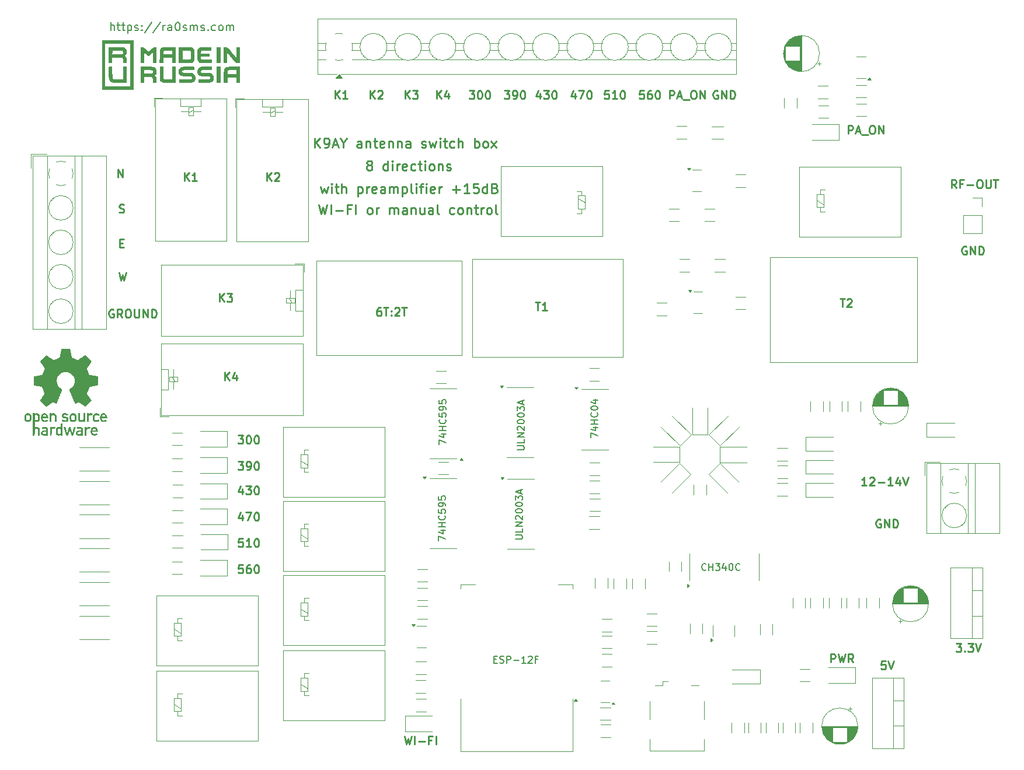
<source format=gbr>
%TF.GenerationSoftware,KiCad,Pcbnew,8.0.8-2.fc41*%
%TF.CreationDate,2025-02-07T10:50:48+08:00*%
%TF.ProjectId,K9AY_switch,4b394159-5f73-4776-9974-63682e6b6963,rev?*%
%TF.SameCoordinates,Original*%
%TF.FileFunction,Legend,Top*%
%TF.FilePolarity,Positive*%
%FSLAX46Y46*%
G04 Gerber Fmt 4.6, Leading zero omitted, Abs format (unit mm)*
G04 Created by KiCad (PCBNEW 8.0.8-2.fc41) date 2025-02-07 10:50:48*
%MOMM*%
%LPD*%
G01*
G04 APERTURE LIST*
%ADD10C,0.280000*%
%ADD11C,0.200000*%
%ADD12C,0.240000*%
%ADD13C,0.100000*%
%ADD14C,0.150000*%
%ADD15C,0.000000*%
%ADD16C,0.120000*%
G04 APERTURE END LIST*
D10*
X102063543Y-47528106D02*
X101930210Y-47461440D01*
X101930210Y-47461440D02*
X101863543Y-47394773D01*
X101863543Y-47394773D02*
X101796876Y-47261440D01*
X101796876Y-47261440D02*
X101796876Y-47194773D01*
X101796876Y-47194773D02*
X101863543Y-47061440D01*
X101863543Y-47061440D02*
X101930210Y-46994773D01*
X101930210Y-46994773D02*
X102063543Y-46928106D01*
X102063543Y-46928106D02*
X102330210Y-46928106D01*
X102330210Y-46928106D02*
X102463543Y-46994773D01*
X102463543Y-46994773D02*
X102530210Y-47061440D01*
X102530210Y-47061440D02*
X102596876Y-47194773D01*
X102596876Y-47194773D02*
X102596876Y-47261440D01*
X102596876Y-47261440D02*
X102530210Y-47394773D01*
X102530210Y-47394773D02*
X102463543Y-47461440D01*
X102463543Y-47461440D02*
X102330210Y-47528106D01*
X102330210Y-47528106D02*
X102063543Y-47528106D01*
X102063543Y-47528106D02*
X101930210Y-47594773D01*
X101930210Y-47594773D02*
X101863543Y-47661440D01*
X101863543Y-47661440D02*
X101796876Y-47794773D01*
X101796876Y-47794773D02*
X101796876Y-48061440D01*
X101796876Y-48061440D02*
X101863543Y-48194773D01*
X101863543Y-48194773D02*
X101930210Y-48261440D01*
X101930210Y-48261440D02*
X102063543Y-48328106D01*
X102063543Y-48328106D02*
X102330210Y-48328106D01*
X102330210Y-48328106D02*
X102463543Y-48261440D01*
X102463543Y-48261440D02*
X102530210Y-48194773D01*
X102530210Y-48194773D02*
X102596876Y-48061440D01*
X102596876Y-48061440D02*
X102596876Y-47794773D01*
X102596876Y-47794773D02*
X102530210Y-47661440D01*
X102530210Y-47661440D02*
X102463543Y-47594773D01*
X102463543Y-47594773D02*
X102330210Y-47528106D01*
X104863543Y-48328106D02*
X104863543Y-46928106D01*
X104863543Y-48261440D02*
X104730210Y-48328106D01*
X104730210Y-48328106D02*
X104463543Y-48328106D01*
X104463543Y-48328106D02*
X104330210Y-48261440D01*
X104330210Y-48261440D02*
X104263543Y-48194773D01*
X104263543Y-48194773D02*
X104196876Y-48061440D01*
X104196876Y-48061440D02*
X104196876Y-47661440D01*
X104196876Y-47661440D02*
X104263543Y-47528106D01*
X104263543Y-47528106D02*
X104330210Y-47461440D01*
X104330210Y-47461440D02*
X104463543Y-47394773D01*
X104463543Y-47394773D02*
X104730210Y-47394773D01*
X104730210Y-47394773D02*
X104863543Y-47461440D01*
X105530210Y-48328106D02*
X105530210Y-47394773D01*
X105530210Y-46928106D02*
X105463543Y-46994773D01*
X105463543Y-46994773D02*
X105530210Y-47061440D01*
X105530210Y-47061440D02*
X105596877Y-46994773D01*
X105596877Y-46994773D02*
X105530210Y-46928106D01*
X105530210Y-46928106D02*
X105530210Y-47061440D01*
X106196877Y-48328106D02*
X106196877Y-47394773D01*
X106196877Y-47661440D02*
X106263544Y-47528106D01*
X106263544Y-47528106D02*
X106330210Y-47461440D01*
X106330210Y-47461440D02*
X106463544Y-47394773D01*
X106463544Y-47394773D02*
X106596877Y-47394773D01*
X107596877Y-48261440D02*
X107463544Y-48328106D01*
X107463544Y-48328106D02*
X107196877Y-48328106D01*
X107196877Y-48328106D02*
X107063544Y-48261440D01*
X107063544Y-48261440D02*
X106996877Y-48128106D01*
X106996877Y-48128106D02*
X106996877Y-47594773D01*
X106996877Y-47594773D02*
X107063544Y-47461440D01*
X107063544Y-47461440D02*
X107196877Y-47394773D01*
X107196877Y-47394773D02*
X107463544Y-47394773D01*
X107463544Y-47394773D02*
X107596877Y-47461440D01*
X107596877Y-47461440D02*
X107663544Y-47594773D01*
X107663544Y-47594773D02*
X107663544Y-47728106D01*
X107663544Y-47728106D02*
X106996877Y-47861440D01*
X108863544Y-48261440D02*
X108730211Y-48328106D01*
X108730211Y-48328106D02*
X108463544Y-48328106D01*
X108463544Y-48328106D02*
X108330211Y-48261440D01*
X108330211Y-48261440D02*
X108263544Y-48194773D01*
X108263544Y-48194773D02*
X108196877Y-48061440D01*
X108196877Y-48061440D02*
X108196877Y-47661440D01*
X108196877Y-47661440D02*
X108263544Y-47528106D01*
X108263544Y-47528106D02*
X108330211Y-47461440D01*
X108330211Y-47461440D02*
X108463544Y-47394773D01*
X108463544Y-47394773D02*
X108730211Y-47394773D01*
X108730211Y-47394773D02*
X108863544Y-47461440D01*
X109263544Y-47394773D02*
X109796877Y-47394773D01*
X109463544Y-46928106D02*
X109463544Y-48128106D01*
X109463544Y-48128106D02*
X109530211Y-48261440D01*
X109530211Y-48261440D02*
X109663544Y-48328106D01*
X109663544Y-48328106D02*
X109796877Y-48328106D01*
X110263544Y-48328106D02*
X110263544Y-47394773D01*
X110263544Y-46928106D02*
X110196877Y-46994773D01*
X110196877Y-46994773D02*
X110263544Y-47061440D01*
X110263544Y-47061440D02*
X110330211Y-46994773D01*
X110330211Y-46994773D02*
X110263544Y-46928106D01*
X110263544Y-46928106D02*
X110263544Y-47061440D01*
X111130211Y-48328106D02*
X110996878Y-48261440D01*
X110996878Y-48261440D02*
X110930211Y-48194773D01*
X110930211Y-48194773D02*
X110863544Y-48061440D01*
X110863544Y-48061440D02*
X110863544Y-47661440D01*
X110863544Y-47661440D02*
X110930211Y-47528106D01*
X110930211Y-47528106D02*
X110996878Y-47461440D01*
X110996878Y-47461440D02*
X111130211Y-47394773D01*
X111130211Y-47394773D02*
X111330211Y-47394773D01*
X111330211Y-47394773D02*
X111463544Y-47461440D01*
X111463544Y-47461440D02*
X111530211Y-47528106D01*
X111530211Y-47528106D02*
X111596878Y-47661440D01*
X111596878Y-47661440D02*
X111596878Y-48061440D01*
X111596878Y-48061440D02*
X111530211Y-48194773D01*
X111530211Y-48194773D02*
X111463544Y-48261440D01*
X111463544Y-48261440D02*
X111330211Y-48328106D01*
X111330211Y-48328106D02*
X111130211Y-48328106D01*
X112196878Y-47394773D02*
X112196878Y-48328106D01*
X112196878Y-47528106D02*
X112263545Y-47461440D01*
X112263545Y-47461440D02*
X112396878Y-47394773D01*
X112396878Y-47394773D02*
X112596878Y-47394773D01*
X112596878Y-47394773D02*
X112730211Y-47461440D01*
X112730211Y-47461440D02*
X112796878Y-47594773D01*
X112796878Y-47594773D02*
X112796878Y-48328106D01*
X113396878Y-48261440D02*
X113530212Y-48328106D01*
X113530212Y-48328106D02*
X113796878Y-48328106D01*
X113796878Y-48328106D02*
X113930212Y-48261440D01*
X113930212Y-48261440D02*
X113996878Y-48128106D01*
X113996878Y-48128106D02*
X113996878Y-48061440D01*
X113996878Y-48061440D02*
X113930212Y-47928106D01*
X113930212Y-47928106D02*
X113796878Y-47861440D01*
X113796878Y-47861440D02*
X113596878Y-47861440D01*
X113596878Y-47861440D02*
X113463545Y-47794773D01*
X113463545Y-47794773D02*
X113396878Y-47661440D01*
X113396878Y-47661440D02*
X113396878Y-47594773D01*
X113396878Y-47594773D02*
X113463545Y-47461440D01*
X113463545Y-47461440D02*
X113596878Y-47394773D01*
X113596878Y-47394773D02*
X113796878Y-47394773D01*
X113796878Y-47394773D02*
X113930212Y-47461440D01*
X94872210Y-53278106D02*
X95205543Y-54678106D01*
X95205543Y-54678106D02*
X95472210Y-53678106D01*
X95472210Y-53678106D02*
X95738876Y-54678106D01*
X95738876Y-54678106D02*
X96072210Y-53278106D01*
X96605543Y-54678106D02*
X96605543Y-53278106D01*
X97272210Y-54144773D02*
X98338877Y-54144773D01*
X99472210Y-53944773D02*
X99005543Y-53944773D01*
X99005543Y-54678106D02*
X99005543Y-53278106D01*
X99005543Y-53278106D02*
X99672210Y-53278106D01*
X100205543Y-54678106D02*
X100205543Y-53278106D01*
X102138877Y-54678106D02*
X102005544Y-54611440D01*
X102005544Y-54611440D02*
X101938877Y-54544773D01*
X101938877Y-54544773D02*
X101872210Y-54411440D01*
X101872210Y-54411440D02*
X101872210Y-54011440D01*
X101872210Y-54011440D02*
X101938877Y-53878106D01*
X101938877Y-53878106D02*
X102005544Y-53811440D01*
X102005544Y-53811440D02*
X102138877Y-53744773D01*
X102138877Y-53744773D02*
X102338877Y-53744773D01*
X102338877Y-53744773D02*
X102472210Y-53811440D01*
X102472210Y-53811440D02*
X102538877Y-53878106D01*
X102538877Y-53878106D02*
X102605544Y-54011440D01*
X102605544Y-54011440D02*
X102605544Y-54411440D01*
X102605544Y-54411440D02*
X102538877Y-54544773D01*
X102538877Y-54544773D02*
X102472210Y-54611440D01*
X102472210Y-54611440D02*
X102338877Y-54678106D01*
X102338877Y-54678106D02*
X102138877Y-54678106D01*
X103205544Y-54678106D02*
X103205544Y-53744773D01*
X103205544Y-54011440D02*
X103272211Y-53878106D01*
X103272211Y-53878106D02*
X103338877Y-53811440D01*
X103338877Y-53811440D02*
X103472211Y-53744773D01*
X103472211Y-53744773D02*
X103605544Y-53744773D01*
X105138878Y-54678106D02*
X105138878Y-53744773D01*
X105138878Y-53878106D02*
X105205545Y-53811440D01*
X105205545Y-53811440D02*
X105338878Y-53744773D01*
X105338878Y-53744773D02*
X105538878Y-53744773D01*
X105538878Y-53744773D02*
X105672211Y-53811440D01*
X105672211Y-53811440D02*
X105738878Y-53944773D01*
X105738878Y-53944773D02*
X105738878Y-54678106D01*
X105738878Y-53944773D02*
X105805545Y-53811440D01*
X105805545Y-53811440D02*
X105938878Y-53744773D01*
X105938878Y-53744773D02*
X106138878Y-53744773D01*
X106138878Y-53744773D02*
X106272211Y-53811440D01*
X106272211Y-53811440D02*
X106338878Y-53944773D01*
X106338878Y-53944773D02*
X106338878Y-54678106D01*
X107605545Y-54678106D02*
X107605545Y-53944773D01*
X107605545Y-53944773D02*
X107538878Y-53811440D01*
X107538878Y-53811440D02*
X107405545Y-53744773D01*
X107405545Y-53744773D02*
X107138878Y-53744773D01*
X107138878Y-53744773D02*
X107005545Y-53811440D01*
X107605545Y-54611440D02*
X107472212Y-54678106D01*
X107472212Y-54678106D02*
X107138878Y-54678106D01*
X107138878Y-54678106D02*
X107005545Y-54611440D01*
X107005545Y-54611440D02*
X106938878Y-54478106D01*
X106938878Y-54478106D02*
X106938878Y-54344773D01*
X106938878Y-54344773D02*
X107005545Y-54211440D01*
X107005545Y-54211440D02*
X107138878Y-54144773D01*
X107138878Y-54144773D02*
X107472212Y-54144773D01*
X107472212Y-54144773D02*
X107605545Y-54078106D01*
X108272212Y-53744773D02*
X108272212Y-54678106D01*
X108272212Y-53878106D02*
X108338879Y-53811440D01*
X108338879Y-53811440D02*
X108472212Y-53744773D01*
X108472212Y-53744773D02*
X108672212Y-53744773D01*
X108672212Y-53744773D02*
X108805545Y-53811440D01*
X108805545Y-53811440D02*
X108872212Y-53944773D01*
X108872212Y-53944773D02*
X108872212Y-54678106D01*
X110138879Y-53744773D02*
X110138879Y-54678106D01*
X109538879Y-53744773D02*
X109538879Y-54478106D01*
X109538879Y-54478106D02*
X109605546Y-54611440D01*
X109605546Y-54611440D02*
X109738879Y-54678106D01*
X109738879Y-54678106D02*
X109938879Y-54678106D01*
X109938879Y-54678106D02*
X110072212Y-54611440D01*
X110072212Y-54611440D02*
X110138879Y-54544773D01*
X111405546Y-54678106D02*
X111405546Y-53944773D01*
X111405546Y-53944773D02*
X111338879Y-53811440D01*
X111338879Y-53811440D02*
X111205546Y-53744773D01*
X111205546Y-53744773D02*
X110938879Y-53744773D01*
X110938879Y-53744773D02*
X110805546Y-53811440D01*
X111405546Y-54611440D02*
X111272213Y-54678106D01*
X111272213Y-54678106D02*
X110938879Y-54678106D01*
X110938879Y-54678106D02*
X110805546Y-54611440D01*
X110805546Y-54611440D02*
X110738879Y-54478106D01*
X110738879Y-54478106D02*
X110738879Y-54344773D01*
X110738879Y-54344773D02*
X110805546Y-54211440D01*
X110805546Y-54211440D02*
X110938879Y-54144773D01*
X110938879Y-54144773D02*
X111272213Y-54144773D01*
X111272213Y-54144773D02*
X111405546Y-54078106D01*
X112272213Y-54678106D02*
X112138880Y-54611440D01*
X112138880Y-54611440D02*
X112072213Y-54478106D01*
X112072213Y-54478106D02*
X112072213Y-53278106D01*
X114472213Y-54611440D02*
X114338880Y-54678106D01*
X114338880Y-54678106D02*
X114072213Y-54678106D01*
X114072213Y-54678106D02*
X113938880Y-54611440D01*
X113938880Y-54611440D02*
X113872213Y-54544773D01*
X113872213Y-54544773D02*
X113805546Y-54411440D01*
X113805546Y-54411440D02*
X113805546Y-54011440D01*
X113805546Y-54011440D02*
X113872213Y-53878106D01*
X113872213Y-53878106D02*
X113938880Y-53811440D01*
X113938880Y-53811440D02*
X114072213Y-53744773D01*
X114072213Y-53744773D02*
X114338880Y-53744773D01*
X114338880Y-53744773D02*
X114472213Y-53811440D01*
X115272213Y-54678106D02*
X115138880Y-54611440D01*
X115138880Y-54611440D02*
X115072213Y-54544773D01*
X115072213Y-54544773D02*
X115005546Y-54411440D01*
X115005546Y-54411440D02*
X115005546Y-54011440D01*
X115005546Y-54011440D02*
X115072213Y-53878106D01*
X115072213Y-53878106D02*
X115138880Y-53811440D01*
X115138880Y-53811440D02*
X115272213Y-53744773D01*
X115272213Y-53744773D02*
X115472213Y-53744773D01*
X115472213Y-53744773D02*
X115605546Y-53811440D01*
X115605546Y-53811440D02*
X115672213Y-53878106D01*
X115672213Y-53878106D02*
X115738880Y-54011440D01*
X115738880Y-54011440D02*
X115738880Y-54411440D01*
X115738880Y-54411440D02*
X115672213Y-54544773D01*
X115672213Y-54544773D02*
X115605546Y-54611440D01*
X115605546Y-54611440D02*
X115472213Y-54678106D01*
X115472213Y-54678106D02*
X115272213Y-54678106D01*
X116338880Y-53744773D02*
X116338880Y-54678106D01*
X116338880Y-53878106D02*
X116405547Y-53811440D01*
X116405547Y-53811440D02*
X116538880Y-53744773D01*
X116538880Y-53744773D02*
X116738880Y-53744773D01*
X116738880Y-53744773D02*
X116872213Y-53811440D01*
X116872213Y-53811440D02*
X116938880Y-53944773D01*
X116938880Y-53944773D02*
X116938880Y-54678106D01*
X117405547Y-53744773D02*
X117938880Y-53744773D01*
X117605547Y-53278106D02*
X117605547Y-54478106D01*
X117605547Y-54478106D02*
X117672214Y-54611440D01*
X117672214Y-54611440D02*
X117805547Y-54678106D01*
X117805547Y-54678106D02*
X117938880Y-54678106D01*
X118405547Y-54678106D02*
X118405547Y-53744773D01*
X118405547Y-54011440D02*
X118472214Y-53878106D01*
X118472214Y-53878106D02*
X118538880Y-53811440D01*
X118538880Y-53811440D02*
X118672214Y-53744773D01*
X118672214Y-53744773D02*
X118805547Y-53744773D01*
X119472214Y-54678106D02*
X119338881Y-54611440D01*
X119338881Y-54611440D02*
X119272214Y-54544773D01*
X119272214Y-54544773D02*
X119205547Y-54411440D01*
X119205547Y-54411440D02*
X119205547Y-54011440D01*
X119205547Y-54011440D02*
X119272214Y-53878106D01*
X119272214Y-53878106D02*
X119338881Y-53811440D01*
X119338881Y-53811440D02*
X119472214Y-53744773D01*
X119472214Y-53744773D02*
X119672214Y-53744773D01*
X119672214Y-53744773D02*
X119805547Y-53811440D01*
X119805547Y-53811440D02*
X119872214Y-53878106D01*
X119872214Y-53878106D02*
X119938881Y-54011440D01*
X119938881Y-54011440D02*
X119938881Y-54411440D01*
X119938881Y-54411440D02*
X119872214Y-54544773D01*
X119872214Y-54544773D02*
X119805547Y-54611440D01*
X119805547Y-54611440D02*
X119672214Y-54678106D01*
X119672214Y-54678106D02*
X119472214Y-54678106D01*
X120738881Y-54678106D02*
X120605548Y-54611440D01*
X120605548Y-54611440D02*
X120538881Y-54478106D01*
X120538881Y-54478106D02*
X120538881Y-53278106D01*
X95126210Y-50696773D02*
X95392876Y-51630106D01*
X95392876Y-51630106D02*
X95659543Y-50963440D01*
X95659543Y-50963440D02*
X95926210Y-51630106D01*
X95926210Y-51630106D02*
X96192876Y-50696773D01*
X96726210Y-51630106D02*
X96726210Y-50696773D01*
X96726210Y-50230106D02*
X96659543Y-50296773D01*
X96659543Y-50296773D02*
X96726210Y-50363440D01*
X96726210Y-50363440D02*
X96792877Y-50296773D01*
X96792877Y-50296773D02*
X96726210Y-50230106D01*
X96726210Y-50230106D02*
X96726210Y-50363440D01*
X97192877Y-50696773D02*
X97726210Y-50696773D01*
X97392877Y-50230106D02*
X97392877Y-51430106D01*
X97392877Y-51430106D02*
X97459544Y-51563440D01*
X97459544Y-51563440D02*
X97592877Y-51630106D01*
X97592877Y-51630106D02*
X97726210Y-51630106D01*
X98192877Y-51630106D02*
X98192877Y-50230106D01*
X98792877Y-51630106D02*
X98792877Y-50896773D01*
X98792877Y-50896773D02*
X98726210Y-50763440D01*
X98726210Y-50763440D02*
X98592877Y-50696773D01*
X98592877Y-50696773D02*
X98392877Y-50696773D01*
X98392877Y-50696773D02*
X98259544Y-50763440D01*
X98259544Y-50763440D02*
X98192877Y-50830106D01*
X100526211Y-50696773D02*
X100526211Y-52096773D01*
X100526211Y-50763440D02*
X100659544Y-50696773D01*
X100659544Y-50696773D02*
X100926211Y-50696773D01*
X100926211Y-50696773D02*
X101059544Y-50763440D01*
X101059544Y-50763440D02*
X101126211Y-50830106D01*
X101126211Y-50830106D02*
X101192878Y-50963440D01*
X101192878Y-50963440D02*
X101192878Y-51363440D01*
X101192878Y-51363440D02*
X101126211Y-51496773D01*
X101126211Y-51496773D02*
X101059544Y-51563440D01*
X101059544Y-51563440D02*
X100926211Y-51630106D01*
X100926211Y-51630106D02*
X100659544Y-51630106D01*
X100659544Y-51630106D02*
X100526211Y-51563440D01*
X101792878Y-51630106D02*
X101792878Y-50696773D01*
X101792878Y-50963440D02*
X101859545Y-50830106D01*
X101859545Y-50830106D02*
X101926211Y-50763440D01*
X101926211Y-50763440D02*
X102059545Y-50696773D01*
X102059545Y-50696773D02*
X102192878Y-50696773D01*
X103192878Y-51563440D02*
X103059545Y-51630106D01*
X103059545Y-51630106D02*
X102792878Y-51630106D01*
X102792878Y-51630106D02*
X102659545Y-51563440D01*
X102659545Y-51563440D02*
X102592878Y-51430106D01*
X102592878Y-51430106D02*
X102592878Y-50896773D01*
X102592878Y-50896773D02*
X102659545Y-50763440D01*
X102659545Y-50763440D02*
X102792878Y-50696773D01*
X102792878Y-50696773D02*
X103059545Y-50696773D01*
X103059545Y-50696773D02*
X103192878Y-50763440D01*
X103192878Y-50763440D02*
X103259545Y-50896773D01*
X103259545Y-50896773D02*
X103259545Y-51030106D01*
X103259545Y-51030106D02*
X102592878Y-51163440D01*
X104459545Y-51630106D02*
X104459545Y-50896773D01*
X104459545Y-50896773D02*
X104392878Y-50763440D01*
X104392878Y-50763440D02*
X104259545Y-50696773D01*
X104259545Y-50696773D02*
X103992878Y-50696773D01*
X103992878Y-50696773D02*
X103859545Y-50763440D01*
X104459545Y-51563440D02*
X104326212Y-51630106D01*
X104326212Y-51630106D02*
X103992878Y-51630106D01*
X103992878Y-51630106D02*
X103859545Y-51563440D01*
X103859545Y-51563440D02*
X103792878Y-51430106D01*
X103792878Y-51430106D02*
X103792878Y-51296773D01*
X103792878Y-51296773D02*
X103859545Y-51163440D01*
X103859545Y-51163440D02*
X103992878Y-51096773D01*
X103992878Y-51096773D02*
X104326212Y-51096773D01*
X104326212Y-51096773D02*
X104459545Y-51030106D01*
X105126212Y-51630106D02*
X105126212Y-50696773D01*
X105126212Y-50830106D02*
X105192879Y-50763440D01*
X105192879Y-50763440D02*
X105326212Y-50696773D01*
X105326212Y-50696773D02*
X105526212Y-50696773D01*
X105526212Y-50696773D02*
X105659545Y-50763440D01*
X105659545Y-50763440D02*
X105726212Y-50896773D01*
X105726212Y-50896773D02*
X105726212Y-51630106D01*
X105726212Y-50896773D02*
X105792879Y-50763440D01*
X105792879Y-50763440D02*
X105926212Y-50696773D01*
X105926212Y-50696773D02*
X106126212Y-50696773D01*
X106126212Y-50696773D02*
X106259545Y-50763440D01*
X106259545Y-50763440D02*
X106326212Y-50896773D01*
X106326212Y-50896773D02*
X106326212Y-51630106D01*
X106992879Y-50696773D02*
X106992879Y-52096773D01*
X106992879Y-50763440D02*
X107126212Y-50696773D01*
X107126212Y-50696773D02*
X107392879Y-50696773D01*
X107392879Y-50696773D02*
X107526212Y-50763440D01*
X107526212Y-50763440D02*
X107592879Y-50830106D01*
X107592879Y-50830106D02*
X107659546Y-50963440D01*
X107659546Y-50963440D02*
X107659546Y-51363440D01*
X107659546Y-51363440D02*
X107592879Y-51496773D01*
X107592879Y-51496773D02*
X107526212Y-51563440D01*
X107526212Y-51563440D02*
X107392879Y-51630106D01*
X107392879Y-51630106D02*
X107126212Y-51630106D01*
X107126212Y-51630106D02*
X106992879Y-51563440D01*
X108459546Y-51630106D02*
X108326213Y-51563440D01*
X108326213Y-51563440D02*
X108259546Y-51430106D01*
X108259546Y-51430106D02*
X108259546Y-50230106D01*
X108992879Y-51630106D02*
X108992879Y-50696773D01*
X108992879Y-50230106D02*
X108926212Y-50296773D01*
X108926212Y-50296773D02*
X108992879Y-50363440D01*
X108992879Y-50363440D02*
X109059546Y-50296773D01*
X109059546Y-50296773D02*
X108992879Y-50230106D01*
X108992879Y-50230106D02*
X108992879Y-50363440D01*
X109459546Y-50696773D02*
X109992879Y-50696773D01*
X109659546Y-51630106D02*
X109659546Y-50430106D01*
X109659546Y-50430106D02*
X109726213Y-50296773D01*
X109726213Y-50296773D02*
X109859546Y-50230106D01*
X109859546Y-50230106D02*
X109992879Y-50230106D01*
X110459546Y-51630106D02*
X110459546Y-50696773D01*
X110459546Y-50230106D02*
X110392879Y-50296773D01*
X110392879Y-50296773D02*
X110459546Y-50363440D01*
X110459546Y-50363440D02*
X110526213Y-50296773D01*
X110526213Y-50296773D02*
X110459546Y-50230106D01*
X110459546Y-50230106D02*
X110459546Y-50363440D01*
X111659546Y-51563440D02*
X111526213Y-51630106D01*
X111526213Y-51630106D02*
X111259546Y-51630106D01*
X111259546Y-51630106D02*
X111126213Y-51563440D01*
X111126213Y-51563440D02*
X111059546Y-51430106D01*
X111059546Y-51430106D02*
X111059546Y-50896773D01*
X111059546Y-50896773D02*
X111126213Y-50763440D01*
X111126213Y-50763440D02*
X111259546Y-50696773D01*
X111259546Y-50696773D02*
X111526213Y-50696773D01*
X111526213Y-50696773D02*
X111659546Y-50763440D01*
X111659546Y-50763440D02*
X111726213Y-50896773D01*
X111726213Y-50896773D02*
X111726213Y-51030106D01*
X111726213Y-51030106D02*
X111059546Y-51163440D01*
X112326213Y-51630106D02*
X112326213Y-50696773D01*
X112326213Y-50963440D02*
X112392880Y-50830106D01*
X112392880Y-50830106D02*
X112459546Y-50763440D01*
X112459546Y-50763440D02*
X112592880Y-50696773D01*
X112592880Y-50696773D02*
X112726213Y-50696773D01*
X114259547Y-51096773D02*
X115326214Y-51096773D01*
X114792880Y-51630106D02*
X114792880Y-50563440D01*
X116726213Y-51630106D02*
X115926213Y-51630106D01*
X116326213Y-51630106D02*
X116326213Y-50230106D01*
X116326213Y-50230106D02*
X116192880Y-50430106D01*
X116192880Y-50430106D02*
X116059547Y-50563440D01*
X116059547Y-50563440D02*
X115926213Y-50630106D01*
X117992880Y-50230106D02*
X117326213Y-50230106D01*
X117326213Y-50230106D02*
X117259546Y-50896773D01*
X117259546Y-50896773D02*
X117326213Y-50830106D01*
X117326213Y-50830106D02*
X117459546Y-50763440D01*
X117459546Y-50763440D02*
X117792880Y-50763440D01*
X117792880Y-50763440D02*
X117926213Y-50830106D01*
X117926213Y-50830106D02*
X117992880Y-50896773D01*
X117992880Y-50896773D02*
X118059546Y-51030106D01*
X118059546Y-51030106D02*
X118059546Y-51363440D01*
X118059546Y-51363440D02*
X117992880Y-51496773D01*
X117992880Y-51496773D02*
X117926213Y-51563440D01*
X117926213Y-51563440D02*
X117792880Y-51630106D01*
X117792880Y-51630106D02*
X117459546Y-51630106D01*
X117459546Y-51630106D02*
X117326213Y-51563440D01*
X117326213Y-51563440D02*
X117259546Y-51496773D01*
X119259546Y-51630106D02*
X119259546Y-50230106D01*
X119259546Y-51563440D02*
X119126213Y-51630106D01*
X119126213Y-51630106D02*
X118859546Y-51630106D01*
X118859546Y-51630106D02*
X118726213Y-51563440D01*
X118726213Y-51563440D02*
X118659546Y-51496773D01*
X118659546Y-51496773D02*
X118592879Y-51363440D01*
X118592879Y-51363440D02*
X118592879Y-50963440D01*
X118592879Y-50963440D02*
X118659546Y-50830106D01*
X118659546Y-50830106D02*
X118726213Y-50763440D01*
X118726213Y-50763440D02*
X118859546Y-50696773D01*
X118859546Y-50696773D02*
X119126213Y-50696773D01*
X119126213Y-50696773D02*
X119259546Y-50763440D01*
X120392880Y-50896773D02*
X120592880Y-50963440D01*
X120592880Y-50963440D02*
X120659546Y-51030106D01*
X120659546Y-51030106D02*
X120726213Y-51163440D01*
X120726213Y-51163440D02*
X120726213Y-51363440D01*
X120726213Y-51363440D02*
X120659546Y-51496773D01*
X120659546Y-51496773D02*
X120592880Y-51563440D01*
X120592880Y-51563440D02*
X120459546Y-51630106D01*
X120459546Y-51630106D02*
X119926213Y-51630106D01*
X119926213Y-51630106D02*
X119926213Y-50230106D01*
X119926213Y-50230106D02*
X120392880Y-50230106D01*
X120392880Y-50230106D02*
X120526213Y-50296773D01*
X120526213Y-50296773D02*
X120592880Y-50363440D01*
X120592880Y-50363440D02*
X120659546Y-50496773D01*
X120659546Y-50496773D02*
X120659546Y-50630106D01*
X120659546Y-50630106D02*
X120592880Y-50763440D01*
X120592880Y-50763440D02*
X120526213Y-50830106D01*
X120526213Y-50830106D02*
X120392880Y-50896773D01*
X120392880Y-50896773D02*
X119926213Y-50896773D01*
X94243543Y-45026106D02*
X94243543Y-43626106D01*
X95043543Y-45026106D02*
X94443543Y-44226106D01*
X95043543Y-43626106D02*
X94243543Y-44426106D01*
X95710210Y-45026106D02*
X95976876Y-45026106D01*
X95976876Y-45026106D02*
X96110210Y-44959440D01*
X96110210Y-44959440D02*
X96176876Y-44892773D01*
X96176876Y-44892773D02*
X96310210Y-44692773D01*
X96310210Y-44692773D02*
X96376876Y-44426106D01*
X96376876Y-44426106D02*
X96376876Y-43892773D01*
X96376876Y-43892773D02*
X96310210Y-43759440D01*
X96310210Y-43759440D02*
X96243543Y-43692773D01*
X96243543Y-43692773D02*
X96110210Y-43626106D01*
X96110210Y-43626106D02*
X95843543Y-43626106D01*
X95843543Y-43626106D02*
X95710210Y-43692773D01*
X95710210Y-43692773D02*
X95643543Y-43759440D01*
X95643543Y-43759440D02*
X95576876Y-43892773D01*
X95576876Y-43892773D02*
X95576876Y-44226106D01*
X95576876Y-44226106D02*
X95643543Y-44359440D01*
X95643543Y-44359440D02*
X95710210Y-44426106D01*
X95710210Y-44426106D02*
X95843543Y-44492773D01*
X95843543Y-44492773D02*
X96110210Y-44492773D01*
X96110210Y-44492773D02*
X96243543Y-44426106D01*
X96243543Y-44426106D02*
X96310210Y-44359440D01*
X96310210Y-44359440D02*
X96376876Y-44226106D01*
X96910209Y-44626106D02*
X97576876Y-44626106D01*
X96776876Y-45026106D02*
X97243543Y-43626106D01*
X97243543Y-43626106D02*
X97710209Y-45026106D01*
X98443543Y-44359440D02*
X98443543Y-45026106D01*
X97976876Y-43626106D02*
X98443543Y-44359440D01*
X98443543Y-44359440D02*
X98910209Y-43626106D01*
X101043543Y-45026106D02*
X101043543Y-44292773D01*
X101043543Y-44292773D02*
X100976876Y-44159440D01*
X100976876Y-44159440D02*
X100843543Y-44092773D01*
X100843543Y-44092773D02*
X100576876Y-44092773D01*
X100576876Y-44092773D02*
X100443543Y-44159440D01*
X101043543Y-44959440D02*
X100910210Y-45026106D01*
X100910210Y-45026106D02*
X100576876Y-45026106D01*
X100576876Y-45026106D02*
X100443543Y-44959440D01*
X100443543Y-44959440D02*
X100376876Y-44826106D01*
X100376876Y-44826106D02*
X100376876Y-44692773D01*
X100376876Y-44692773D02*
X100443543Y-44559440D01*
X100443543Y-44559440D02*
X100576876Y-44492773D01*
X100576876Y-44492773D02*
X100910210Y-44492773D01*
X100910210Y-44492773D02*
X101043543Y-44426106D01*
X101710210Y-44092773D02*
X101710210Y-45026106D01*
X101710210Y-44226106D02*
X101776877Y-44159440D01*
X101776877Y-44159440D02*
X101910210Y-44092773D01*
X101910210Y-44092773D02*
X102110210Y-44092773D01*
X102110210Y-44092773D02*
X102243543Y-44159440D01*
X102243543Y-44159440D02*
X102310210Y-44292773D01*
X102310210Y-44292773D02*
X102310210Y-45026106D01*
X102776877Y-44092773D02*
X103310210Y-44092773D01*
X102976877Y-43626106D02*
X102976877Y-44826106D01*
X102976877Y-44826106D02*
X103043544Y-44959440D01*
X103043544Y-44959440D02*
X103176877Y-45026106D01*
X103176877Y-45026106D02*
X103310210Y-45026106D01*
X104310210Y-44959440D02*
X104176877Y-45026106D01*
X104176877Y-45026106D02*
X103910210Y-45026106D01*
X103910210Y-45026106D02*
X103776877Y-44959440D01*
X103776877Y-44959440D02*
X103710210Y-44826106D01*
X103710210Y-44826106D02*
X103710210Y-44292773D01*
X103710210Y-44292773D02*
X103776877Y-44159440D01*
X103776877Y-44159440D02*
X103910210Y-44092773D01*
X103910210Y-44092773D02*
X104176877Y-44092773D01*
X104176877Y-44092773D02*
X104310210Y-44159440D01*
X104310210Y-44159440D02*
X104376877Y-44292773D01*
X104376877Y-44292773D02*
X104376877Y-44426106D01*
X104376877Y-44426106D02*
X103710210Y-44559440D01*
X104976877Y-44092773D02*
X104976877Y-45026106D01*
X104976877Y-44226106D02*
X105043544Y-44159440D01*
X105043544Y-44159440D02*
X105176877Y-44092773D01*
X105176877Y-44092773D02*
X105376877Y-44092773D01*
X105376877Y-44092773D02*
X105510210Y-44159440D01*
X105510210Y-44159440D02*
X105576877Y-44292773D01*
X105576877Y-44292773D02*
X105576877Y-45026106D01*
X106243544Y-44092773D02*
X106243544Y-45026106D01*
X106243544Y-44226106D02*
X106310211Y-44159440D01*
X106310211Y-44159440D02*
X106443544Y-44092773D01*
X106443544Y-44092773D02*
X106643544Y-44092773D01*
X106643544Y-44092773D02*
X106776877Y-44159440D01*
X106776877Y-44159440D02*
X106843544Y-44292773D01*
X106843544Y-44292773D02*
X106843544Y-45026106D01*
X108110211Y-45026106D02*
X108110211Y-44292773D01*
X108110211Y-44292773D02*
X108043544Y-44159440D01*
X108043544Y-44159440D02*
X107910211Y-44092773D01*
X107910211Y-44092773D02*
X107643544Y-44092773D01*
X107643544Y-44092773D02*
X107510211Y-44159440D01*
X108110211Y-44959440D02*
X107976878Y-45026106D01*
X107976878Y-45026106D02*
X107643544Y-45026106D01*
X107643544Y-45026106D02*
X107510211Y-44959440D01*
X107510211Y-44959440D02*
X107443544Y-44826106D01*
X107443544Y-44826106D02*
X107443544Y-44692773D01*
X107443544Y-44692773D02*
X107510211Y-44559440D01*
X107510211Y-44559440D02*
X107643544Y-44492773D01*
X107643544Y-44492773D02*
X107976878Y-44492773D01*
X107976878Y-44492773D02*
X108110211Y-44426106D01*
X109776878Y-44959440D02*
X109910212Y-45026106D01*
X109910212Y-45026106D02*
X110176878Y-45026106D01*
X110176878Y-45026106D02*
X110310212Y-44959440D01*
X110310212Y-44959440D02*
X110376878Y-44826106D01*
X110376878Y-44826106D02*
X110376878Y-44759440D01*
X110376878Y-44759440D02*
X110310212Y-44626106D01*
X110310212Y-44626106D02*
X110176878Y-44559440D01*
X110176878Y-44559440D02*
X109976878Y-44559440D01*
X109976878Y-44559440D02*
X109843545Y-44492773D01*
X109843545Y-44492773D02*
X109776878Y-44359440D01*
X109776878Y-44359440D02*
X109776878Y-44292773D01*
X109776878Y-44292773D02*
X109843545Y-44159440D01*
X109843545Y-44159440D02*
X109976878Y-44092773D01*
X109976878Y-44092773D02*
X110176878Y-44092773D01*
X110176878Y-44092773D02*
X110310212Y-44159440D01*
X110843545Y-44092773D02*
X111110211Y-45026106D01*
X111110211Y-45026106D02*
X111376878Y-44359440D01*
X111376878Y-44359440D02*
X111643545Y-45026106D01*
X111643545Y-45026106D02*
X111910211Y-44092773D01*
X112443545Y-45026106D02*
X112443545Y-44092773D01*
X112443545Y-43626106D02*
X112376878Y-43692773D01*
X112376878Y-43692773D02*
X112443545Y-43759440D01*
X112443545Y-43759440D02*
X112510212Y-43692773D01*
X112510212Y-43692773D02*
X112443545Y-43626106D01*
X112443545Y-43626106D02*
X112443545Y-43759440D01*
X112910212Y-44092773D02*
X113443545Y-44092773D01*
X113110212Y-43626106D02*
X113110212Y-44826106D01*
X113110212Y-44826106D02*
X113176879Y-44959440D01*
X113176879Y-44959440D02*
X113310212Y-45026106D01*
X113310212Y-45026106D02*
X113443545Y-45026106D01*
X114510212Y-44959440D02*
X114376879Y-45026106D01*
X114376879Y-45026106D02*
X114110212Y-45026106D01*
X114110212Y-45026106D02*
X113976879Y-44959440D01*
X113976879Y-44959440D02*
X113910212Y-44892773D01*
X113910212Y-44892773D02*
X113843545Y-44759440D01*
X113843545Y-44759440D02*
X113843545Y-44359440D01*
X113843545Y-44359440D02*
X113910212Y-44226106D01*
X113910212Y-44226106D02*
X113976879Y-44159440D01*
X113976879Y-44159440D02*
X114110212Y-44092773D01*
X114110212Y-44092773D02*
X114376879Y-44092773D01*
X114376879Y-44092773D02*
X114510212Y-44159440D01*
X115110212Y-45026106D02*
X115110212Y-43626106D01*
X115710212Y-45026106D02*
X115710212Y-44292773D01*
X115710212Y-44292773D02*
X115643545Y-44159440D01*
X115643545Y-44159440D02*
X115510212Y-44092773D01*
X115510212Y-44092773D02*
X115310212Y-44092773D01*
X115310212Y-44092773D02*
X115176879Y-44159440D01*
X115176879Y-44159440D02*
X115110212Y-44226106D01*
X117443546Y-45026106D02*
X117443546Y-43626106D01*
X117443546Y-44159440D02*
X117576879Y-44092773D01*
X117576879Y-44092773D02*
X117843546Y-44092773D01*
X117843546Y-44092773D02*
X117976879Y-44159440D01*
X117976879Y-44159440D02*
X118043546Y-44226106D01*
X118043546Y-44226106D02*
X118110213Y-44359440D01*
X118110213Y-44359440D02*
X118110213Y-44759440D01*
X118110213Y-44759440D02*
X118043546Y-44892773D01*
X118043546Y-44892773D02*
X117976879Y-44959440D01*
X117976879Y-44959440D02*
X117843546Y-45026106D01*
X117843546Y-45026106D02*
X117576879Y-45026106D01*
X117576879Y-45026106D02*
X117443546Y-44959440D01*
X118910213Y-45026106D02*
X118776880Y-44959440D01*
X118776880Y-44959440D02*
X118710213Y-44892773D01*
X118710213Y-44892773D02*
X118643546Y-44759440D01*
X118643546Y-44759440D02*
X118643546Y-44359440D01*
X118643546Y-44359440D02*
X118710213Y-44226106D01*
X118710213Y-44226106D02*
X118776880Y-44159440D01*
X118776880Y-44159440D02*
X118910213Y-44092773D01*
X118910213Y-44092773D02*
X119110213Y-44092773D01*
X119110213Y-44092773D02*
X119243546Y-44159440D01*
X119243546Y-44159440D02*
X119310213Y-44226106D01*
X119310213Y-44226106D02*
X119376880Y-44359440D01*
X119376880Y-44359440D02*
X119376880Y-44759440D01*
X119376880Y-44759440D02*
X119310213Y-44892773D01*
X119310213Y-44892773D02*
X119243546Y-44959440D01*
X119243546Y-44959440D02*
X119110213Y-45026106D01*
X119110213Y-45026106D02*
X118910213Y-45026106D01*
X119843547Y-45026106D02*
X120576880Y-44092773D01*
X119843547Y-44092773D02*
X120576880Y-45026106D01*
D11*
X64679292Y-28036742D02*
X64679292Y-26836742D01*
X65193578Y-28036742D02*
X65193578Y-27408171D01*
X65193578Y-27408171D02*
X65136435Y-27293885D01*
X65136435Y-27293885D02*
X65022149Y-27236742D01*
X65022149Y-27236742D02*
X64850720Y-27236742D01*
X64850720Y-27236742D02*
X64736435Y-27293885D01*
X64736435Y-27293885D02*
X64679292Y-27351028D01*
X65593577Y-27236742D02*
X66050720Y-27236742D01*
X65765006Y-26836742D02*
X65765006Y-27865314D01*
X65765006Y-27865314D02*
X65822149Y-27979600D01*
X65822149Y-27979600D02*
X65936434Y-28036742D01*
X65936434Y-28036742D02*
X66050720Y-28036742D01*
X66279291Y-27236742D02*
X66736434Y-27236742D01*
X66450720Y-26836742D02*
X66450720Y-27865314D01*
X66450720Y-27865314D02*
X66507863Y-27979600D01*
X66507863Y-27979600D02*
X66622148Y-28036742D01*
X66622148Y-28036742D02*
X66736434Y-28036742D01*
X67136434Y-27236742D02*
X67136434Y-28436742D01*
X67136434Y-27293885D02*
X67250720Y-27236742D01*
X67250720Y-27236742D02*
X67479291Y-27236742D01*
X67479291Y-27236742D02*
X67593577Y-27293885D01*
X67593577Y-27293885D02*
X67650720Y-27351028D01*
X67650720Y-27351028D02*
X67707862Y-27465314D01*
X67707862Y-27465314D02*
X67707862Y-27808171D01*
X67707862Y-27808171D02*
X67650720Y-27922457D01*
X67650720Y-27922457D02*
X67593577Y-27979600D01*
X67593577Y-27979600D02*
X67479291Y-28036742D01*
X67479291Y-28036742D02*
X67250720Y-28036742D01*
X67250720Y-28036742D02*
X67136434Y-27979600D01*
X68165005Y-27979600D02*
X68279291Y-28036742D01*
X68279291Y-28036742D02*
X68507862Y-28036742D01*
X68507862Y-28036742D02*
X68622148Y-27979600D01*
X68622148Y-27979600D02*
X68679291Y-27865314D01*
X68679291Y-27865314D02*
X68679291Y-27808171D01*
X68679291Y-27808171D02*
X68622148Y-27693885D01*
X68622148Y-27693885D02*
X68507862Y-27636742D01*
X68507862Y-27636742D02*
X68336434Y-27636742D01*
X68336434Y-27636742D02*
X68222148Y-27579600D01*
X68222148Y-27579600D02*
X68165005Y-27465314D01*
X68165005Y-27465314D02*
X68165005Y-27408171D01*
X68165005Y-27408171D02*
X68222148Y-27293885D01*
X68222148Y-27293885D02*
X68336434Y-27236742D01*
X68336434Y-27236742D02*
X68507862Y-27236742D01*
X68507862Y-27236742D02*
X68622148Y-27293885D01*
X69193577Y-27922457D02*
X69250720Y-27979600D01*
X69250720Y-27979600D02*
X69193577Y-28036742D01*
X69193577Y-28036742D02*
X69136434Y-27979600D01*
X69136434Y-27979600D02*
X69193577Y-27922457D01*
X69193577Y-27922457D02*
X69193577Y-28036742D01*
X69193577Y-27293885D02*
X69250720Y-27351028D01*
X69250720Y-27351028D02*
X69193577Y-27408171D01*
X69193577Y-27408171D02*
X69136434Y-27351028D01*
X69136434Y-27351028D02*
X69193577Y-27293885D01*
X69193577Y-27293885D02*
X69193577Y-27408171D01*
X70622149Y-26779600D02*
X69593577Y-28322457D01*
X71879292Y-26779600D02*
X70850720Y-28322457D01*
X72279292Y-28036742D02*
X72279292Y-27236742D01*
X72279292Y-27465314D02*
X72336435Y-27351028D01*
X72336435Y-27351028D02*
X72393578Y-27293885D01*
X72393578Y-27293885D02*
X72507863Y-27236742D01*
X72507863Y-27236742D02*
X72622149Y-27236742D01*
X73536435Y-28036742D02*
X73536435Y-27408171D01*
X73536435Y-27408171D02*
X73479292Y-27293885D01*
X73479292Y-27293885D02*
X73365006Y-27236742D01*
X73365006Y-27236742D02*
X73136435Y-27236742D01*
X73136435Y-27236742D02*
X73022149Y-27293885D01*
X73536435Y-27979600D02*
X73422149Y-28036742D01*
X73422149Y-28036742D02*
X73136435Y-28036742D01*
X73136435Y-28036742D02*
X73022149Y-27979600D01*
X73022149Y-27979600D02*
X72965006Y-27865314D01*
X72965006Y-27865314D02*
X72965006Y-27751028D01*
X72965006Y-27751028D02*
X73022149Y-27636742D01*
X73022149Y-27636742D02*
X73136435Y-27579600D01*
X73136435Y-27579600D02*
X73422149Y-27579600D01*
X73422149Y-27579600D02*
X73536435Y-27522457D01*
X74336434Y-26836742D02*
X74450720Y-26836742D01*
X74450720Y-26836742D02*
X74565006Y-26893885D01*
X74565006Y-26893885D02*
X74622149Y-26951028D01*
X74622149Y-26951028D02*
X74679291Y-27065314D01*
X74679291Y-27065314D02*
X74736434Y-27293885D01*
X74736434Y-27293885D02*
X74736434Y-27579600D01*
X74736434Y-27579600D02*
X74679291Y-27808171D01*
X74679291Y-27808171D02*
X74622149Y-27922457D01*
X74622149Y-27922457D02*
X74565006Y-27979600D01*
X74565006Y-27979600D02*
X74450720Y-28036742D01*
X74450720Y-28036742D02*
X74336434Y-28036742D01*
X74336434Y-28036742D02*
X74222149Y-27979600D01*
X74222149Y-27979600D02*
X74165006Y-27922457D01*
X74165006Y-27922457D02*
X74107863Y-27808171D01*
X74107863Y-27808171D02*
X74050720Y-27579600D01*
X74050720Y-27579600D02*
X74050720Y-27293885D01*
X74050720Y-27293885D02*
X74107863Y-27065314D01*
X74107863Y-27065314D02*
X74165006Y-26951028D01*
X74165006Y-26951028D02*
X74222149Y-26893885D01*
X74222149Y-26893885D02*
X74336434Y-26836742D01*
X75193577Y-27979600D02*
X75307863Y-28036742D01*
X75307863Y-28036742D02*
X75536434Y-28036742D01*
X75536434Y-28036742D02*
X75650720Y-27979600D01*
X75650720Y-27979600D02*
X75707863Y-27865314D01*
X75707863Y-27865314D02*
X75707863Y-27808171D01*
X75707863Y-27808171D02*
X75650720Y-27693885D01*
X75650720Y-27693885D02*
X75536434Y-27636742D01*
X75536434Y-27636742D02*
X75365006Y-27636742D01*
X75365006Y-27636742D02*
X75250720Y-27579600D01*
X75250720Y-27579600D02*
X75193577Y-27465314D01*
X75193577Y-27465314D02*
X75193577Y-27408171D01*
X75193577Y-27408171D02*
X75250720Y-27293885D01*
X75250720Y-27293885D02*
X75365006Y-27236742D01*
X75365006Y-27236742D02*
X75536434Y-27236742D01*
X75536434Y-27236742D02*
X75650720Y-27293885D01*
X76222149Y-28036742D02*
X76222149Y-27236742D01*
X76222149Y-27351028D02*
X76279292Y-27293885D01*
X76279292Y-27293885D02*
X76393577Y-27236742D01*
X76393577Y-27236742D02*
X76565006Y-27236742D01*
X76565006Y-27236742D02*
X76679292Y-27293885D01*
X76679292Y-27293885D02*
X76736435Y-27408171D01*
X76736435Y-27408171D02*
X76736435Y-28036742D01*
X76736435Y-27408171D02*
X76793577Y-27293885D01*
X76793577Y-27293885D02*
X76907863Y-27236742D01*
X76907863Y-27236742D02*
X77079292Y-27236742D01*
X77079292Y-27236742D02*
X77193577Y-27293885D01*
X77193577Y-27293885D02*
X77250720Y-27408171D01*
X77250720Y-27408171D02*
X77250720Y-28036742D01*
X77765006Y-27979600D02*
X77879292Y-28036742D01*
X77879292Y-28036742D02*
X78107863Y-28036742D01*
X78107863Y-28036742D02*
X78222149Y-27979600D01*
X78222149Y-27979600D02*
X78279292Y-27865314D01*
X78279292Y-27865314D02*
X78279292Y-27808171D01*
X78279292Y-27808171D02*
X78222149Y-27693885D01*
X78222149Y-27693885D02*
X78107863Y-27636742D01*
X78107863Y-27636742D02*
X77936435Y-27636742D01*
X77936435Y-27636742D02*
X77822149Y-27579600D01*
X77822149Y-27579600D02*
X77765006Y-27465314D01*
X77765006Y-27465314D02*
X77765006Y-27408171D01*
X77765006Y-27408171D02*
X77822149Y-27293885D01*
X77822149Y-27293885D02*
X77936435Y-27236742D01*
X77936435Y-27236742D02*
X78107863Y-27236742D01*
X78107863Y-27236742D02*
X78222149Y-27293885D01*
X78793578Y-27922457D02*
X78850721Y-27979600D01*
X78850721Y-27979600D02*
X78793578Y-28036742D01*
X78793578Y-28036742D02*
X78736435Y-27979600D01*
X78736435Y-27979600D02*
X78793578Y-27922457D01*
X78793578Y-27922457D02*
X78793578Y-28036742D01*
X79879293Y-27979600D02*
X79765007Y-28036742D01*
X79765007Y-28036742D02*
X79536435Y-28036742D01*
X79536435Y-28036742D02*
X79422150Y-27979600D01*
X79422150Y-27979600D02*
X79365007Y-27922457D01*
X79365007Y-27922457D02*
X79307864Y-27808171D01*
X79307864Y-27808171D02*
X79307864Y-27465314D01*
X79307864Y-27465314D02*
X79365007Y-27351028D01*
X79365007Y-27351028D02*
X79422150Y-27293885D01*
X79422150Y-27293885D02*
X79536435Y-27236742D01*
X79536435Y-27236742D02*
X79765007Y-27236742D01*
X79765007Y-27236742D02*
X79879293Y-27293885D01*
X80565006Y-28036742D02*
X80450721Y-27979600D01*
X80450721Y-27979600D02*
X80393578Y-27922457D01*
X80393578Y-27922457D02*
X80336435Y-27808171D01*
X80336435Y-27808171D02*
X80336435Y-27465314D01*
X80336435Y-27465314D02*
X80393578Y-27351028D01*
X80393578Y-27351028D02*
X80450721Y-27293885D01*
X80450721Y-27293885D02*
X80565006Y-27236742D01*
X80565006Y-27236742D02*
X80736435Y-27236742D01*
X80736435Y-27236742D02*
X80850721Y-27293885D01*
X80850721Y-27293885D02*
X80907864Y-27351028D01*
X80907864Y-27351028D02*
X80965006Y-27465314D01*
X80965006Y-27465314D02*
X80965006Y-27808171D01*
X80965006Y-27808171D02*
X80907864Y-27922457D01*
X80907864Y-27922457D02*
X80850721Y-27979600D01*
X80850721Y-27979600D02*
X80736435Y-28036742D01*
X80736435Y-28036742D02*
X80565006Y-28036742D01*
X81479292Y-28036742D02*
X81479292Y-27236742D01*
X81479292Y-27351028D02*
X81536435Y-27293885D01*
X81536435Y-27293885D02*
X81650720Y-27236742D01*
X81650720Y-27236742D02*
X81822149Y-27236742D01*
X81822149Y-27236742D02*
X81936435Y-27293885D01*
X81936435Y-27293885D02*
X81993578Y-27408171D01*
X81993578Y-27408171D02*
X81993578Y-28036742D01*
X81993578Y-27408171D02*
X82050720Y-27293885D01*
X82050720Y-27293885D02*
X82165006Y-27236742D01*
X82165006Y-27236742D02*
X82336435Y-27236742D01*
X82336435Y-27236742D02*
X82450720Y-27293885D01*
X82450720Y-27293885D02*
X82507863Y-27408171D01*
X82507863Y-27408171D02*
X82507863Y-28036742D01*
D12*
X187311322Y-50894662D02*
X186911322Y-50323234D01*
X186625608Y-50894662D02*
X186625608Y-49694662D01*
X186625608Y-49694662D02*
X187082751Y-49694662D01*
X187082751Y-49694662D02*
X187197036Y-49751805D01*
X187197036Y-49751805D02*
X187254179Y-49808948D01*
X187254179Y-49808948D02*
X187311322Y-49923234D01*
X187311322Y-49923234D02*
X187311322Y-50094662D01*
X187311322Y-50094662D02*
X187254179Y-50208948D01*
X187254179Y-50208948D02*
X187197036Y-50266091D01*
X187197036Y-50266091D02*
X187082751Y-50323234D01*
X187082751Y-50323234D02*
X186625608Y-50323234D01*
X188225608Y-50266091D02*
X187825608Y-50266091D01*
X187825608Y-50894662D02*
X187825608Y-49694662D01*
X187825608Y-49694662D02*
X188397036Y-49694662D01*
X188854179Y-50437520D02*
X189768465Y-50437520D01*
X190568464Y-49694662D02*
X190797036Y-49694662D01*
X190797036Y-49694662D02*
X190911321Y-49751805D01*
X190911321Y-49751805D02*
X191025607Y-49866091D01*
X191025607Y-49866091D02*
X191082750Y-50094662D01*
X191082750Y-50094662D02*
X191082750Y-50494662D01*
X191082750Y-50494662D02*
X191025607Y-50723234D01*
X191025607Y-50723234D02*
X190911321Y-50837520D01*
X190911321Y-50837520D02*
X190797036Y-50894662D01*
X190797036Y-50894662D02*
X190568464Y-50894662D01*
X190568464Y-50894662D02*
X190454179Y-50837520D01*
X190454179Y-50837520D02*
X190339893Y-50723234D01*
X190339893Y-50723234D02*
X190282750Y-50494662D01*
X190282750Y-50494662D02*
X190282750Y-50094662D01*
X190282750Y-50094662D02*
X190339893Y-49866091D01*
X190339893Y-49866091D02*
X190454179Y-49751805D01*
X190454179Y-49751805D02*
X190568464Y-49694662D01*
X191597036Y-49694662D02*
X191597036Y-50666091D01*
X191597036Y-50666091D02*
X191654179Y-50780377D01*
X191654179Y-50780377D02*
X191711322Y-50837520D01*
X191711322Y-50837520D02*
X191825607Y-50894662D01*
X191825607Y-50894662D02*
X192054179Y-50894662D01*
X192054179Y-50894662D02*
X192168464Y-50837520D01*
X192168464Y-50837520D02*
X192225607Y-50780377D01*
X192225607Y-50780377D02*
X192282750Y-50666091D01*
X192282750Y-50666091D02*
X192282750Y-49694662D01*
X192682750Y-49694662D02*
X193368465Y-49694662D01*
X193025607Y-50894662D02*
X193025607Y-49694662D01*
X188778179Y-59403805D02*
X188663894Y-59346662D01*
X188663894Y-59346662D02*
X188492465Y-59346662D01*
X188492465Y-59346662D02*
X188321036Y-59403805D01*
X188321036Y-59403805D02*
X188206751Y-59518091D01*
X188206751Y-59518091D02*
X188149608Y-59632377D01*
X188149608Y-59632377D02*
X188092465Y-59860948D01*
X188092465Y-59860948D02*
X188092465Y-60032377D01*
X188092465Y-60032377D02*
X188149608Y-60260948D01*
X188149608Y-60260948D02*
X188206751Y-60375234D01*
X188206751Y-60375234D02*
X188321036Y-60489520D01*
X188321036Y-60489520D02*
X188492465Y-60546662D01*
X188492465Y-60546662D02*
X188606751Y-60546662D01*
X188606751Y-60546662D02*
X188778179Y-60489520D01*
X188778179Y-60489520D02*
X188835322Y-60432377D01*
X188835322Y-60432377D02*
X188835322Y-60032377D01*
X188835322Y-60032377D02*
X188606751Y-60032377D01*
X189349608Y-60546662D02*
X189349608Y-59346662D01*
X189349608Y-59346662D02*
X190035322Y-60546662D01*
X190035322Y-60546662D02*
X190035322Y-59346662D01*
X190606751Y-60546662D02*
X190606751Y-59346662D01*
X190606751Y-59346662D02*
X190892465Y-59346662D01*
X190892465Y-59346662D02*
X191063894Y-59403805D01*
X191063894Y-59403805D02*
X191178179Y-59518091D01*
X191178179Y-59518091D02*
X191235322Y-59632377D01*
X191235322Y-59632377D02*
X191292465Y-59860948D01*
X191292465Y-59860948D02*
X191292465Y-60032377D01*
X191292465Y-60032377D02*
X191235322Y-60260948D01*
X191235322Y-60260948D02*
X191178179Y-60375234D01*
X191178179Y-60375234D02*
X191063894Y-60489520D01*
X191063894Y-60489520D02*
X190892465Y-60546662D01*
X190892465Y-60546662D02*
X190606751Y-60546662D01*
X169099608Y-119728662D02*
X169099608Y-118528662D01*
X169099608Y-118528662D02*
X169556751Y-118528662D01*
X169556751Y-118528662D02*
X169671036Y-118585805D01*
X169671036Y-118585805D02*
X169728179Y-118642948D01*
X169728179Y-118642948D02*
X169785322Y-118757234D01*
X169785322Y-118757234D02*
X169785322Y-118928662D01*
X169785322Y-118928662D02*
X169728179Y-119042948D01*
X169728179Y-119042948D02*
X169671036Y-119100091D01*
X169671036Y-119100091D02*
X169556751Y-119157234D01*
X169556751Y-119157234D02*
X169099608Y-119157234D01*
X170185322Y-118528662D02*
X170471036Y-119728662D01*
X170471036Y-119728662D02*
X170699608Y-118871520D01*
X170699608Y-118871520D02*
X170928179Y-119728662D01*
X170928179Y-119728662D02*
X171213894Y-118528662D01*
X172356751Y-119728662D02*
X171956751Y-119157234D01*
X171671037Y-119728662D02*
X171671037Y-118528662D01*
X171671037Y-118528662D02*
X172128180Y-118528662D01*
X172128180Y-118528662D02*
X172242465Y-118585805D01*
X172242465Y-118585805D02*
X172299608Y-118642948D01*
X172299608Y-118642948D02*
X172356751Y-118757234D01*
X172356751Y-118757234D02*
X172356751Y-118928662D01*
X172356751Y-118928662D02*
X172299608Y-119042948D01*
X172299608Y-119042948D02*
X172242465Y-119100091D01*
X172242465Y-119100091D02*
X172128180Y-119157234D01*
X172128180Y-119157234D02*
X171671037Y-119157234D01*
X171639608Y-43020662D02*
X171639608Y-41820662D01*
X171639608Y-41820662D02*
X172096751Y-41820662D01*
X172096751Y-41820662D02*
X172211036Y-41877805D01*
X172211036Y-41877805D02*
X172268179Y-41934948D01*
X172268179Y-41934948D02*
X172325322Y-42049234D01*
X172325322Y-42049234D02*
X172325322Y-42220662D01*
X172325322Y-42220662D02*
X172268179Y-42334948D01*
X172268179Y-42334948D02*
X172211036Y-42392091D01*
X172211036Y-42392091D02*
X172096751Y-42449234D01*
X172096751Y-42449234D02*
X171639608Y-42449234D01*
X172782465Y-42677805D02*
X173353894Y-42677805D01*
X172668179Y-43020662D02*
X173068179Y-41820662D01*
X173068179Y-41820662D02*
X173468179Y-43020662D01*
X173582465Y-43134948D02*
X174496750Y-43134948D01*
X175011036Y-41820662D02*
X175239608Y-41820662D01*
X175239608Y-41820662D02*
X175353893Y-41877805D01*
X175353893Y-41877805D02*
X175468179Y-41992091D01*
X175468179Y-41992091D02*
X175525322Y-42220662D01*
X175525322Y-42220662D02*
X175525322Y-42620662D01*
X175525322Y-42620662D02*
X175468179Y-42849234D01*
X175468179Y-42849234D02*
X175353893Y-42963520D01*
X175353893Y-42963520D02*
X175239608Y-43020662D01*
X175239608Y-43020662D02*
X175011036Y-43020662D01*
X175011036Y-43020662D02*
X174896751Y-42963520D01*
X174896751Y-42963520D02*
X174782465Y-42849234D01*
X174782465Y-42849234D02*
X174725322Y-42620662D01*
X174725322Y-42620662D02*
X174725322Y-42220662D01*
X174725322Y-42220662D02*
X174782465Y-41992091D01*
X174782465Y-41992091D02*
X174896751Y-41877805D01*
X174896751Y-41877805D02*
X175011036Y-41820662D01*
X176039608Y-43020662D02*
X176039608Y-41820662D01*
X176039608Y-41820662D02*
X176725322Y-43020662D01*
X176725322Y-43020662D02*
X176725322Y-41820662D01*
X107263322Y-130466662D02*
X107549036Y-131666662D01*
X107549036Y-131666662D02*
X107777608Y-130809520D01*
X107777608Y-130809520D02*
X108006179Y-131666662D01*
X108006179Y-131666662D02*
X108291894Y-130466662D01*
X108749037Y-131666662D02*
X108749037Y-130466662D01*
X109320466Y-131209520D02*
X110234752Y-131209520D01*
X111206180Y-131038091D02*
X110806180Y-131038091D01*
X110806180Y-131666662D02*
X110806180Y-130466662D01*
X110806180Y-130466662D02*
X111377608Y-130466662D01*
X111834751Y-131666662D02*
X111834751Y-130466662D01*
D13*
X138938000Y-75438000D02*
X117094000Y-75438000D01*
X115570000Y-61468000D02*
X115570000Y-75184000D01*
X117348000Y-61214000D02*
X138938000Y-61214000D01*
X160274000Y-61722000D02*
X160274000Y-76200000D01*
X181610000Y-60960000D02*
X160274000Y-60960000D01*
X95250000Y-61468000D02*
X115570000Y-61468000D01*
X94488000Y-61468000D02*
X95250000Y-61468000D01*
X160274000Y-76200000D02*
X181610000Y-76200000D01*
X138938000Y-74676000D02*
X138938000Y-75438000D01*
X181610000Y-76200000D02*
X181610000Y-60960000D01*
X94488000Y-75184000D02*
X94488000Y-61468000D01*
X138938000Y-61214000D02*
X138938000Y-74676000D01*
X160274000Y-60960000D02*
X160274000Y-61722000D01*
X117094000Y-75438000D02*
X117094000Y-61214000D01*
X115570000Y-75184000D02*
X94488000Y-75184000D01*
X117094000Y-61214000D02*
X117348000Y-61214000D01*
D12*
X170452179Y-66966662D02*
X171137894Y-66966662D01*
X170795036Y-68166662D02*
X170795036Y-66966662D01*
X171480751Y-67080948D02*
X171537894Y-67023805D01*
X171537894Y-67023805D02*
X171652180Y-66966662D01*
X171652180Y-66966662D02*
X171937894Y-66966662D01*
X171937894Y-66966662D02*
X172052180Y-67023805D01*
X172052180Y-67023805D02*
X172109322Y-67080948D01*
X172109322Y-67080948D02*
X172166465Y-67195234D01*
X172166465Y-67195234D02*
X172166465Y-67309520D01*
X172166465Y-67309520D02*
X172109322Y-67480948D01*
X172109322Y-67480948D02*
X171423608Y-68166662D01*
X171423608Y-68166662D02*
X172166465Y-68166662D01*
X126941894Y-37140662D02*
X126941894Y-37940662D01*
X126656179Y-36683520D02*
X126370465Y-37540662D01*
X126370465Y-37540662D02*
X127113322Y-37540662D01*
X127456179Y-36740662D02*
X128199036Y-36740662D01*
X128199036Y-36740662D02*
X127799036Y-37197805D01*
X127799036Y-37197805D02*
X127970465Y-37197805D01*
X127970465Y-37197805D02*
X128084751Y-37254948D01*
X128084751Y-37254948D02*
X128141893Y-37312091D01*
X128141893Y-37312091D02*
X128199036Y-37426377D01*
X128199036Y-37426377D02*
X128199036Y-37712091D01*
X128199036Y-37712091D02*
X128141893Y-37826377D01*
X128141893Y-37826377D02*
X128084751Y-37883520D01*
X128084751Y-37883520D02*
X127970465Y-37940662D01*
X127970465Y-37940662D02*
X127627608Y-37940662D01*
X127627608Y-37940662D02*
X127513322Y-37883520D01*
X127513322Y-37883520D02*
X127456179Y-37826377D01*
X128941893Y-36740662D02*
X129056179Y-36740662D01*
X129056179Y-36740662D02*
X129170465Y-36797805D01*
X129170465Y-36797805D02*
X129227608Y-36854948D01*
X129227608Y-36854948D02*
X129284750Y-36969234D01*
X129284750Y-36969234D02*
X129341893Y-37197805D01*
X129341893Y-37197805D02*
X129341893Y-37483520D01*
X129341893Y-37483520D02*
X129284750Y-37712091D01*
X129284750Y-37712091D02*
X129227608Y-37826377D01*
X129227608Y-37826377D02*
X129170465Y-37883520D01*
X129170465Y-37883520D02*
X129056179Y-37940662D01*
X129056179Y-37940662D02*
X128941893Y-37940662D01*
X128941893Y-37940662D02*
X128827608Y-37883520D01*
X128827608Y-37883520D02*
X128770465Y-37826377D01*
X128770465Y-37826377D02*
X128713322Y-37712091D01*
X128713322Y-37712091D02*
X128656179Y-37483520D01*
X128656179Y-37483520D02*
X128656179Y-37197805D01*
X128656179Y-37197805D02*
X128713322Y-36969234D01*
X128713322Y-36969234D02*
X128770465Y-36854948D01*
X128770465Y-36854948D02*
X128827608Y-36797805D01*
X128827608Y-36797805D02*
X128941893Y-36740662D01*
X87311608Y-49878662D02*
X87311608Y-48678662D01*
X87997322Y-49878662D02*
X87483036Y-49192948D01*
X87997322Y-48678662D02*
X87311608Y-49364377D01*
X88454465Y-48792948D02*
X88511608Y-48735805D01*
X88511608Y-48735805D02*
X88625894Y-48678662D01*
X88625894Y-48678662D02*
X88911608Y-48678662D01*
X88911608Y-48678662D02*
X89025894Y-48735805D01*
X89025894Y-48735805D02*
X89083036Y-48792948D01*
X89083036Y-48792948D02*
X89140179Y-48907234D01*
X89140179Y-48907234D02*
X89140179Y-49021520D01*
X89140179Y-49021520D02*
X89083036Y-49192948D01*
X89083036Y-49192948D02*
X88397322Y-49878662D01*
X88397322Y-49878662D02*
X89140179Y-49878662D01*
X177037036Y-119544662D02*
X176465608Y-119544662D01*
X176465608Y-119544662D02*
X176408465Y-120116091D01*
X176408465Y-120116091D02*
X176465608Y-120058948D01*
X176465608Y-120058948D02*
X176579894Y-120001805D01*
X176579894Y-120001805D02*
X176865608Y-120001805D01*
X176865608Y-120001805D02*
X176979894Y-120058948D01*
X176979894Y-120058948D02*
X177037036Y-120116091D01*
X177037036Y-120116091D02*
X177094179Y-120230377D01*
X177094179Y-120230377D02*
X177094179Y-120516091D01*
X177094179Y-120516091D02*
X177037036Y-120630377D01*
X177037036Y-120630377D02*
X176979894Y-120687520D01*
X176979894Y-120687520D02*
X176865608Y-120744662D01*
X176865608Y-120744662D02*
X176579894Y-120744662D01*
X176579894Y-120744662D02*
X176465608Y-120687520D01*
X176465608Y-120687520D02*
X176408465Y-120630377D01*
X177437036Y-119544662D02*
X177837036Y-120744662D01*
X177837036Y-120744662D02*
X178237036Y-119544662D01*
X176332179Y-99027805D02*
X176217894Y-98970662D01*
X176217894Y-98970662D02*
X176046465Y-98970662D01*
X176046465Y-98970662D02*
X175875036Y-99027805D01*
X175875036Y-99027805D02*
X175760751Y-99142091D01*
X175760751Y-99142091D02*
X175703608Y-99256377D01*
X175703608Y-99256377D02*
X175646465Y-99484948D01*
X175646465Y-99484948D02*
X175646465Y-99656377D01*
X175646465Y-99656377D02*
X175703608Y-99884948D01*
X175703608Y-99884948D02*
X175760751Y-99999234D01*
X175760751Y-99999234D02*
X175875036Y-100113520D01*
X175875036Y-100113520D02*
X176046465Y-100170662D01*
X176046465Y-100170662D02*
X176160751Y-100170662D01*
X176160751Y-100170662D02*
X176332179Y-100113520D01*
X176332179Y-100113520D02*
X176389322Y-100056377D01*
X176389322Y-100056377D02*
X176389322Y-99656377D01*
X176389322Y-99656377D02*
X176160751Y-99656377D01*
X176903608Y-100170662D02*
X176903608Y-98970662D01*
X176903608Y-98970662D02*
X177589322Y-100170662D01*
X177589322Y-100170662D02*
X177589322Y-98970662D01*
X178160751Y-100170662D02*
X178160751Y-98970662D01*
X178160751Y-98970662D02*
X178446465Y-98970662D01*
X178446465Y-98970662D02*
X178617894Y-99027805D01*
X178617894Y-99027805D02*
X178732179Y-99142091D01*
X178732179Y-99142091D02*
X178789322Y-99256377D01*
X178789322Y-99256377D02*
X178846465Y-99484948D01*
X178846465Y-99484948D02*
X178846465Y-99656377D01*
X178846465Y-99656377D02*
X178789322Y-99884948D01*
X178789322Y-99884948D02*
X178732179Y-99999234D01*
X178732179Y-99999234D02*
X178617894Y-100113520D01*
X178617894Y-100113520D02*
X178446465Y-100170662D01*
X178446465Y-100170662D02*
X178160751Y-100170662D01*
X97217608Y-37940662D02*
X97217608Y-36740662D01*
X97903322Y-37940662D02*
X97389036Y-37254948D01*
X97903322Y-36740662D02*
X97217608Y-37426377D01*
X99046179Y-37940662D02*
X98360465Y-37940662D01*
X98703322Y-37940662D02*
X98703322Y-36740662D01*
X98703322Y-36740662D02*
X98589036Y-36912091D01*
X98589036Y-36912091D02*
X98474751Y-37026377D01*
X98474751Y-37026377D02*
X98360465Y-37083520D01*
X132021894Y-37140662D02*
X132021894Y-37940662D01*
X131736179Y-36683520D02*
X131450465Y-37540662D01*
X131450465Y-37540662D02*
X132193322Y-37540662D01*
X132536179Y-36740662D02*
X133336179Y-36740662D01*
X133336179Y-36740662D02*
X132821893Y-37940662D01*
X134021893Y-36740662D02*
X134136179Y-36740662D01*
X134136179Y-36740662D02*
X134250465Y-36797805D01*
X134250465Y-36797805D02*
X134307608Y-36854948D01*
X134307608Y-36854948D02*
X134364750Y-36969234D01*
X134364750Y-36969234D02*
X134421893Y-37197805D01*
X134421893Y-37197805D02*
X134421893Y-37483520D01*
X134421893Y-37483520D02*
X134364750Y-37712091D01*
X134364750Y-37712091D02*
X134307608Y-37826377D01*
X134307608Y-37826377D02*
X134250465Y-37883520D01*
X134250465Y-37883520D02*
X134136179Y-37940662D01*
X134136179Y-37940662D02*
X134021893Y-37940662D01*
X134021893Y-37940662D02*
X133907608Y-37883520D01*
X133907608Y-37883520D02*
X133850465Y-37826377D01*
X133850465Y-37826377D02*
X133793322Y-37712091D01*
X133793322Y-37712091D02*
X133736179Y-37483520D01*
X133736179Y-37483520D02*
X133736179Y-37197805D01*
X133736179Y-37197805D02*
X133793322Y-36969234D01*
X133793322Y-36969234D02*
X133850465Y-36854948D01*
X133850465Y-36854948D02*
X133907608Y-36797805D01*
X133907608Y-36797805D02*
X134021893Y-36740662D01*
X187273322Y-117004662D02*
X188016179Y-117004662D01*
X188016179Y-117004662D02*
X187616179Y-117461805D01*
X187616179Y-117461805D02*
X187787608Y-117461805D01*
X187787608Y-117461805D02*
X187901894Y-117518948D01*
X187901894Y-117518948D02*
X187959036Y-117576091D01*
X187959036Y-117576091D02*
X188016179Y-117690377D01*
X188016179Y-117690377D02*
X188016179Y-117976091D01*
X188016179Y-117976091D02*
X187959036Y-118090377D01*
X187959036Y-118090377D02*
X187901894Y-118147520D01*
X187901894Y-118147520D02*
X187787608Y-118204662D01*
X187787608Y-118204662D02*
X187444751Y-118204662D01*
X187444751Y-118204662D02*
X187330465Y-118147520D01*
X187330465Y-118147520D02*
X187273322Y-118090377D01*
X188530465Y-118090377D02*
X188587608Y-118147520D01*
X188587608Y-118147520D02*
X188530465Y-118204662D01*
X188530465Y-118204662D02*
X188473322Y-118147520D01*
X188473322Y-118147520D02*
X188530465Y-118090377D01*
X188530465Y-118090377D02*
X188530465Y-118204662D01*
X188987608Y-117004662D02*
X189730465Y-117004662D01*
X189730465Y-117004662D02*
X189330465Y-117461805D01*
X189330465Y-117461805D02*
X189501894Y-117461805D01*
X189501894Y-117461805D02*
X189616180Y-117518948D01*
X189616180Y-117518948D02*
X189673322Y-117576091D01*
X189673322Y-117576091D02*
X189730465Y-117690377D01*
X189730465Y-117690377D02*
X189730465Y-117976091D01*
X189730465Y-117976091D02*
X189673322Y-118090377D01*
X189673322Y-118090377D02*
X189616180Y-118147520D01*
X189616180Y-118147520D02*
X189501894Y-118204662D01*
X189501894Y-118204662D02*
X189159037Y-118204662D01*
X189159037Y-118204662D02*
X189044751Y-118147520D01*
X189044751Y-118147520D02*
X188987608Y-118090377D01*
X190073322Y-117004662D02*
X190473322Y-118204662D01*
X190473322Y-118204662D02*
X190873322Y-117004662D01*
X65721608Y-49370662D02*
X65721608Y-48170662D01*
X65721608Y-48170662D02*
X66407322Y-49370662D01*
X66407322Y-49370662D02*
X66407322Y-48170662D01*
X145731608Y-37940662D02*
X145731608Y-36740662D01*
X145731608Y-36740662D02*
X146188751Y-36740662D01*
X146188751Y-36740662D02*
X146303036Y-36797805D01*
X146303036Y-36797805D02*
X146360179Y-36854948D01*
X146360179Y-36854948D02*
X146417322Y-36969234D01*
X146417322Y-36969234D02*
X146417322Y-37140662D01*
X146417322Y-37140662D02*
X146360179Y-37254948D01*
X146360179Y-37254948D02*
X146303036Y-37312091D01*
X146303036Y-37312091D02*
X146188751Y-37369234D01*
X146188751Y-37369234D02*
X145731608Y-37369234D01*
X146874465Y-37597805D02*
X147445894Y-37597805D01*
X146760179Y-37940662D02*
X147160179Y-36740662D01*
X147160179Y-36740662D02*
X147560179Y-37940662D01*
X147674465Y-38054948D02*
X148588750Y-38054948D01*
X149103036Y-36740662D02*
X149331608Y-36740662D01*
X149331608Y-36740662D02*
X149445893Y-36797805D01*
X149445893Y-36797805D02*
X149560179Y-36912091D01*
X149560179Y-36912091D02*
X149617322Y-37140662D01*
X149617322Y-37140662D02*
X149617322Y-37540662D01*
X149617322Y-37540662D02*
X149560179Y-37769234D01*
X149560179Y-37769234D02*
X149445893Y-37883520D01*
X149445893Y-37883520D02*
X149331608Y-37940662D01*
X149331608Y-37940662D02*
X149103036Y-37940662D01*
X149103036Y-37940662D02*
X148988751Y-37883520D01*
X148988751Y-37883520D02*
X148874465Y-37769234D01*
X148874465Y-37769234D02*
X148817322Y-37540662D01*
X148817322Y-37540662D02*
X148817322Y-37140662D01*
X148817322Y-37140662D02*
X148874465Y-36912091D01*
X148874465Y-36912091D02*
X148988751Y-36797805D01*
X148988751Y-36797805D02*
X149103036Y-36740662D01*
X150131608Y-37940662D02*
X150131608Y-36740662D01*
X150131608Y-36740662D02*
X150817322Y-37940662D01*
X150817322Y-37940662D02*
X150817322Y-36740662D01*
X81215608Y-78834662D02*
X81215608Y-77634662D01*
X81901322Y-78834662D02*
X81387036Y-78148948D01*
X81901322Y-77634662D02*
X81215608Y-78320377D01*
X82929894Y-78034662D02*
X82929894Y-78834662D01*
X82644179Y-77577520D02*
X82358465Y-78434662D01*
X82358465Y-78434662D02*
X83101322Y-78434662D01*
X116661322Y-36740662D02*
X117404179Y-36740662D01*
X117404179Y-36740662D02*
X117004179Y-37197805D01*
X117004179Y-37197805D02*
X117175608Y-37197805D01*
X117175608Y-37197805D02*
X117289894Y-37254948D01*
X117289894Y-37254948D02*
X117347036Y-37312091D01*
X117347036Y-37312091D02*
X117404179Y-37426377D01*
X117404179Y-37426377D02*
X117404179Y-37712091D01*
X117404179Y-37712091D02*
X117347036Y-37826377D01*
X117347036Y-37826377D02*
X117289894Y-37883520D01*
X117289894Y-37883520D02*
X117175608Y-37940662D01*
X117175608Y-37940662D02*
X116832751Y-37940662D01*
X116832751Y-37940662D02*
X116718465Y-37883520D01*
X116718465Y-37883520D02*
X116661322Y-37826377D01*
X118147036Y-36740662D02*
X118261322Y-36740662D01*
X118261322Y-36740662D02*
X118375608Y-36797805D01*
X118375608Y-36797805D02*
X118432751Y-36854948D01*
X118432751Y-36854948D02*
X118489893Y-36969234D01*
X118489893Y-36969234D02*
X118547036Y-37197805D01*
X118547036Y-37197805D02*
X118547036Y-37483520D01*
X118547036Y-37483520D02*
X118489893Y-37712091D01*
X118489893Y-37712091D02*
X118432751Y-37826377D01*
X118432751Y-37826377D02*
X118375608Y-37883520D01*
X118375608Y-37883520D02*
X118261322Y-37940662D01*
X118261322Y-37940662D02*
X118147036Y-37940662D01*
X118147036Y-37940662D02*
X118032751Y-37883520D01*
X118032751Y-37883520D02*
X117975608Y-37826377D01*
X117975608Y-37826377D02*
X117918465Y-37712091D01*
X117918465Y-37712091D02*
X117861322Y-37483520D01*
X117861322Y-37483520D02*
X117861322Y-37197805D01*
X117861322Y-37197805D02*
X117918465Y-36969234D01*
X117918465Y-36969234D02*
X117975608Y-36854948D01*
X117975608Y-36854948D02*
X118032751Y-36797805D01*
X118032751Y-36797805D02*
X118147036Y-36740662D01*
X119289893Y-36740662D02*
X119404179Y-36740662D01*
X119404179Y-36740662D02*
X119518465Y-36797805D01*
X119518465Y-36797805D02*
X119575608Y-36854948D01*
X119575608Y-36854948D02*
X119632750Y-36969234D01*
X119632750Y-36969234D02*
X119689893Y-37197805D01*
X119689893Y-37197805D02*
X119689893Y-37483520D01*
X119689893Y-37483520D02*
X119632750Y-37712091D01*
X119632750Y-37712091D02*
X119575608Y-37826377D01*
X119575608Y-37826377D02*
X119518465Y-37883520D01*
X119518465Y-37883520D02*
X119404179Y-37940662D01*
X119404179Y-37940662D02*
X119289893Y-37940662D01*
X119289893Y-37940662D02*
X119175608Y-37883520D01*
X119175608Y-37883520D02*
X119118465Y-37826377D01*
X119118465Y-37826377D02*
X119061322Y-37712091D01*
X119061322Y-37712091D02*
X119004179Y-37483520D01*
X119004179Y-37483520D02*
X119004179Y-37197805D01*
X119004179Y-37197805D02*
X119061322Y-36969234D01*
X119061322Y-36969234D02*
X119118465Y-36854948D01*
X119118465Y-36854948D02*
X119175608Y-36797805D01*
X119175608Y-36797805D02*
X119289893Y-36740662D01*
X83133322Y-90588662D02*
X83876179Y-90588662D01*
X83876179Y-90588662D02*
X83476179Y-91045805D01*
X83476179Y-91045805D02*
X83647608Y-91045805D01*
X83647608Y-91045805D02*
X83761894Y-91102948D01*
X83761894Y-91102948D02*
X83819036Y-91160091D01*
X83819036Y-91160091D02*
X83876179Y-91274377D01*
X83876179Y-91274377D02*
X83876179Y-91560091D01*
X83876179Y-91560091D02*
X83819036Y-91674377D01*
X83819036Y-91674377D02*
X83761894Y-91731520D01*
X83761894Y-91731520D02*
X83647608Y-91788662D01*
X83647608Y-91788662D02*
X83304751Y-91788662D01*
X83304751Y-91788662D02*
X83190465Y-91731520D01*
X83190465Y-91731520D02*
X83133322Y-91674377D01*
X84447608Y-91788662D02*
X84676179Y-91788662D01*
X84676179Y-91788662D02*
X84790465Y-91731520D01*
X84790465Y-91731520D02*
X84847608Y-91674377D01*
X84847608Y-91674377D02*
X84961893Y-91502948D01*
X84961893Y-91502948D02*
X85019036Y-91274377D01*
X85019036Y-91274377D02*
X85019036Y-90817234D01*
X85019036Y-90817234D02*
X84961893Y-90702948D01*
X84961893Y-90702948D02*
X84904751Y-90645805D01*
X84904751Y-90645805D02*
X84790465Y-90588662D01*
X84790465Y-90588662D02*
X84561893Y-90588662D01*
X84561893Y-90588662D02*
X84447608Y-90645805D01*
X84447608Y-90645805D02*
X84390465Y-90702948D01*
X84390465Y-90702948D02*
X84333322Y-90817234D01*
X84333322Y-90817234D02*
X84333322Y-91102948D01*
X84333322Y-91102948D02*
X84390465Y-91217234D01*
X84390465Y-91217234D02*
X84447608Y-91274377D01*
X84447608Y-91274377D02*
X84561893Y-91331520D01*
X84561893Y-91331520D02*
X84790465Y-91331520D01*
X84790465Y-91331520D02*
X84904751Y-91274377D01*
X84904751Y-91274377D02*
X84961893Y-91217234D01*
X84961893Y-91217234D02*
X85019036Y-91102948D01*
X85761893Y-90588662D02*
X85876179Y-90588662D01*
X85876179Y-90588662D02*
X85990465Y-90645805D01*
X85990465Y-90645805D02*
X86047608Y-90702948D01*
X86047608Y-90702948D02*
X86104750Y-90817234D01*
X86104750Y-90817234D02*
X86161893Y-91045805D01*
X86161893Y-91045805D02*
X86161893Y-91331520D01*
X86161893Y-91331520D02*
X86104750Y-91560091D01*
X86104750Y-91560091D02*
X86047608Y-91674377D01*
X86047608Y-91674377D02*
X85990465Y-91731520D01*
X85990465Y-91731520D02*
X85876179Y-91788662D01*
X85876179Y-91788662D02*
X85761893Y-91788662D01*
X85761893Y-91788662D02*
X85647608Y-91731520D01*
X85647608Y-91731520D02*
X85590465Y-91674377D01*
X85590465Y-91674377D02*
X85533322Y-91560091D01*
X85533322Y-91560091D02*
X85476179Y-91331520D01*
X85476179Y-91331520D02*
X85476179Y-91045805D01*
X85476179Y-91045805D02*
X85533322Y-90817234D01*
X85533322Y-90817234D02*
X85590465Y-90702948D01*
X85590465Y-90702948D02*
X85647608Y-90645805D01*
X85647608Y-90645805D02*
X85761893Y-90588662D01*
X83761894Y-94544662D02*
X83761894Y-95344662D01*
X83476179Y-94087520D02*
X83190465Y-94944662D01*
X83190465Y-94944662D02*
X83933322Y-94944662D01*
X84276179Y-94144662D02*
X85019036Y-94144662D01*
X85019036Y-94144662D02*
X84619036Y-94601805D01*
X84619036Y-94601805D02*
X84790465Y-94601805D01*
X84790465Y-94601805D02*
X84904751Y-94658948D01*
X84904751Y-94658948D02*
X84961893Y-94716091D01*
X84961893Y-94716091D02*
X85019036Y-94830377D01*
X85019036Y-94830377D02*
X85019036Y-95116091D01*
X85019036Y-95116091D02*
X84961893Y-95230377D01*
X84961893Y-95230377D02*
X84904751Y-95287520D01*
X84904751Y-95287520D02*
X84790465Y-95344662D01*
X84790465Y-95344662D02*
X84447608Y-95344662D01*
X84447608Y-95344662D02*
X84333322Y-95287520D01*
X84333322Y-95287520D02*
X84276179Y-95230377D01*
X85761893Y-94144662D02*
X85876179Y-94144662D01*
X85876179Y-94144662D02*
X85990465Y-94201805D01*
X85990465Y-94201805D02*
X86047608Y-94258948D01*
X86047608Y-94258948D02*
X86104750Y-94373234D01*
X86104750Y-94373234D02*
X86161893Y-94601805D01*
X86161893Y-94601805D02*
X86161893Y-94887520D01*
X86161893Y-94887520D02*
X86104750Y-95116091D01*
X86104750Y-95116091D02*
X86047608Y-95230377D01*
X86047608Y-95230377D02*
X85990465Y-95287520D01*
X85990465Y-95287520D02*
X85876179Y-95344662D01*
X85876179Y-95344662D02*
X85761893Y-95344662D01*
X85761893Y-95344662D02*
X85647608Y-95287520D01*
X85647608Y-95287520D02*
X85590465Y-95230377D01*
X85590465Y-95230377D02*
X85533322Y-95116091D01*
X85533322Y-95116091D02*
X85476179Y-94887520D01*
X85476179Y-94887520D02*
X85476179Y-94601805D01*
X85476179Y-94601805D02*
X85533322Y-94373234D01*
X85533322Y-94373234D02*
X85590465Y-94258948D01*
X85590465Y-94258948D02*
X85647608Y-94201805D01*
X85647608Y-94201805D02*
X85761893Y-94144662D01*
X65861322Y-63156662D02*
X66147036Y-64356662D01*
X66147036Y-64356662D02*
X66375608Y-63499520D01*
X66375608Y-63499520D02*
X66604179Y-64356662D01*
X66604179Y-64356662D02*
X66889894Y-63156662D01*
X121741322Y-36740662D02*
X122484179Y-36740662D01*
X122484179Y-36740662D02*
X122084179Y-37197805D01*
X122084179Y-37197805D02*
X122255608Y-37197805D01*
X122255608Y-37197805D02*
X122369894Y-37254948D01*
X122369894Y-37254948D02*
X122427036Y-37312091D01*
X122427036Y-37312091D02*
X122484179Y-37426377D01*
X122484179Y-37426377D02*
X122484179Y-37712091D01*
X122484179Y-37712091D02*
X122427036Y-37826377D01*
X122427036Y-37826377D02*
X122369894Y-37883520D01*
X122369894Y-37883520D02*
X122255608Y-37940662D01*
X122255608Y-37940662D02*
X121912751Y-37940662D01*
X121912751Y-37940662D02*
X121798465Y-37883520D01*
X121798465Y-37883520D02*
X121741322Y-37826377D01*
X123055608Y-37940662D02*
X123284179Y-37940662D01*
X123284179Y-37940662D02*
X123398465Y-37883520D01*
X123398465Y-37883520D02*
X123455608Y-37826377D01*
X123455608Y-37826377D02*
X123569893Y-37654948D01*
X123569893Y-37654948D02*
X123627036Y-37426377D01*
X123627036Y-37426377D02*
X123627036Y-36969234D01*
X123627036Y-36969234D02*
X123569893Y-36854948D01*
X123569893Y-36854948D02*
X123512751Y-36797805D01*
X123512751Y-36797805D02*
X123398465Y-36740662D01*
X123398465Y-36740662D02*
X123169893Y-36740662D01*
X123169893Y-36740662D02*
X123055608Y-36797805D01*
X123055608Y-36797805D02*
X122998465Y-36854948D01*
X122998465Y-36854948D02*
X122941322Y-36969234D01*
X122941322Y-36969234D02*
X122941322Y-37254948D01*
X122941322Y-37254948D02*
X122998465Y-37369234D01*
X122998465Y-37369234D02*
X123055608Y-37426377D01*
X123055608Y-37426377D02*
X123169893Y-37483520D01*
X123169893Y-37483520D02*
X123398465Y-37483520D01*
X123398465Y-37483520D02*
X123512751Y-37426377D01*
X123512751Y-37426377D02*
X123569893Y-37369234D01*
X123569893Y-37369234D02*
X123627036Y-37254948D01*
X124369893Y-36740662D02*
X124484179Y-36740662D01*
X124484179Y-36740662D02*
X124598465Y-36797805D01*
X124598465Y-36797805D02*
X124655608Y-36854948D01*
X124655608Y-36854948D02*
X124712750Y-36969234D01*
X124712750Y-36969234D02*
X124769893Y-37197805D01*
X124769893Y-37197805D02*
X124769893Y-37483520D01*
X124769893Y-37483520D02*
X124712750Y-37712091D01*
X124712750Y-37712091D02*
X124655608Y-37826377D01*
X124655608Y-37826377D02*
X124598465Y-37883520D01*
X124598465Y-37883520D02*
X124484179Y-37940662D01*
X124484179Y-37940662D02*
X124369893Y-37940662D01*
X124369893Y-37940662D02*
X124255608Y-37883520D01*
X124255608Y-37883520D02*
X124198465Y-37826377D01*
X124198465Y-37826377D02*
X124141322Y-37712091D01*
X124141322Y-37712091D02*
X124084179Y-37483520D01*
X124084179Y-37483520D02*
X124084179Y-37197805D01*
X124084179Y-37197805D02*
X124141322Y-36969234D01*
X124141322Y-36969234D02*
X124198465Y-36854948D01*
X124198465Y-36854948D02*
X124255608Y-36797805D01*
X124255608Y-36797805D02*
X124369893Y-36740662D01*
X83819036Y-105574662D02*
X83247608Y-105574662D01*
X83247608Y-105574662D02*
X83190465Y-106146091D01*
X83190465Y-106146091D02*
X83247608Y-106088948D01*
X83247608Y-106088948D02*
X83361894Y-106031805D01*
X83361894Y-106031805D02*
X83647608Y-106031805D01*
X83647608Y-106031805D02*
X83761894Y-106088948D01*
X83761894Y-106088948D02*
X83819036Y-106146091D01*
X83819036Y-106146091D02*
X83876179Y-106260377D01*
X83876179Y-106260377D02*
X83876179Y-106546091D01*
X83876179Y-106546091D02*
X83819036Y-106660377D01*
X83819036Y-106660377D02*
X83761894Y-106717520D01*
X83761894Y-106717520D02*
X83647608Y-106774662D01*
X83647608Y-106774662D02*
X83361894Y-106774662D01*
X83361894Y-106774662D02*
X83247608Y-106717520D01*
X83247608Y-106717520D02*
X83190465Y-106660377D01*
X84904751Y-105574662D02*
X84676179Y-105574662D01*
X84676179Y-105574662D02*
X84561893Y-105631805D01*
X84561893Y-105631805D02*
X84504751Y-105688948D01*
X84504751Y-105688948D02*
X84390465Y-105860377D01*
X84390465Y-105860377D02*
X84333322Y-106088948D01*
X84333322Y-106088948D02*
X84333322Y-106546091D01*
X84333322Y-106546091D02*
X84390465Y-106660377D01*
X84390465Y-106660377D02*
X84447608Y-106717520D01*
X84447608Y-106717520D02*
X84561893Y-106774662D01*
X84561893Y-106774662D02*
X84790465Y-106774662D01*
X84790465Y-106774662D02*
X84904751Y-106717520D01*
X84904751Y-106717520D02*
X84961893Y-106660377D01*
X84961893Y-106660377D02*
X85019036Y-106546091D01*
X85019036Y-106546091D02*
X85019036Y-106260377D01*
X85019036Y-106260377D02*
X84961893Y-106146091D01*
X84961893Y-106146091D02*
X84904751Y-106088948D01*
X84904751Y-106088948D02*
X84790465Y-106031805D01*
X84790465Y-106031805D02*
X84561893Y-106031805D01*
X84561893Y-106031805D02*
X84447608Y-106088948D01*
X84447608Y-106088948D02*
X84390465Y-106146091D01*
X84390465Y-106146091D02*
X84333322Y-106260377D01*
X85761893Y-105574662D02*
X85876179Y-105574662D01*
X85876179Y-105574662D02*
X85990465Y-105631805D01*
X85990465Y-105631805D02*
X86047608Y-105688948D01*
X86047608Y-105688948D02*
X86104750Y-105803234D01*
X86104750Y-105803234D02*
X86161893Y-106031805D01*
X86161893Y-106031805D02*
X86161893Y-106317520D01*
X86161893Y-106317520D02*
X86104750Y-106546091D01*
X86104750Y-106546091D02*
X86047608Y-106660377D01*
X86047608Y-106660377D02*
X85990465Y-106717520D01*
X85990465Y-106717520D02*
X85876179Y-106774662D01*
X85876179Y-106774662D02*
X85761893Y-106774662D01*
X85761893Y-106774662D02*
X85647608Y-106717520D01*
X85647608Y-106717520D02*
X85590465Y-106660377D01*
X85590465Y-106660377D02*
X85533322Y-106546091D01*
X85533322Y-106546091D02*
X85476179Y-106317520D01*
X85476179Y-106317520D02*
X85476179Y-106031805D01*
X85476179Y-106031805D02*
X85533322Y-105803234D01*
X85533322Y-105803234D02*
X85590465Y-105688948D01*
X85590465Y-105688948D02*
X85647608Y-105631805D01*
X85647608Y-105631805D02*
X85761893Y-105574662D01*
X65975608Y-58902091D02*
X66375608Y-58902091D01*
X66547036Y-59530662D02*
X65975608Y-59530662D01*
X65975608Y-59530662D02*
X65975608Y-58330662D01*
X65975608Y-58330662D02*
X66547036Y-58330662D01*
X174300179Y-94074662D02*
X173614465Y-94074662D01*
X173957322Y-94074662D02*
X173957322Y-92874662D01*
X173957322Y-92874662D02*
X173843036Y-93046091D01*
X173843036Y-93046091D02*
X173728751Y-93160377D01*
X173728751Y-93160377D02*
X173614465Y-93217520D01*
X174757322Y-92988948D02*
X174814465Y-92931805D01*
X174814465Y-92931805D02*
X174928751Y-92874662D01*
X174928751Y-92874662D02*
X175214465Y-92874662D01*
X175214465Y-92874662D02*
X175328751Y-92931805D01*
X175328751Y-92931805D02*
X175385893Y-92988948D01*
X175385893Y-92988948D02*
X175443036Y-93103234D01*
X175443036Y-93103234D02*
X175443036Y-93217520D01*
X175443036Y-93217520D02*
X175385893Y-93388948D01*
X175385893Y-93388948D02*
X174700179Y-94074662D01*
X174700179Y-94074662D02*
X175443036Y-94074662D01*
X175957322Y-93617520D02*
X176871608Y-93617520D01*
X178071607Y-94074662D02*
X177385893Y-94074662D01*
X177728750Y-94074662D02*
X177728750Y-92874662D01*
X177728750Y-92874662D02*
X177614464Y-93046091D01*
X177614464Y-93046091D02*
X177500179Y-93160377D01*
X177500179Y-93160377D02*
X177385893Y-93217520D01*
X179100179Y-93274662D02*
X179100179Y-94074662D01*
X178814464Y-92817520D02*
X178528750Y-93674662D01*
X178528750Y-93674662D02*
X179271607Y-93674662D01*
X179557321Y-92874662D02*
X179957321Y-94074662D01*
X179957321Y-94074662D02*
X180357321Y-92874662D01*
X83761894Y-98354662D02*
X83761894Y-99154662D01*
X83476179Y-97897520D02*
X83190465Y-98754662D01*
X83190465Y-98754662D02*
X83933322Y-98754662D01*
X84276179Y-97954662D02*
X85076179Y-97954662D01*
X85076179Y-97954662D02*
X84561893Y-99154662D01*
X85761893Y-97954662D02*
X85876179Y-97954662D01*
X85876179Y-97954662D02*
X85990465Y-98011805D01*
X85990465Y-98011805D02*
X86047608Y-98068948D01*
X86047608Y-98068948D02*
X86104750Y-98183234D01*
X86104750Y-98183234D02*
X86161893Y-98411805D01*
X86161893Y-98411805D02*
X86161893Y-98697520D01*
X86161893Y-98697520D02*
X86104750Y-98926091D01*
X86104750Y-98926091D02*
X86047608Y-99040377D01*
X86047608Y-99040377D02*
X85990465Y-99097520D01*
X85990465Y-99097520D02*
X85876179Y-99154662D01*
X85876179Y-99154662D02*
X85761893Y-99154662D01*
X85761893Y-99154662D02*
X85647608Y-99097520D01*
X85647608Y-99097520D02*
X85590465Y-99040377D01*
X85590465Y-99040377D02*
X85533322Y-98926091D01*
X85533322Y-98926091D02*
X85476179Y-98697520D01*
X85476179Y-98697520D02*
X85476179Y-98411805D01*
X85476179Y-98411805D02*
X85533322Y-98183234D01*
X85533322Y-98183234D02*
X85590465Y-98068948D01*
X85590465Y-98068948D02*
X85647608Y-98011805D01*
X85647608Y-98011805D02*
X85761893Y-97954662D01*
X107377608Y-37940662D02*
X107377608Y-36740662D01*
X108063322Y-37940662D02*
X107549036Y-37254948D01*
X108063322Y-36740662D02*
X107377608Y-37426377D01*
X108463322Y-36740662D02*
X109206179Y-36740662D01*
X109206179Y-36740662D02*
X108806179Y-37197805D01*
X108806179Y-37197805D02*
X108977608Y-37197805D01*
X108977608Y-37197805D02*
X109091894Y-37254948D01*
X109091894Y-37254948D02*
X109149036Y-37312091D01*
X109149036Y-37312091D02*
X109206179Y-37426377D01*
X109206179Y-37426377D02*
X109206179Y-37712091D01*
X109206179Y-37712091D02*
X109149036Y-37826377D01*
X109149036Y-37826377D02*
X109091894Y-37883520D01*
X109091894Y-37883520D02*
X108977608Y-37940662D01*
X108977608Y-37940662D02*
X108634751Y-37940662D01*
X108634751Y-37940662D02*
X108520465Y-37883520D01*
X108520465Y-37883520D02*
X108463322Y-37826377D01*
X83133322Y-86778662D02*
X83876179Y-86778662D01*
X83876179Y-86778662D02*
X83476179Y-87235805D01*
X83476179Y-87235805D02*
X83647608Y-87235805D01*
X83647608Y-87235805D02*
X83761894Y-87292948D01*
X83761894Y-87292948D02*
X83819036Y-87350091D01*
X83819036Y-87350091D02*
X83876179Y-87464377D01*
X83876179Y-87464377D02*
X83876179Y-87750091D01*
X83876179Y-87750091D02*
X83819036Y-87864377D01*
X83819036Y-87864377D02*
X83761894Y-87921520D01*
X83761894Y-87921520D02*
X83647608Y-87978662D01*
X83647608Y-87978662D02*
X83304751Y-87978662D01*
X83304751Y-87978662D02*
X83190465Y-87921520D01*
X83190465Y-87921520D02*
X83133322Y-87864377D01*
X84619036Y-86778662D02*
X84733322Y-86778662D01*
X84733322Y-86778662D02*
X84847608Y-86835805D01*
X84847608Y-86835805D02*
X84904751Y-86892948D01*
X84904751Y-86892948D02*
X84961893Y-87007234D01*
X84961893Y-87007234D02*
X85019036Y-87235805D01*
X85019036Y-87235805D02*
X85019036Y-87521520D01*
X85019036Y-87521520D02*
X84961893Y-87750091D01*
X84961893Y-87750091D02*
X84904751Y-87864377D01*
X84904751Y-87864377D02*
X84847608Y-87921520D01*
X84847608Y-87921520D02*
X84733322Y-87978662D01*
X84733322Y-87978662D02*
X84619036Y-87978662D01*
X84619036Y-87978662D02*
X84504751Y-87921520D01*
X84504751Y-87921520D02*
X84447608Y-87864377D01*
X84447608Y-87864377D02*
X84390465Y-87750091D01*
X84390465Y-87750091D02*
X84333322Y-87521520D01*
X84333322Y-87521520D02*
X84333322Y-87235805D01*
X84333322Y-87235805D02*
X84390465Y-87007234D01*
X84390465Y-87007234D02*
X84447608Y-86892948D01*
X84447608Y-86892948D02*
X84504751Y-86835805D01*
X84504751Y-86835805D02*
X84619036Y-86778662D01*
X85761893Y-86778662D02*
X85876179Y-86778662D01*
X85876179Y-86778662D02*
X85990465Y-86835805D01*
X85990465Y-86835805D02*
X86047608Y-86892948D01*
X86047608Y-86892948D02*
X86104750Y-87007234D01*
X86104750Y-87007234D02*
X86161893Y-87235805D01*
X86161893Y-87235805D02*
X86161893Y-87521520D01*
X86161893Y-87521520D02*
X86104750Y-87750091D01*
X86104750Y-87750091D02*
X86047608Y-87864377D01*
X86047608Y-87864377D02*
X85990465Y-87921520D01*
X85990465Y-87921520D02*
X85876179Y-87978662D01*
X85876179Y-87978662D02*
X85761893Y-87978662D01*
X85761893Y-87978662D02*
X85647608Y-87921520D01*
X85647608Y-87921520D02*
X85590465Y-87864377D01*
X85590465Y-87864377D02*
X85533322Y-87750091D01*
X85533322Y-87750091D02*
X85476179Y-87521520D01*
X85476179Y-87521520D02*
X85476179Y-87235805D01*
X85476179Y-87235805D02*
X85533322Y-87007234D01*
X85533322Y-87007234D02*
X85590465Y-86892948D01*
X85590465Y-86892948D02*
X85647608Y-86835805D01*
X85647608Y-86835805D02*
X85761893Y-86778662D01*
X75373608Y-49878662D02*
X75373608Y-48678662D01*
X76059322Y-49878662D02*
X75545036Y-49192948D01*
X76059322Y-48678662D02*
X75373608Y-49364377D01*
X77202179Y-49878662D02*
X76516465Y-49878662D01*
X76859322Y-49878662D02*
X76859322Y-48678662D01*
X76859322Y-48678662D02*
X76745036Y-48850091D01*
X76745036Y-48850091D02*
X76630751Y-48964377D01*
X76630751Y-48964377D02*
X76516465Y-49021520D01*
X83819036Y-101764662D02*
X83247608Y-101764662D01*
X83247608Y-101764662D02*
X83190465Y-102336091D01*
X83190465Y-102336091D02*
X83247608Y-102278948D01*
X83247608Y-102278948D02*
X83361894Y-102221805D01*
X83361894Y-102221805D02*
X83647608Y-102221805D01*
X83647608Y-102221805D02*
X83761894Y-102278948D01*
X83761894Y-102278948D02*
X83819036Y-102336091D01*
X83819036Y-102336091D02*
X83876179Y-102450377D01*
X83876179Y-102450377D02*
X83876179Y-102736091D01*
X83876179Y-102736091D02*
X83819036Y-102850377D01*
X83819036Y-102850377D02*
X83761894Y-102907520D01*
X83761894Y-102907520D02*
X83647608Y-102964662D01*
X83647608Y-102964662D02*
X83361894Y-102964662D01*
X83361894Y-102964662D02*
X83247608Y-102907520D01*
X83247608Y-102907520D02*
X83190465Y-102850377D01*
X85019036Y-102964662D02*
X84333322Y-102964662D01*
X84676179Y-102964662D02*
X84676179Y-101764662D01*
X84676179Y-101764662D02*
X84561893Y-101936091D01*
X84561893Y-101936091D02*
X84447608Y-102050377D01*
X84447608Y-102050377D02*
X84333322Y-102107520D01*
X85761893Y-101764662D02*
X85876179Y-101764662D01*
X85876179Y-101764662D02*
X85990465Y-101821805D01*
X85990465Y-101821805D02*
X86047608Y-101878948D01*
X86047608Y-101878948D02*
X86104750Y-101993234D01*
X86104750Y-101993234D02*
X86161893Y-102221805D01*
X86161893Y-102221805D02*
X86161893Y-102507520D01*
X86161893Y-102507520D02*
X86104750Y-102736091D01*
X86104750Y-102736091D02*
X86047608Y-102850377D01*
X86047608Y-102850377D02*
X85990465Y-102907520D01*
X85990465Y-102907520D02*
X85876179Y-102964662D01*
X85876179Y-102964662D02*
X85761893Y-102964662D01*
X85761893Y-102964662D02*
X85647608Y-102907520D01*
X85647608Y-102907520D02*
X85590465Y-102850377D01*
X85590465Y-102850377D02*
X85533322Y-102736091D01*
X85533322Y-102736091D02*
X85476179Y-102507520D01*
X85476179Y-102507520D02*
X85476179Y-102221805D01*
X85476179Y-102221805D02*
X85533322Y-101993234D01*
X85533322Y-101993234D02*
X85590465Y-101878948D01*
X85590465Y-101878948D02*
X85647608Y-101821805D01*
X85647608Y-101821805D02*
X85761893Y-101764662D01*
X102297608Y-37940662D02*
X102297608Y-36740662D01*
X102983322Y-37940662D02*
X102469036Y-37254948D01*
X102983322Y-36740662D02*
X102297608Y-37426377D01*
X103440465Y-36854948D02*
X103497608Y-36797805D01*
X103497608Y-36797805D02*
X103611894Y-36740662D01*
X103611894Y-36740662D02*
X103897608Y-36740662D01*
X103897608Y-36740662D02*
X104011894Y-36797805D01*
X104011894Y-36797805D02*
X104069036Y-36854948D01*
X104069036Y-36854948D02*
X104126179Y-36969234D01*
X104126179Y-36969234D02*
X104126179Y-37083520D01*
X104126179Y-37083520D02*
X104069036Y-37254948D01*
X104069036Y-37254948D02*
X103383322Y-37940662D01*
X103383322Y-37940662D02*
X104126179Y-37940662D01*
X80453608Y-67404662D02*
X80453608Y-66204662D01*
X81139322Y-67404662D02*
X80625036Y-66718948D01*
X81139322Y-66204662D02*
X80453608Y-66890377D01*
X81539322Y-66204662D02*
X82282179Y-66204662D01*
X82282179Y-66204662D02*
X81882179Y-66661805D01*
X81882179Y-66661805D02*
X82053608Y-66661805D01*
X82053608Y-66661805D02*
X82167894Y-66718948D01*
X82167894Y-66718948D02*
X82225036Y-66776091D01*
X82225036Y-66776091D02*
X82282179Y-66890377D01*
X82282179Y-66890377D02*
X82282179Y-67176091D01*
X82282179Y-67176091D02*
X82225036Y-67290377D01*
X82225036Y-67290377D02*
X82167894Y-67347520D01*
X82167894Y-67347520D02*
X82053608Y-67404662D01*
X82053608Y-67404662D02*
X81710751Y-67404662D01*
X81710751Y-67404662D02*
X81596465Y-67347520D01*
X81596465Y-67347520D02*
X81539322Y-67290377D01*
X126256179Y-67474662D02*
X126941894Y-67474662D01*
X126599036Y-68674662D02*
X126599036Y-67474662D01*
X127970465Y-68674662D02*
X127284751Y-68674662D01*
X127627608Y-68674662D02*
X127627608Y-67474662D01*
X127627608Y-67474662D02*
X127513322Y-67646091D01*
X127513322Y-67646091D02*
X127399037Y-67760377D01*
X127399037Y-67760377D02*
X127284751Y-67817520D01*
X65918465Y-54393520D02*
X66089894Y-54450662D01*
X66089894Y-54450662D02*
X66375608Y-54450662D01*
X66375608Y-54450662D02*
X66489894Y-54393520D01*
X66489894Y-54393520D02*
X66547036Y-54336377D01*
X66547036Y-54336377D02*
X66604179Y-54222091D01*
X66604179Y-54222091D02*
X66604179Y-54107805D01*
X66604179Y-54107805D02*
X66547036Y-53993520D01*
X66547036Y-53993520D02*
X66489894Y-53936377D01*
X66489894Y-53936377D02*
X66375608Y-53879234D01*
X66375608Y-53879234D02*
X66147036Y-53822091D01*
X66147036Y-53822091D02*
X66032751Y-53764948D01*
X66032751Y-53764948D02*
X65975608Y-53707805D01*
X65975608Y-53707805D02*
X65918465Y-53593520D01*
X65918465Y-53593520D02*
X65918465Y-53479234D01*
X65918465Y-53479234D02*
X65975608Y-53364948D01*
X65975608Y-53364948D02*
X66032751Y-53307805D01*
X66032751Y-53307805D02*
X66147036Y-53250662D01*
X66147036Y-53250662D02*
X66432751Y-53250662D01*
X66432751Y-53250662D02*
X66604179Y-53307805D01*
X65086979Y-68547805D02*
X64972694Y-68490662D01*
X64972694Y-68490662D02*
X64801265Y-68490662D01*
X64801265Y-68490662D02*
X64629836Y-68547805D01*
X64629836Y-68547805D02*
X64515551Y-68662091D01*
X64515551Y-68662091D02*
X64458408Y-68776377D01*
X64458408Y-68776377D02*
X64401265Y-69004948D01*
X64401265Y-69004948D02*
X64401265Y-69176377D01*
X64401265Y-69176377D02*
X64458408Y-69404948D01*
X64458408Y-69404948D02*
X64515551Y-69519234D01*
X64515551Y-69519234D02*
X64629836Y-69633520D01*
X64629836Y-69633520D02*
X64801265Y-69690662D01*
X64801265Y-69690662D02*
X64915551Y-69690662D01*
X64915551Y-69690662D02*
X65086979Y-69633520D01*
X65086979Y-69633520D02*
X65144122Y-69576377D01*
X65144122Y-69576377D02*
X65144122Y-69176377D01*
X65144122Y-69176377D02*
X64915551Y-69176377D01*
X66344122Y-69690662D02*
X65944122Y-69119234D01*
X65658408Y-69690662D02*
X65658408Y-68490662D01*
X65658408Y-68490662D02*
X66115551Y-68490662D01*
X66115551Y-68490662D02*
X66229836Y-68547805D01*
X66229836Y-68547805D02*
X66286979Y-68604948D01*
X66286979Y-68604948D02*
X66344122Y-68719234D01*
X66344122Y-68719234D02*
X66344122Y-68890662D01*
X66344122Y-68890662D02*
X66286979Y-69004948D01*
X66286979Y-69004948D02*
X66229836Y-69062091D01*
X66229836Y-69062091D02*
X66115551Y-69119234D01*
X66115551Y-69119234D02*
X65658408Y-69119234D01*
X67086979Y-68490662D02*
X67315551Y-68490662D01*
X67315551Y-68490662D02*
X67429836Y-68547805D01*
X67429836Y-68547805D02*
X67544122Y-68662091D01*
X67544122Y-68662091D02*
X67601265Y-68890662D01*
X67601265Y-68890662D02*
X67601265Y-69290662D01*
X67601265Y-69290662D02*
X67544122Y-69519234D01*
X67544122Y-69519234D02*
X67429836Y-69633520D01*
X67429836Y-69633520D02*
X67315551Y-69690662D01*
X67315551Y-69690662D02*
X67086979Y-69690662D01*
X67086979Y-69690662D02*
X66972694Y-69633520D01*
X66972694Y-69633520D02*
X66858408Y-69519234D01*
X66858408Y-69519234D02*
X66801265Y-69290662D01*
X66801265Y-69290662D02*
X66801265Y-68890662D01*
X66801265Y-68890662D02*
X66858408Y-68662091D01*
X66858408Y-68662091D02*
X66972694Y-68547805D01*
X66972694Y-68547805D02*
X67086979Y-68490662D01*
X68115551Y-68490662D02*
X68115551Y-69462091D01*
X68115551Y-69462091D02*
X68172694Y-69576377D01*
X68172694Y-69576377D02*
X68229837Y-69633520D01*
X68229837Y-69633520D02*
X68344122Y-69690662D01*
X68344122Y-69690662D02*
X68572694Y-69690662D01*
X68572694Y-69690662D02*
X68686979Y-69633520D01*
X68686979Y-69633520D02*
X68744122Y-69576377D01*
X68744122Y-69576377D02*
X68801265Y-69462091D01*
X68801265Y-69462091D02*
X68801265Y-68490662D01*
X69372694Y-69690662D02*
X69372694Y-68490662D01*
X69372694Y-68490662D02*
X70058408Y-69690662D01*
X70058408Y-69690662D02*
X70058408Y-68490662D01*
X70629837Y-69690662D02*
X70629837Y-68490662D01*
X70629837Y-68490662D02*
X70915551Y-68490662D01*
X70915551Y-68490662D02*
X71086980Y-68547805D01*
X71086980Y-68547805D02*
X71201265Y-68662091D01*
X71201265Y-68662091D02*
X71258408Y-68776377D01*
X71258408Y-68776377D02*
X71315551Y-69004948D01*
X71315551Y-69004948D02*
X71315551Y-69176377D01*
X71315551Y-69176377D02*
X71258408Y-69404948D01*
X71258408Y-69404948D02*
X71201265Y-69519234D01*
X71201265Y-69519234D02*
X71086980Y-69633520D01*
X71086980Y-69633520D02*
X70915551Y-69690662D01*
X70915551Y-69690662D02*
X70629837Y-69690662D01*
X136905036Y-36740662D02*
X136333608Y-36740662D01*
X136333608Y-36740662D02*
X136276465Y-37312091D01*
X136276465Y-37312091D02*
X136333608Y-37254948D01*
X136333608Y-37254948D02*
X136447894Y-37197805D01*
X136447894Y-37197805D02*
X136733608Y-37197805D01*
X136733608Y-37197805D02*
X136847894Y-37254948D01*
X136847894Y-37254948D02*
X136905036Y-37312091D01*
X136905036Y-37312091D02*
X136962179Y-37426377D01*
X136962179Y-37426377D02*
X136962179Y-37712091D01*
X136962179Y-37712091D02*
X136905036Y-37826377D01*
X136905036Y-37826377D02*
X136847894Y-37883520D01*
X136847894Y-37883520D02*
X136733608Y-37940662D01*
X136733608Y-37940662D02*
X136447894Y-37940662D01*
X136447894Y-37940662D02*
X136333608Y-37883520D01*
X136333608Y-37883520D02*
X136276465Y-37826377D01*
X138105036Y-37940662D02*
X137419322Y-37940662D01*
X137762179Y-37940662D02*
X137762179Y-36740662D01*
X137762179Y-36740662D02*
X137647893Y-36912091D01*
X137647893Y-36912091D02*
X137533608Y-37026377D01*
X137533608Y-37026377D02*
X137419322Y-37083520D01*
X138847893Y-36740662D02*
X138962179Y-36740662D01*
X138962179Y-36740662D02*
X139076465Y-36797805D01*
X139076465Y-36797805D02*
X139133608Y-36854948D01*
X139133608Y-36854948D02*
X139190750Y-36969234D01*
X139190750Y-36969234D02*
X139247893Y-37197805D01*
X139247893Y-37197805D02*
X139247893Y-37483520D01*
X139247893Y-37483520D02*
X139190750Y-37712091D01*
X139190750Y-37712091D02*
X139133608Y-37826377D01*
X139133608Y-37826377D02*
X139076465Y-37883520D01*
X139076465Y-37883520D02*
X138962179Y-37940662D01*
X138962179Y-37940662D02*
X138847893Y-37940662D01*
X138847893Y-37940662D02*
X138733608Y-37883520D01*
X138733608Y-37883520D02*
X138676465Y-37826377D01*
X138676465Y-37826377D02*
X138619322Y-37712091D01*
X138619322Y-37712091D02*
X138562179Y-37483520D01*
X138562179Y-37483520D02*
X138562179Y-37197805D01*
X138562179Y-37197805D02*
X138619322Y-36969234D01*
X138619322Y-36969234D02*
X138676465Y-36854948D01*
X138676465Y-36854948D02*
X138733608Y-36797805D01*
X138733608Y-36797805D02*
X138847893Y-36740662D01*
X111949608Y-37940662D02*
X111949608Y-36740662D01*
X112635322Y-37940662D02*
X112121036Y-37254948D01*
X112635322Y-36740662D02*
X111949608Y-37426377D01*
X113663894Y-37140662D02*
X113663894Y-37940662D01*
X113378179Y-36683520D02*
X113092465Y-37540662D01*
X113092465Y-37540662D02*
X113835322Y-37540662D01*
X141985036Y-36740662D02*
X141413608Y-36740662D01*
X141413608Y-36740662D02*
X141356465Y-37312091D01*
X141356465Y-37312091D02*
X141413608Y-37254948D01*
X141413608Y-37254948D02*
X141527894Y-37197805D01*
X141527894Y-37197805D02*
X141813608Y-37197805D01*
X141813608Y-37197805D02*
X141927894Y-37254948D01*
X141927894Y-37254948D02*
X141985036Y-37312091D01*
X141985036Y-37312091D02*
X142042179Y-37426377D01*
X142042179Y-37426377D02*
X142042179Y-37712091D01*
X142042179Y-37712091D02*
X141985036Y-37826377D01*
X141985036Y-37826377D02*
X141927894Y-37883520D01*
X141927894Y-37883520D02*
X141813608Y-37940662D01*
X141813608Y-37940662D02*
X141527894Y-37940662D01*
X141527894Y-37940662D02*
X141413608Y-37883520D01*
X141413608Y-37883520D02*
X141356465Y-37826377D01*
X143070751Y-36740662D02*
X142842179Y-36740662D01*
X142842179Y-36740662D02*
X142727893Y-36797805D01*
X142727893Y-36797805D02*
X142670751Y-36854948D01*
X142670751Y-36854948D02*
X142556465Y-37026377D01*
X142556465Y-37026377D02*
X142499322Y-37254948D01*
X142499322Y-37254948D02*
X142499322Y-37712091D01*
X142499322Y-37712091D02*
X142556465Y-37826377D01*
X142556465Y-37826377D02*
X142613608Y-37883520D01*
X142613608Y-37883520D02*
X142727893Y-37940662D01*
X142727893Y-37940662D02*
X142956465Y-37940662D01*
X142956465Y-37940662D02*
X143070751Y-37883520D01*
X143070751Y-37883520D02*
X143127893Y-37826377D01*
X143127893Y-37826377D02*
X143185036Y-37712091D01*
X143185036Y-37712091D02*
X143185036Y-37426377D01*
X143185036Y-37426377D02*
X143127893Y-37312091D01*
X143127893Y-37312091D02*
X143070751Y-37254948D01*
X143070751Y-37254948D02*
X142956465Y-37197805D01*
X142956465Y-37197805D02*
X142727893Y-37197805D01*
X142727893Y-37197805D02*
X142613608Y-37254948D01*
X142613608Y-37254948D02*
X142556465Y-37312091D01*
X142556465Y-37312091D02*
X142499322Y-37426377D01*
X143927893Y-36740662D02*
X144042179Y-36740662D01*
X144042179Y-36740662D02*
X144156465Y-36797805D01*
X144156465Y-36797805D02*
X144213608Y-36854948D01*
X144213608Y-36854948D02*
X144270750Y-36969234D01*
X144270750Y-36969234D02*
X144327893Y-37197805D01*
X144327893Y-37197805D02*
X144327893Y-37483520D01*
X144327893Y-37483520D02*
X144270750Y-37712091D01*
X144270750Y-37712091D02*
X144213608Y-37826377D01*
X144213608Y-37826377D02*
X144156465Y-37883520D01*
X144156465Y-37883520D02*
X144042179Y-37940662D01*
X144042179Y-37940662D02*
X143927893Y-37940662D01*
X143927893Y-37940662D02*
X143813608Y-37883520D01*
X143813608Y-37883520D02*
X143756465Y-37826377D01*
X143756465Y-37826377D02*
X143699322Y-37712091D01*
X143699322Y-37712091D02*
X143642179Y-37483520D01*
X143642179Y-37483520D02*
X143642179Y-37197805D01*
X143642179Y-37197805D02*
X143699322Y-36969234D01*
X143699322Y-36969234D02*
X143756465Y-36854948D01*
X143756465Y-36854948D02*
X143813608Y-36797805D01*
X143813608Y-36797805D02*
X143927893Y-36740662D01*
X103827894Y-68236662D02*
X103599322Y-68236662D01*
X103599322Y-68236662D02*
X103485036Y-68293805D01*
X103485036Y-68293805D02*
X103427894Y-68350948D01*
X103427894Y-68350948D02*
X103313608Y-68522377D01*
X103313608Y-68522377D02*
X103256465Y-68750948D01*
X103256465Y-68750948D02*
X103256465Y-69208091D01*
X103256465Y-69208091D02*
X103313608Y-69322377D01*
X103313608Y-69322377D02*
X103370751Y-69379520D01*
X103370751Y-69379520D02*
X103485036Y-69436662D01*
X103485036Y-69436662D02*
X103713608Y-69436662D01*
X103713608Y-69436662D02*
X103827894Y-69379520D01*
X103827894Y-69379520D02*
X103885036Y-69322377D01*
X103885036Y-69322377D02*
X103942179Y-69208091D01*
X103942179Y-69208091D02*
X103942179Y-68922377D01*
X103942179Y-68922377D02*
X103885036Y-68808091D01*
X103885036Y-68808091D02*
X103827894Y-68750948D01*
X103827894Y-68750948D02*
X103713608Y-68693805D01*
X103713608Y-68693805D02*
X103485036Y-68693805D01*
X103485036Y-68693805D02*
X103370751Y-68750948D01*
X103370751Y-68750948D02*
X103313608Y-68808091D01*
X103313608Y-68808091D02*
X103256465Y-68922377D01*
X104285036Y-68236662D02*
X104970751Y-68236662D01*
X104627893Y-69436662D02*
X104627893Y-68236662D01*
X105370751Y-69322377D02*
X105427894Y-69379520D01*
X105427894Y-69379520D02*
X105370751Y-69436662D01*
X105370751Y-69436662D02*
X105313608Y-69379520D01*
X105313608Y-69379520D02*
X105370751Y-69322377D01*
X105370751Y-69322377D02*
X105370751Y-69436662D01*
X105370751Y-68693805D02*
X105427894Y-68750948D01*
X105427894Y-68750948D02*
X105370751Y-68808091D01*
X105370751Y-68808091D02*
X105313608Y-68750948D01*
X105313608Y-68750948D02*
X105370751Y-68693805D01*
X105370751Y-68693805D02*
X105370751Y-68808091D01*
X105885037Y-68350948D02*
X105942180Y-68293805D01*
X105942180Y-68293805D02*
X106056466Y-68236662D01*
X106056466Y-68236662D02*
X106342180Y-68236662D01*
X106342180Y-68236662D02*
X106456466Y-68293805D01*
X106456466Y-68293805D02*
X106513608Y-68350948D01*
X106513608Y-68350948D02*
X106570751Y-68465234D01*
X106570751Y-68465234D02*
X106570751Y-68579520D01*
X106570751Y-68579520D02*
X106513608Y-68750948D01*
X106513608Y-68750948D02*
X105827894Y-69436662D01*
X105827894Y-69436662D02*
X106570751Y-69436662D01*
X106913608Y-68236662D02*
X107599323Y-68236662D01*
X107256465Y-69436662D02*
X107256465Y-68236662D01*
X152710179Y-36797805D02*
X152595894Y-36740662D01*
X152595894Y-36740662D02*
X152424465Y-36740662D01*
X152424465Y-36740662D02*
X152253036Y-36797805D01*
X152253036Y-36797805D02*
X152138751Y-36912091D01*
X152138751Y-36912091D02*
X152081608Y-37026377D01*
X152081608Y-37026377D02*
X152024465Y-37254948D01*
X152024465Y-37254948D02*
X152024465Y-37426377D01*
X152024465Y-37426377D02*
X152081608Y-37654948D01*
X152081608Y-37654948D02*
X152138751Y-37769234D01*
X152138751Y-37769234D02*
X152253036Y-37883520D01*
X152253036Y-37883520D02*
X152424465Y-37940662D01*
X152424465Y-37940662D02*
X152538751Y-37940662D01*
X152538751Y-37940662D02*
X152710179Y-37883520D01*
X152710179Y-37883520D02*
X152767322Y-37826377D01*
X152767322Y-37826377D02*
X152767322Y-37426377D01*
X152767322Y-37426377D02*
X152538751Y-37426377D01*
X153281608Y-37940662D02*
X153281608Y-36740662D01*
X153281608Y-36740662D02*
X153967322Y-37940662D01*
X153967322Y-37940662D02*
X153967322Y-36740662D01*
X154538751Y-37940662D02*
X154538751Y-36740662D01*
X154538751Y-36740662D02*
X154824465Y-36740662D01*
X154824465Y-36740662D02*
X154995894Y-36797805D01*
X154995894Y-36797805D02*
X155110179Y-36912091D01*
X155110179Y-36912091D02*
X155167322Y-37026377D01*
X155167322Y-37026377D02*
X155224465Y-37254948D01*
X155224465Y-37254948D02*
X155224465Y-37426377D01*
X155224465Y-37426377D02*
X155167322Y-37654948D01*
X155167322Y-37654948D02*
X155110179Y-37769234D01*
X155110179Y-37769234D02*
X154995894Y-37883520D01*
X154995894Y-37883520D02*
X154824465Y-37940662D01*
X154824465Y-37940662D02*
X154538751Y-37940662D01*
D14*
X120253524Y-119311009D02*
X120586857Y-119311009D01*
X120729714Y-119834819D02*
X120253524Y-119834819D01*
X120253524Y-119834819D02*
X120253524Y-118834819D01*
X120253524Y-118834819D02*
X120729714Y-118834819D01*
X121110667Y-119787200D02*
X121253524Y-119834819D01*
X121253524Y-119834819D02*
X121491619Y-119834819D01*
X121491619Y-119834819D02*
X121586857Y-119787200D01*
X121586857Y-119787200D02*
X121634476Y-119739580D01*
X121634476Y-119739580D02*
X121682095Y-119644342D01*
X121682095Y-119644342D02*
X121682095Y-119549104D01*
X121682095Y-119549104D02*
X121634476Y-119453866D01*
X121634476Y-119453866D02*
X121586857Y-119406247D01*
X121586857Y-119406247D02*
X121491619Y-119358628D01*
X121491619Y-119358628D02*
X121301143Y-119311009D01*
X121301143Y-119311009D02*
X121205905Y-119263390D01*
X121205905Y-119263390D02*
X121158286Y-119215771D01*
X121158286Y-119215771D02*
X121110667Y-119120533D01*
X121110667Y-119120533D02*
X121110667Y-119025295D01*
X121110667Y-119025295D02*
X121158286Y-118930057D01*
X121158286Y-118930057D02*
X121205905Y-118882438D01*
X121205905Y-118882438D02*
X121301143Y-118834819D01*
X121301143Y-118834819D02*
X121539238Y-118834819D01*
X121539238Y-118834819D02*
X121682095Y-118882438D01*
X122110667Y-119834819D02*
X122110667Y-118834819D01*
X122110667Y-118834819D02*
X122491619Y-118834819D01*
X122491619Y-118834819D02*
X122586857Y-118882438D01*
X122586857Y-118882438D02*
X122634476Y-118930057D01*
X122634476Y-118930057D02*
X122682095Y-119025295D01*
X122682095Y-119025295D02*
X122682095Y-119168152D01*
X122682095Y-119168152D02*
X122634476Y-119263390D01*
X122634476Y-119263390D02*
X122586857Y-119311009D01*
X122586857Y-119311009D02*
X122491619Y-119358628D01*
X122491619Y-119358628D02*
X122110667Y-119358628D01*
X123110667Y-119453866D02*
X123872572Y-119453866D01*
X124872571Y-119834819D02*
X124301143Y-119834819D01*
X124586857Y-119834819D02*
X124586857Y-118834819D01*
X124586857Y-118834819D02*
X124491619Y-118977676D01*
X124491619Y-118977676D02*
X124396381Y-119072914D01*
X124396381Y-119072914D02*
X124301143Y-119120533D01*
X125253524Y-118930057D02*
X125301143Y-118882438D01*
X125301143Y-118882438D02*
X125396381Y-118834819D01*
X125396381Y-118834819D02*
X125634476Y-118834819D01*
X125634476Y-118834819D02*
X125729714Y-118882438D01*
X125729714Y-118882438D02*
X125777333Y-118930057D01*
X125777333Y-118930057D02*
X125824952Y-119025295D01*
X125824952Y-119025295D02*
X125824952Y-119120533D01*
X125824952Y-119120533D02*
X125777333Y-119263390D01*
X125777333Y-119263390D02*
X125205905Y-119834819D01*
X125205905Y-119834819D02*
X125824952Y-119834819D01*
X126586857Y-119311009D02*
X126253524Y-119311009D01*
X126253524Y-119834819D02*
X126253524Y-118834819D01*
X126253524Y-118834819D02*
X126729714Y-118834819D01*
X112307019Y-88097904D02*
X112307019Y-87431238D01*
X112307019Y-87431238D02*
X113307019Y-87859809D01*
X112640352Y-86621714D02*
X113307019Y-86621714D01*
X112259400Y-86859809D02*
X112973685Y-87097904D01*
X112973685Y-87097904D02*
X112973685Y-86478857D01*
X113307019Y-86097904D02*
X112307019Y-86097904D01*
X112783209Y-86097904D02*
X112783209Y-85526476D01*
X113307019Y-85526476D02*
X112307019Y-85526476D01*
X113211780Y-84478857D02*
X113259400Y-84526476D01*
X113259400Y-84526476D02*
X113307019Y-84669333D01*
X113307019Y-84669333D02*
X113307019Y-84764571D01*
X113307019Y-84764571D02*
X113259400Y-84907428D01*
X113259400Y-84907428D02*
X113164161Y-85002666D01*
X113164161Y-85002666D02*
X113068923Y-85050285D01*
X113068923Y-85050285D02*
X112878447Y-85097904D01*
X112878447Y-85097904D02*
X112735590Y-85097904D01*
X112735590Y-85097904D02*
X112545114Y-85050285D01*
X112545114Y-85050285D02*
X112449876Y-85002666D01*
X112449876Y-85002666D02*
X112354638Y-84907428D01*
X112354638Y-84907428D02*
X112307019Y-84764571D01*
X112307019Y-84764571D02*
X112307019Y-84669333D01*
X112307019Y-84669333D02*
X112354638Y-84526476D01*
X112354638Y-84526476D02*
X112402257Y-84478857D01*
X112307019Y-83574095D02*
X112307019Y-84050285D01*
X112307019Y-84050285D02*
X112783209Y-84097904D01*
X112783209Y-84097904D02*
X112735590Y-84050285D01*
X112735590Y-84050285D02*
X112687971Y-83955047D01*
X112687971Y-83955047D02*
X112687971Y-83716952D01*
X112687971Y-83716952D02*
X112735590Y-83621714D01*
X112735590Y-83621714D02*
X112783209Y-83574095D01*
X112783209Y-83574095D02*
X112878447Y-83526476D01*
X112878447Y-83526476D02*
X113116542Y-83526476D01*
X113116542Y-83526476D02*
X113211780Y-83574095D01*
X113211780Y-83574095D02*
X113259400Y-83621714D01*
X113259400Y-83621714D02*
X113307019Y-83716952D01*
X113307019Y-83716952D02*
X113307019Y-83955047D01*
X113307019Y-83955047D02*
X113259400Y-84050285D01*
X113259400Y-84050285D02*
X113211780Y-84097904D01*
X113307019Y-83050285D02*
X113307019Y-82859809D01*
X113307019Y-82859809D02*
X113259400Y-82764571D01*
X113259400Y-82764571D02*
X113211780Y-82716952D01*
X113211780Y-82716952D02*
X113068923Y-82621714D01*
X113068923Y-82621714D02*
X112878447Y-82574095D01*
X112878447Y-82574095D02*
X112497495Y-82574095D01*
X112497495Y-82574095D02*
X112402257Y-82621714D01*
X112402257Y-82621714D02*
X112354638Y-82669333D01*
X112354638Y-82669333D02*
X112307019Y-82764571D01*
X112307019Y-82764571D02*
X112307019Y-82955047D01*
X112307019Y-82955047D02*
X112354638Y-83050285D01*
X112354638Y-83050285D02*
X112402257Y-83097904D01*
X112402257Y-83097904D02*
X112497495Y-83145523D01*
X112497495Y-83145523D02*
X112735590Y-83145523D01*
X112735590Y-83145523D02*
X112830828Y-83097904D01*
X112830828Y-83097904D02*
X112878447Y-83050285D01*
X112878447Y-83050285D02*
X112926066Y-82955047D01*
X112926066Y-82955047D02*
X112926066Y-82764571D01*
X112926066Y-82764571D02*
X112878447Y-82669333D01*
X112878447Y-82669333D02*
X112830828Y-82621714D01*
X112830828Y-82621714D02*
X112735590Y-82574095D01*
X112307019Y-81669333D02*
X112307019Y-82145523D01*
X112307019Y-82145523D02*
X112783209Y-82193142D01*
X112783209Y-82193142D02*
X112735590Y-82145523D01*
X112735590Y-82145523D02*
X112687971Y-82050285D01*
X112687971Y-82050285D02*
X112687971Y-81812190D01*
X112687971Y-81812190D02*
X112735590Y-81716952D01*
X112735590Y-81716952D02*
X112783209Y-81669333D01*
X112783209Y-81669333D02*
X112878447Y-81621714D01*
X112878447Y-81621714D02*
X113116542Y-81621714D01*
X113116542Y-81621714D02*
X113211780Y-81669333D01*
X113211780Y-81669333D02*
X113259400Y-81716952D01*
X113259400Y-81716952D02*
X113307019Y-81812190D01*
X113307019Y-81812190D02*
X113307019Y-82050285D01*
X113307019Y-82050285D02*
X113259400Y-82145523D01*
X113259400Y-82145523D02*
X113211780Y-82193142D01*
X123660819Y-88891618D02*
X124470342Y-88891618D01*
X124470342Y-88891618D02*
X124565580Y-88843999D01*
X124565580Y-88843999D02*
X124613200Y-88796380D01*
X124613200Y-88796380D02*
X124660819Y-88701142D01*
X124660819Y-88701142D02*
X124660819Y-88510666D01*
X124660819Y-88510666D02*
X124613200Y-88415428D01*
X124613200Y-88415428D02*
X124565580Y-88367809D01*
X124565580Y-88367809D02*
X124470342Y-88320190D01*
X124470342Y-88320190D02*
X123660819Y-88320190D01*
X124660819Y-87367809D02*
X124660819Y-87843999D01*
X124660819Y-87843999D02*
X123660819Y-87843999D01*
X124660819Y-87034475D02*
X123660819Y-87034475D01*
X123660819Y-87034475D02*
X124660819Y-86463047D01*
X124660819Y-86463047D02*
X123660819Y-86463047D01*
X123756057Y-86034475D02*
X123708438Y-85986856D01*
X123708438Y-85986856D02*
X123660819Y-85891618D01*
X123660819Y-85891618D02*
X123660819Y-85653523D01*
X123660819Y-85653523D02*
X123708438Y-85558285D01*
X123708438Y-85558285D02*
X123756057Y-85510666D01*
X123756057Y-85510666D02*
X123851295Y-85463047D01*
X123851295Y-85463047D02*
X123946533Y-85463047D01*
X123946533Y-85463047D02*
X124089390Y-85510666D01*
X124089390Y-85510666D02*
X124660819Y-86082094D01*
X124660819Y-86082094D02*
X124660819Y-85463047D01*
X123660819Y-84843999D02*
X123660819Y-84748761D01*
X123660819Y-84748761D02*
X123708438Y-84653523D01*
X123708438Y-84653523D02*
X123756057Y-84605904D01*
X123756057Y-84605904D02*
X123851295Y-84558285D01*
X123851295Y-84558285D02*
X124041771Y-84510666D01*
X124041771Y-84510666D02*
X124279866Y-84510666D01*
X124279866Y-84510666D02*
X124470342Y-84558285D01*
X124470342Y-84558285D02*
X124565580Y-84605904D01*
X124565580Y-84605904D02*
X124613200Y-84653523D01*
X124613200Y-84653523D02*
X124660819Y-84748761D01*
X124660819Y-84748761D02*
X124660819Y-84843999D01*
X124660819Y-84843999D02*
X124613200Y-84939237D01*
X124613200Y-84939237D02*
X124565580Y-84986856D01*
X124565580Y-84986856D02*
X124470342Y-85034475D01*
X124470342Y-85034475D02*
X124279866Y-85082094D01*
X124279866Y-85082094D02*
X124041771Y-85082094D01*
X124041771Y-85082094D02*
X123851295Y-85034475D01*
X123851295Y-85034475D02*
X123756057Y-84986856D01*
X123756057Y-84986856D02*
X123708438Y-84939237D01*
X123708438Y-84939237D02*
X123660819Y-84843999D01*
X123660819Y-83891618D02*
X123660819Y-83796380D01*
X123660819Y-83796380D02*
X123708438Y-83701142D01*
X123708438Y-83701142D02*
X123756057Y-83653523D01*
X123756057Y-83653523D02*
X123851295Y-83605904D01*
X123851295Y-83605904D02*
X124041771Y-83558285D01*
X124041771Y-83558285D02*
X124279866Y-83558285D01*
X124279866Y-83558285D02*
X124470342Y-83605904D01*
X124470342Y-83605904D02*
X124565580Y-83653523D01*
X124565580Y-83653523D02*
X124613200Y-83701142D01*
X124613200Y-83701142D02*
X124660819Y-83796380D01*
X124660819Y-83796380D02*
X124660819Y-83891618D01*
X124660819Y-83891618D02*
X124613200Y-83986856D01*
X124613200Y-83986856D02*
X124565580Y-84034475D01*
X124565580Y-84034475D02*
X124470342Y-84082094D01*
X124470342Y-84082094D02*
X124279866Y-84129713D01*
X124279866Y-84129713D02*
X124041771Y-84129713D01*
X124041771Y-84129713D02*
X123851295Y-84082094D01*
X123851295Y-84082094D02*
X123756057Y-84034475D01*
X123756057Y-84034475D02*
X123708438Y-83986856D01*
X123708438Y-83986856D02*
X123660819Y-83891618D01*
X123660819Y-83224951D02*
X123660819Y-82605904D01*
X123660819Y-82605904D02*
X124041771Y-82939237D01*
X124041771Y-82939237D02*
X124041771Y-82796380D01*
X124041771Y-82796380D02*
X124089390Y-82701142D01*
X124089390Y-82701142D02*
X124137009Y-82653523D01*
X124137009Y-82653523D02*
X124232247Y-82605904D01*
X124232247Y-82605904D02*
X124470342Y-82605904D01*
X124470342Y-82605904D02*
X124565580Y-82653523D01*
X124565580Y-82653523D02*
X124613200Y-82701142D01*
X124613200Y-82701142D02*
X124660819Y-82796380D01*
X124660819Y-82796380D02*
X124660819Y-83082094D01*
X124660819Y-83082094D02*
X124613200Y-83177332D01*
X124613200Y-83177332D02*
X124565580Y-83224951D01*
X124375104Y-82224951D02*
X124375104Y-81748761D01*
X124660819Y-82320189D02*
X123660819Y-81986856D01*
X123660819Y-81986856D02*
X124660819Y-81653523D01*
X112230819Y-102067904D02*
X112230819Y-101401238D01*
X112230819Y-101401238D02*
X113230819Y-101829809D01*
X112564152Y-100591714D02*
X113230819Y-100591714D01*
X112183200Y-100829809D02*
X112897485Y-101067904D01*
X112897485Y-101067904D02*
X112897485Y-100448857D01*
X113230819Y-100067904D02*
X112230819Y-100067904D01*
X112707009Y-100067904D02*
X112707009Y-99496476D01*
X113230819Y-99496476D02*
X112230819Y-99496476D01*
X113135580Y-98448857D02*
X113183200Y-98496476D01*
X113183200Y-98496476D02*
X113230819Y-98639333D01*
X113230819Y-98639333D02*
X113230819Y-98734571D01*
X113230819Y-98734571D02*
X113183200Y-98877428D01*
X113183200Y-98877428D02*
X113087961Y-98972666D01*
X113087961Y-98972666D02*
X112992723Y-99020285D01*
X112992723Y-99020285D02*
X112802247Y-99067904D01*
X112802247Y-99067904D02*
X112659390Y-99067904D01*
X112659390Y-99067904D02*
X112468914Y-99020285D01*
X112468914Y-99020285D02*
X112373676Y-98972666D01*
X112373676Y-98972666D02*
X112278438Y-98877428D01*
X112278438Y-98877428D02*
X112230819Y-98734571D01*
X112230819Y-98734571D02*
X112230819Y-98639333D01*
X112230819Y-98639333D02*
X112278438Y-98496476D01*
X112278438Y-98496476D02*
X112326057Y-98448857D01*
X112230819Y-97544095D02*
X112230819Y-98020285D01*
X112230819Y-98020285D02*
X112707009Y-98067904D01*
X112707009Y-98067904D02*
X112659390Y-98020285D01*
X112659390Y-98020285D02*
X112611771Y-97925047D01*
X112611771Y-97925047D02*
X112611771Y-97686952D01*
X112611771Y-97686952D02*
X112659390Y-97591714D01*
X112659390Y-97591714D02*
X112707009Y-97544095D01*
X112707009Y-97544095D02*
X112802247Y-97496476D01*
X112802247Y-97496476D02*
X113040342Y-97496476D01*
X113040342Y-97496476D02*
X113135580Y-97544095D01*
X113135580Y-97544095D02*
X113183200Y-97591714D01*
X113183200Y-97591714D02*
X113230819Y-97686952D01*
X113230819Y-97686952D02*
X113230819Y-97925047D01*
X113230819Y-97925047D02*
X113183200Y-98020285D01*
X113183200Y-98020285D02*
X113135580Y-98067904D01*
X113230819Y-97020285D02*
X113230819Y-96829809D01*
X113230819Y-96829809D02*
X113183200Y-96734571D01*
X113183200Y-96734571D02*
X113135580Y-96686952D01*
X113135580Y-96686952D02*
X112992723Y-96591714D01*
X112992723Y-96591714D02*
X112802247Y-96544095D01*
X112802247Y-96544095D02*
X112421295Y-96544095D01*
X112421295Y-96544095D02*
X112326057Y-96591714D01*
X112326057Y-96591714D02*
X112278438Y-96639333D01*
X112278438Y-96639333D02*
X112230819Y-96734571D01*
X112230819Y-96734571D02*
X112230819Y-96925047D01*
X112230819Y-96925047D02*
X112278438Y-97020285D01*
X112278438Y-97020285D02*
X112326057Y-97067904D01*
X112326057Y-97067904D02*
X112421295Y-97115523D01*
X112421295Y-97115523D02*
X112659390Y-97115523D01*
X112659390Y-97115523D02*
X112754628Y-97067904D01*
X112754628Y-97067904D02*
X112802247Y-97020285D01*
X112802247Y-97020285D02*
X112849866Y-96925047D01*
X112849866Y-96925047D02*
X112849866Y-96734571D01*
X112849866Y-96734571D02*
X112802247Y-96639333D01*
X112802247Y-96639333D02*
X112754628Y-96591714D01*
X112754628Y-96591714D02*
X112659390Y-96544095D01*
X112230819Y-95639333D02*
X112230819Y-96115523D01*
X112230819Y-96115523D02*
X112707009Y-96163142D01*
X112707009Y-96163142D02*
X112659390Y-96115523D01*
X112659390Y-96115523D02*
X112611771Y-96020285D01*
X112611771Y-96020285D02*
X112611771Y-95782190D01*
X112611771Y-95782190D02*
X112659390Y-95686952D01*
X112659390Y-95686952D02*
X112707009Y-95639333D01*
X112707009Y-95639333D02*
X112802247Y-95591714D01*
X112802247Y-95591714D02*
X113040342Y-95591714D01*
X113040342Y-95591714D02*
X113135580Y-95639333D01*
X113135580Y-95639333D02*
X113183200Y-95686952D01*
X113183200Y-95686952D02*
X113230819Y-95782190D01*
X113230819Y-95782190D02*
X113230819Y-96020285D01*
X113230819Y-96020285D02*
X113183200Y-96115523D01*
X113183200Y-96115523D02*
X113135580Y-96163142D01*
X134328819Y-87113713D02*
X134328819Y-86447047D01*
X134328819Y-86447047D02*
X135328819Y-86875618D01*
X134662152Y-85637523D02*
X135328819Y-85637523D01*
X134281200Y-85875618D02*
X134995485Y-86113713D01*
X134995485Y-86113713D02*
X134995485Y-85494666D01*
X135328819Y-85113713D02*
X134328819Y-85113713D01*
X134805009Y-85113713D02*
X134805009Y-84542285D01*
X135328819Y-84542285D02*
X134328819Y-84542285D01*
X135233580Y-83494666D02*
X135281200Y-83542285D01*
X135281200Y-83542285D02*
X135328819Y-83685142D01*
X135328819Y-83685142D02*
X135328819Y-83780380D01*
X135328819Y-83780380D02*
X135281200Y-83923237D01*
X135281200Y-83923237D02*
X135185961Y-84018475D01*
X135185961Y-84018475D02*
X135090723Y-84066094D01*
X135090723Y-84066094D02*
X134900247Y-84113713D01*
X134900247Y-84113713D02*
X134757390Y-84113713D01*
X134757390Y-84113713D02*
X134566914Y-84066094D01*
X134566914Y-84066094D02*
X134471676Y-84018475D01*
X134471676Y-84018475D02*
X134376438Y-83923237D01*
X134376438Y-83923237D02*
X134328819Y-83780380D01*
X134328819Y-83780380D02*
X134328819Y-83685142D01*
X134328819Y-83685142D02*
X134376438Y-83542285D01*
X134376438Y-83542285D02*
X134424057Y-83494666D01*
X134328819Y-82875618D02*
X134328819Y-82780380D01*
X134328819Y-82780380D02*
X134376438Y-82685142D01*
X134376438Y-82685142D02*
X134424057Y-82637523D01*
X134424057Y-82637523D02*
X134519295Y-82589904D01*
X134519295Y-82589904D02*
X134709771Y-82542285D01*
X134709771Y-82542285D02*
X134947866Y-82542285D01*
X134947866Y-82542285D02*
X135138342Y-82589904D01*
X135138342Y-82589904D02*
X135233580Y-82637523D01*
X135233580Y-82637523D02*
X135281200Y-82685142D01*
X135281200Y-82685142D02*
X135328819Y-82780380D01*
X135328819Y-82780380D02*
X135328819Y-82875618D01*
X135328819Y-82875618D02*
X135281200Y-82970856D01*
X135281200Y-82970856D02*
X135233580Y-83018475D01*
X135233580Y-83018475D02*
X135138342Y-83066094D01*
X135138342Y-83066094D02*
X134947866Y-83113713D01*
X134947866Y-83113713D02*
X134709771Y-83113713D01*
X134709771Y-83113713D02*
X134519295Y-83066094D01*
X134519295Y-83066094D02*
X134424057Y-83018475D01*
X134424057Y-83018475D02*
X134376438Y-82970856D01*
X134376438Y-82970856D02*
X134328819Y-82875618D01*
X134662152Y-81685142D02*
X135328819Y-81685142D01*
X134281200Y-81923237D02*
X134995485Y-82161332D01*
X134995485Y-82161332D02*
X134995485Y-81542285D01*
X151019142Y-106288780D02*
X150971523Y-106336400D01*
X150971523Y-106336400D02*
X150828666Y-106384019D01*
X150828666Y-106384019D02*
X150733428Y-106384019D01*
X150733428Y-106384019D02*
X150590571Y-106336400D01*
X150590571Y-106336400D02*
X150495333Y-106241161D01*
X150495333Y-106241161D02*
X150447714Y-106145923D01*
X150447714Y-106145923D02*
X150400095Y-105955447D01*
X150400095Y-105955447D02*
X150400095Y-105812590D01*
X150400095Y-105812590D02*
X150447714Y-105622114D01*
X150447714Y-105622114D02*
X150495333Y-105526876D01*
X150495333Y-105526876D02*
X150590571Y-105431638D01*
X150590571Y-105431638D02*
X150733428Y-105384019D01*
X150733428Y-105384019D02*
X150828666Y-105384019D01*
X150828666Y-105384019D02*
X150971523Y-105431638D01*
X150971523Y-105431638D02*
X151019142Y-105479257D01*
X151447714Y-106384019D02*
X151447714Y-105384019D01*
X151447714Y-105860209D02*
X152019142Y-105860209D01*
X152019142Y-106384019D02*
X152019142Y-105384019D01*
X152400095Y-105384019D02*
X153019142Y-105384019D01*
X153019142Y-105384019D02*
X152685809Y-105764971D01*
X152685809Y-105764971D02*
X152828666Y-105764971D01*
X152828666Y-105764971D02*
X152923904Y-105812590D01*
X152923904Y-105812590D02*
X152971523Y-105860209D01*
X152971523Y-105860209D02*
X153019142Y-105955447D01*
X153019142Y-105955447D02*
X153019142Y-106193542D01*
X153019142Y-106193542D02*
X152971523Y-106288780D01*
X152971523Y-106288780D02*
X152923904Y-106336400D01*
X152923904Y-106336400D02*
X152828666Y-106384019D01*
X152828666Y-106384019D02*
X152542952Y-106384019D01*
X152542952Y-106384019D02*
X152447714Y-106336400D01*
X152447714Y-106336400D02*
X152400095Y-106288780D01*
X153876285Y-105717352D02*
X153876285Y-106384019D01*
X153638190Y-105336400D02*
X153400095Y-106050685D01*
X153400095Y-106050685D02*
X154019142Y-106050685D01*
X154590571Y-105384019D02*
X154685809Y-105384019D01*
X154685809Y-105384019D02*
X154781047Y-105431638D01*
X154781047Y-105431638D02*
X154828666Y-105479257D01*
X154828666Y-105479257D02*
X154876285Y-105574495D01*
X154876285Y-105574495D02*
X154923904Y-105764971D01*
X154923904Y-105764971D02*
X154923904Y-106003066D01*
X154923904Y-106003066D02*
X154876285Y-106193542D01*
X154876285Y-106193542D02*
X154828666Y-106288780D01*
X154828666Y-106288780D02*
X154781047Y-106336400D01*
X154781047Y-106336400D02*
X154685809Y-106384019D01*
X154685809Y-106384019D02*
X154590571Y-106384019D01*
X154590571Y-106384019D02*
X154495333Y-106336400D01*
X154495333Y-106336400D02*
X154447714Y-106288780D01*
X154447714Y-106288780D02*
X154400095Y-106193542D01*
X154400095Y-106193542D02*
X154352476Y-106003066D01*
X154352476Y-106003066D02*
X154352476Y-105764971D01*
X154352476Y-105764971D02*
X154400095Y-105574495D01*
X154400095Y-105574495D02*
X154447714Y-105479257D01*
X154447714Y-105479257D02*
X154495333Y-105431638D01*
X154495333Y-105431638D02*
X154590571Y-105384019D01*
X155923904Y-106288780D02*
X155876285Y-106336400D01*
X155876285Y-106336400D02*
X155733428Y-106384019D01*
X155733428Y-106384019D02*
X155638190Y-106384019D01*
X155638190Y-106384019D02*
X155495333Y-106336400D01*
X155495333Y-106336400D02*
X155400095Y-106241161D01*
X155400095Y-106241161D02*
X155352476Y-106145923D01*
X155352476Y-106145923D02*
X155304857Y-105955447D01*
X155304857Y-105955447D02*
X155304857Y-105812590D01*
X155304857Y-105812590D02*
X155352476Y-105622114D01*
X155352476Y-105622114D02*
X155400095Y-105526876D01*
X155400095Y-105526876D02*
X155495333Y-105431638D01*
X155495333Y-105431638D02*
X155638190Y-105384019D01*
X155638190Y-105384019D02*
X155733428Y-105384019D01*
X155733428Y-105384019D02*
X155876285Y-105431638D01*
X155876285Y-105431638D02*
X155923904Y-105479257D01*
X123406819Y-101845618D02*
X124216342Y-101845618D01*
X124216342Y-101845618D02*
X124311580Y-101797999D01*
X124311580Y-101797999D02*
X124359200Y-101750380D01*
X124359200Y-101750380D02*
X124406819Y-101655142D01*
X124406819Y-101655142D02*
X124406819Y-101464666D01*
X124406819Y-101464666D02*
X124359200Y-101369428D01*
X124359200Y-101369428D02*
X124311580Y-101321809D01*
X124311580Y-101321809D02*
X124216342Y-101274190D01*
X124216342Y-101274190D02*
X123406819Y-101274190D01*
X124406819Y-100321809D02*
X124406819Y-100797999D01*
X124406819Y-100797999D02*
X123406819Y-100797999D01*
X124406819Y-99988475D02*
X123406819Y-99988475D01*
X123406819Y-99988475D02*
X124406819Y-99417047D01*
X124406819Y-99417047D02*
X123406819Y-99417047D01*
X123502057Y-98988475D02*
X123454438Y-98940856D01*
X123454438Y-98940856D02*
X123406819Y-98845618D01*
X123406819Y-98845618D02*
X123406819Y-98607523D01*
X123406819Y-98607523D02*
X123454438Y-98512285D01*
X123454438Y-98512285D02*
X123502057Y-98464666D01*
X123502057Y-98464666D02*
X123597295Y-98417047D01*
X123597295Y-98417047D02*
X123692533Y-98417047D01*
X123692533Y-98417047D02*
X123835390Y-98464666D01*
X123835390Y-98464666D02*
X124406819Y-99036094D01*
X124406819Y-99036094D02*
X124406819Y-98417047D01*
X123406819Y-97797999D02*
X123406819Y-97702761D01*
X123406819Y-97702761D02*
X123454438Y-97607523D01*
X123454438Y-97607523D02*
X123502057Y-97559904D01*
X123502057Y-97559904D02*
X123597295Y-97512285D01*
X123597295Y-97512285D02*
X123787771Y-97464666D01*
X123787771Y-97464666D02*
X124025866Y-97464666D01*
X124025866Y-97464666D02*
X124216342Y-97512285D01*
X124216342Y-97512285D02*
X124311580Y-97559904D01*
X124311580Y-97559904D02*
X124359200Y-97607523D01*
X124359200Y-97607523D02*
X124406819Y-97702761D01*
X124406819Y-97702761D02*
X124406819Y-97797999D01*
X124406819Y-97797999D02*
X124359200Y-97893237D01*
X124359200Y-97893237D02*
X124311580Y-97940856D01*
X124311580Y-97940856D02*
X124216342Y-97988475D01*
X124216342Y-97988475D02*
X124025866Y-98036094D01*
X124025866Y-98036094D02*
X123787771Y-98036094D01*
X123787771Y-98036094D02*
X123597295Y-97988475D01*
X123597295Y-97988475D02*
X123502057Y-97940856D01*
X123502057Y-97940856D02*
X123454438Y-97893237D01*
X123454438Y-97893237D02*
X123406819Y-97797999D01*
X123406819Y-96845618D02*
X123406819Y-96750380D01*
X123406819Y-96750380D02*
X123454438Y-96655142D01*
X123454438Y-96655142D02*
X123502057Y-96607523D01*
X123502057Y-96607523D02*
X123597295Y-96559904D01*
X123597295Y-96559904D02*
X123787771Y-96512285D01*
X123787771Y-96512285D02*
X124025866Y-96512285D01*
X124025866Y-96512285D02*
X124216342Y-96559904D01*
X124216342Y-96559904D02*
X124311580Y-96607523D01*
X124311580Y-96607523D02*
X124359200Y-96655142D01*
X124359200Y-96655142D02*
X124406819Y-96750380D01*
X124406819Y-96750380D02*
X124406819Y-96845618D01*
X124406819Y-96845618D02*
X124359200Y-96940856D01*
X124359200Y-96940856D02*
X124311580Y-96988475D01*
X124311580Y-96988475D02*
X124216342Y-97036094D01*
X124216342Y-97036094D02*
X124025866Y-97083713D01*
X124025866Y-97083713D02*
X123787771Y-97083713D01*
X123787771Y-97083713D02*
X123597295Y-97036094D01*
X123597295Y-97036094D02*
X123502057Y-96988475D01*
X123502057Y-96988475D02*
X123454438Y-96940856D01*
X123454438Y-96940856D02*
X123406819Y-96845618D01*
X123406819Y-96178951D02*
X123406819Y-95559904D01*
X123406819Y-95559904D02*
X123787771Y-95893237D01*
X123787771Y-95893237D02*
X123787771Y-95750380D01*
X123787771Y-95750380D02*
X123835390Y-95655142D01*
X123835390Y-95655142D02*
X123883009Y-95607523D01*
X123883009Y-95607523D02*
X123978247Y-95559904D01*
X123978247Y-95559904D02*
X124216342Y-95559904D01*
X124216342Y-95559904D02*
X124311580Y-95607523D01*
X124311580Y-95607523D02*
X124359200Y-95655142D01*
X124359200Y-95655142D02*
X124406819Y-95750380D01*
X124406819Y-95750380D02*
X124406819Y-96036094D01*
X124406819Y-96036094D02*
X124359200Y-96131332D01*
X124359200Y-96131332D02*
X124311580Y-96178951D01*
X124121104Y-95178951D02*
X124121104Y-94702761D01*
X124406819Y-95274189D02*
X123406819Y-94940856D01*
X123406819Y-94940856D02*
X124406819Y-94607523D01*
D15*
%TO.C,G\u002A\u002A\u002A*%
G36*
X55197724Y-85554759D02*
G01*
X55288933Y-85565702D01*
X55362302Y-85586026D01*
X55423615Y-85617439D01*
X55478656Y-85661648D01*
X55488438Y-85671190D01*
X55515526Y-85699149D01*
X55537481Y-85725628D01*
X55554842Y-85754029D01*
X55568147Y-85787755D01*
X55577936Y-85830209D01*
X55584747Y-85884794D01*
X55589119Y-85954914D01*
X55591591Y-86043970D01*
X55592701Y-86155365D01*
X55592987Y-86292504D01*
X55592993Y-86331644D01*
X55592993Y-86811739D01*
X55469219Y-86816096D01*
X55345445Y-86820454D01*
X55345445Y-86766003D01*
X55345445Y-86711552D01*
X55300817Y-86749104D01*
X55226275Y-86793020D01*
X55131010Y-86818111D01*
X55018121Y-86823799D01*
X54937223Y-86816880D01*
X54828600Y-86789512D01*
X54737163Y-86740515D01*
X54665262Y-86673015D01*
X54615245Y-86590139D01*
X54589461Y-86495012D01*
X54589890Y-86439048D01*
X54830472Y-86439048D01*
X54846499Y-86495561D01*
X54885762Y-86540623D01*
X54913548Y-86556589D01*
X54956437Y-86567716D01*
X55018658Y-86575057D01*
X55089841Y-86578356D01*
X55159616Y-86577355D01*
X55217611Y-86571796D01*
X55246164Y-86564860D01*
X55288474Y-86537193D01*
X55317729Y-86489422D01*
X55335722Y-86418007D01*
X55340484Y-86378720D01*
X55349784Y-86279134D01*
X55167882Y-86279134D01*
X55060603Y-86281600D01*
X54979078Y-86289794D01*
X54919402Y-86304909D01*
X54877666Y-86328137D01*
X54849965Y-86360672D01*
X54840908Y-86378977D01*
X54830472Y-86439048D01*
X54589890Y-86439048D01*
X54590260Y-86390761D01*
X54595271Y-86361776D01*
X54629063Y-86266142D01*
X54687487Y-86187395D01*
X54771084Y-86124820D01*
X54776489Y-86121796D01*
X54807798Y-86105134D01*
X54835618Y-86093084D01*
X54865712Y-86084762D01*
X54903844Y-86079278D01*
X54955777Y-86075748D01*
X55027274Y-86073282D01*
X55103574Y-86071455D01*
X55349299Y-86065929D01*
X55341540Y-85969267D01*
X55330859Y-85897505D01*
X55309795Y-85848995D01*
X55274242Y-85817649D01*
X55226923Y-85799207D01*
X55143594Y-85784409D01*
X55058161Y-85783510D01*
X54979027Y-85795523D01*
X54914592Y-85819459D01*
X54886366Y-85839240D01*
X54846943Y-85875776D01*
X54792384Y-85837026D01*
X54745802Y-85802734D01*
X54700569Y-85767631D01*
X54693164Y-85761624D01*
X54648504Y-85724973D01*
X54698892Y-85672986D01*
X54743422Y-85635638D01*
X54799192Y-85599913D01*
X54826068Y-85586245D01*
X54863785Y-85570910D01*
X54901201Y-85560807D01*
X54945999Y-85554896D01*
X55005864Y-85552138D01*
X55082893Y-85551491D01*
X55197724Y-85554759D01*
G37*
G36*
X57715911Y-85934673D02*
G01*
X57715911Y-86820454D01*
X57592137Y-86816096D01*
X57468363Y-86811739D01*
X57463701Y-86755384D01*
X57459039Y-86699029D01*
X57396187Y-86741963D01*
X57291535Y-86796770D01*
X57181332Y-86822140D01*
X57066623Y-86818068D01*
X56966135Y-86787434D01*
X56877506Y-86731893D01*
X56805559Y-86655705D01*
X56755118Y-86563132D01*
X56745306Y-86534184D01*
X56735804Y-86484553D01*
X56728502Y-86411862D01*
X56723451Y-86322982D01*
X56720703Y-86224782D01*
X56720509Y-86175053D01*
X56980767Y-86175053D01*
X56982536Y-86277981D01*
X56988558Y-86356395D01*
X56999906Y-86415618D01*
X57017650Y-86460974D01*
X57042862Y-86497785D01*
X57046607Y-86502068D01*
X57082268Y-86534527D01*
X57123237Y-86553315D01*
X57178956Y-86561745D01*
X57220814Y-86563183D01*
X57297590Y-86556177D01*
X57351361Y-86534792D01*
X57388004Y-86508775D01*
X57414854Y-86478701D01*
X57433357Y-86439659D01*
X57444963Y-86386743D01*
X57451120Y-86315044D01*
X57453276Y-86219654D01*
X57453360Y-86189116D01*
X57452877Y-86100819D01*
X57450988Y-86036567D01*
X57447030Y-85990409D01*
X57440339Y-85956392D01*
X57430253Y-85928566D01*
X57422596Y-85912936D01*
X57376478Y-85853922D01*
X57315295Y-85815806D01*
X57245429Y-85798504D01*
X57173261Y-85801927D01*
X57105172Y-85825989D01*
X57047544Y-85870603D01*
X57014523Y-85918491D01*
X57000116Y-85950433D01*
X56990451Y-85983130D01*
X56984617Y-86023518D01*
X56981700Y-86078535D01*
X56980789Y-86155116D01*
X56980767Y-86175053D01*
X56720509Y-86175053D01*
X56720310Y-86124132D01*
X56722322Y-86027902D01*
X56726791Y-85942960D01*
X56733769Y-85876177D01*
X56740136Y-85844048D01*
X56781834Y-85747028D01*
X56846809Y-85665274D01*
X56930748Y-85602263D01*
X57029336Y-85561474D01*
X57107826Y-85547746D01*
X57191569Y-85547236D01*
X57264980Y-85562653D01*
X57339073Y-85597124D01*
X57386281Y-85626798D01*
X57460861Y-85676987D01*
X57460861Y-85362939D01*
X57460861Y-85048892D01*
X57588386Y-85048892D01*
X57715911Y-85048892D01*
X57715911Y-85934673D01*
G37*
G36*
X60265558Y-85556410D02*
G01*
X60360665Y-85569156D01*
X60436842Y-85592008D01*
X60499218Y-85626550D01*
X60552926Y-85674366D01*
X60557205Y-85679037D01*
X60583360Y-85709982D01*
X60604521Y-85741317D01*
X60621174Y-85776476D01*
X60633806Y-85818892D01*
X60642902Y-85871998D01*
X60648950Y-85939227D01*
X60652436Y-86024012D01*
X60653845Y-86129786D01*
X60653665Y-86259983D01*
X60652964Y-86355009D01*
X60648989Y-86811739D01*
X60525214Y-86816096D01*
X60401440Y-86820454D01*
X60401440Y-86766003D01*
X60401440Y-86711552D01*
X60356812Y-86749104D01*
X60283535Y-86792400D01*
X60190087Y-86817973D01*
X60081127Y-86824945D01*
X59993218Y-86817609D01*
X59882801Y-86789152D01*
X59791467Y-86738980D01*
X59721060Y-86669149D01*
X59673424Y-86581714D01*
X59650405Y-86478729D01*
X59648503Y-86433508D01*
X59649238Y-86422648D01*
X59891339Y-86422648D01*
X59900291Y-86486704D01*
X59929228Y-86531202D01*
X59971286Y-86557322D01*
X60014253Y-86568357D01*
X60076699Y-86575400D01*
X60148336Y-86578250D01*
X60218879Y-86576704D01*
X60278040Y-86570558D01*
X60305742Y-86563922D01*
X60346298Y-86541619D01*
X60373625Y-86504726D01*
X60390362Y-86448019D01*
X60398200Y-86380762D01*
X60405472Y-86279134D01*
X60234673Y-86279218D01*
X60118958Y-86282354D01*
X60030096Y-86292358D01*
X59965494Y-86310311D01*
X59922562Y-86337297D01*
X59898707Y-86374398D01*
X59891339Y-86422648D01*
X59649238Y-86422648D01*
X59653133Y-86365078D01*
X59669019Y-86308311D01*
X59691221Y-86262343D01*
X59733292Y-86198844D01*
X59784517Y-86149825D01*
X59848704Y-86113826D01*
X59929667Y-86089385D01*
X60031214Y-86075044D01*
X60157158Y-86069341D01*
X60195531Y-86069093D01*
X60404935Y-86069093D01*
X60398780Y-85972423D01*
X60389721Y-85901310D01*
X60372699Y-85855580D01*
X60364777Y-85844982D01*
X60319435Y-85813901D01*
X60255080Y-85793918D01*
X60179625Y-85784876D01*
X60100985Y-85786614D01*
X60027071Y-85798974D01*
X59965797Y-85821795D01*
X59925891Y-85853819D01*
X59914255Y-85863697D01*
X59897639Y-85862602D01*
X59870448Y-85848205D01*
X59827087Y-85818178D01*
X59809618Y-85805428D01*
X59764055Y-85770763D01*
X59729703Y-85742324D01*
X59712338Y-85724972D01*
X59711304Y-85722685D01*
X59723031Y-85703617D01*
X59753472Y-85674805D01*
X59795518Y-85641784D01*
X59842060Y-85610090D01*
X59885988Y-85585259D01*
X59890577Y-85583082D01*
X59924527Y-85569349D01*
X59960493Y-85560250D01*
X60005553Y-85554930D01*
X60066788Y-85552533D01*
X60146390Y-85552185D01*
X60265558Y-85556410D01*
G37*
G36*
X62434481Y-85563250D02*
G01*
X62530371Y-85598752D01*
X62617953Y-85657479D01*
X62644609Y-85680827D01*
X62714293Y-85759987D01*
X62765028Y-85853093D01*
X62798004Y-85963579D01*
X62814410Y-86094876D01*
X62816802Y-86177864D01*
X62816915Y-86279134D01*
X62426839Y-86279134D01*
X62036762Y-86279134D01*
X62036762Y-86329285D01*
X62050366Y-86400492D01*
X62087184Y-86469026D01*
X62141222Y-86525331D01*
X62172580Y-86545782D01*
X62214880Y-86565399D01*
X62255698Y-86575322D01*
X62307075Y-86577658D01*
X62347200Y-86576331D01*
X62409588Y-86571466D01*
X62454216Y-86561569D01*
X62493300Y-86542932D01*
X62523924Y-86522684D01*
X62563018Y-86496126D01*
X62591668Y-86478505D01*
X62601365Y-86474172D01*
X62616188Y-86483125D01*
X62647586Y-86506817D01*
X62689319Y-86540500D01*
X62697982Y-86547704D01*
X62785982Y-86621235D01*
X62720648Y-86681458D01*
X62676680Y-86718985D01*
X62633947Y-86750670D01*
X62612340Y-86763885D01*
X62520370Y-86798639D01*
X62412027Y-86819020D01*
X62298043Y-86823534D01*
X62227537Y-86817469D01*
X62111929Y-86789703D01*
X62014384Y-86740512D01*
X61943440Y-86681663D01*
X61878984Y-86604399D01*
X61832079Y-86517168D01*
X61801511Y-86415774D01*
X61786067Y-86296020D01*
X61784531Y-86153710D01*
X61785223Y-86134930D01*
X61789976Y-86069093D01*
X62036762Y-86069093D01*
X62291812Y-86069093D01*
X62546862Y-86069093D01*
X62546862Y-86023486D01*
X62534926Y-85962111D01*
X62503573Y-85898159D01*
X62459485Y-85843858D01*
X62439805Y-85827595D01*
X62368927Y-85794209D01*
X62291139Y-85785489D01*
X62213609Y-85799671D01*
X62143506Y-85834991D01*
X62088000Y-85889683D01*
X62070518Y-85918491D01*
X62050287Y-85967013D01*
X62038235Y-86012142D01*
X62036762Y-86027263D01*
X62036762Y-86069093D01*
X61789976Y-86069093D01*
X61792996Y-86027263D01*
X61793691Y-86017631D01*
X61809918Y-85923161D01*
X61836344Y-85844816D01*
X61875407Y-85775895D01*
X61929546Y-85709695D01*
X61946360Y-85692135D01*
X62033382Y-85617857D01*
X62124362Y-85570891D01*
X62225707Y-85548768D01*
X62321818Y-85547478D01*
X62434481Y-85563250D01*
G37*
G36*
X54129126Y-83592247D02*
G01*
X54220027Y-83636810D01*
X54298223Y-83702801D01*
X54359241Y-83788969D01*
X54380700Y-83836048D01*
X54391683Y-83881887D01*
X54400025Y-83951290D01*
X54405730Y-84037933D01*
X54408796Y-84135491D01*
X54409226Y-84237639D01*
X54407019Y-84338052D01*
X54402179Y-84430406D01*
X54394704Y-84508374D01*
X54384596Y-84565634D01*
X54380585Y-84579188D01*
X54332567Y-84673708D01*
X54262725Y-84750006D01*
X54174823Y-84805536D01*
X54072622Y-84837752D01*
X53987677Y-84845077D01*
X53908126Y-84839670D01*
X53841598Y-84821717D01*
X53776110Y-84787010D01*
X53729877Y-84754563D01*
X53697617Y-84731879D01*
X53676317Y-84719564D01*
X53673616Y-84718827D01*
X53671551Y-84733238D01*
X53669667Y-84774103D01*
X53668027Y-84837872D01*
X53666694Y-84920994D01*
X53665730Y-85019917D01*
X53665199Y-85131090D01*
X53665114Y-85198822D01*
X53665114Y-85678818D01*
X53730408Y-85628978D01*
X53823894Y-85575508D01*
X53925997Y-85548667D01*
X54031974Y-85548217D01*
X54137083Y-85573919D01*
X54236579Y-85625534D01*
X54277465Y-85656483D01*
X54309565Y-85691688D01*
X54344065Y-85741873D01*
X54365735Y-85780974D01*
X54407760Y-85866553D01*
X54407760Y-86339146D01*
X54407760Y-86811739D01*
X54285034Y-86816079D01*
X54162309Y-86820420D01*
X54157509Y-86395997D01*
X54155965Y-86270975D01*
X54154305Y-86172293D01*
X54152261Y-86096286D01*
X54149566Y-86039286D01*
X54145950Y-85997630D01*
X54141146Y-85967650D01*
X54134884Y-85945682D01*
X54126897Y-85928060D01*
X54122704Y-85920631D01*
X54078641Y-85861119D01*
X54027023Y-85825205D01*
X53960265Y-85808771D01*
X53912663Y-85806541D01*
X53836794Y-85812894D01*
X53778859Y-85835229D01*
X53728904Y-85878464D01*
X53703548Y-85909801D01*
X53694511Y-85923412D01*
X53687320Y-85939700D01*
X53681685Y-85962225D01*
X53677316Y-85994541D01*
X53673923Y-86040207D01*
X53671217Y-86102780D01*
X53668907Y-86185817D01*
X53666703Y-86292874D01*
X53665114Y-86381467D01*
X53657612Y-86811739D01*
X53533838Y-86816096D01*
X53410064Y-86820454D01*
X53410064Y-85199528D01*
X53410064Y-84155464D01*
X53668220Y-84155464D01*
X53668372Y-84290868D01*
X53682376Y-84400208D01*
X53710717Y-84484285D01*
X53753878Y-84543899D01*
X53812344Y-84579850D01*
X53886599Y-84592938D01*
X53931675Y-84590967D01*
X53984946Y-84580742D01*
X54034270Y-84564067D01*
X54041761Y-84560482D01*
X54083148Y-84530422D01*
X54113764Y-84486569D01*
X54134733Y-84425273D01*
X54147181Y-84342882D01*
X54152233Y-84235744D01*
X54152475Y-84201225D01*
X54151881Y-84117330D01*
X54149515Y-84056918D01*
X54144587Y-84013479D01*
X54136306Y-83980506D01*
X54123882Y-83951491D01*
X54121585Y-83947025D01*
X54081166Y-83885493D01*
X54033307Y-83847751D01*
X53970661Y-83829547D01*
X53912663Y-83826151D01*
X53833944Y-83833702D01*
X53772807Y-83857995D01*
X53727427Y-83901487D01*
X53695978Y-83966637D01*
X53676636Y-84055904D01*
X53668220Y-84155464D01*
X53410064Y-84155464D01*
X53410064Y-83578602D01*
X53537589Y-83578602D01*
X53665114Y-83578602D01*
X53665114Y-83638708D01*
X53665114Y-83698814D01*
X53727919Y-83653318D01*
X53824916Y-83599648D01*
X53927098Y-83572414D01*
X54029992Y-83570364D01*
X54129126Y-83592247D01*
G37*
G36*
X56582022Y-85566603D02*
G01*
X56615106Y-85580101D01*
X56659271Y-85602663D01*
X56691676Y-85622899D01*
X56702417Y-85632721D01*
X56697939Y-85651010D01*
X56676800Y-85685510D01*
X56642754Y-85730441D01*
X56625935Y-85750536D01*
X56587186Y-85795787D01*
X56556988Y-85831413D01*
X56539851Y-85852076D01*
X56537601Y-85855074D01*
X56524787Y-85851120D01*
X56494180Y-85837036D01*
X56477723Y-85828819D01*
X56397771Y-85802640D01*
X56317206Y-85806100D01*
X56253782Y-85828727D01*
X56221262Y-85845379D01*
X56195176Y-85862734D01*
X56174747Y-85884160D01*
X56159195Y-85913028D01*
X56147744Y-85952707D01*
X56139616Y-86006567D01*
X56134033Y-86077978D01*
X56130218Y-86170309D01*
X56127392Y-86286931D01*
X56125598Y-86384155D01*
X56118097Y-86811739D01*
X55994322Y-86816096D01*
X55870548Y-86820454D01*
X55870548Y-86189723D01*
X55870548Y-85558992D01*
X55998073Y-85558992D01*
X56125598Y-85558992D01*
X56125598Y-85619711D01*
X56125598Y-85680430D01*
X56181859Y-85635309D01*
X56272800Y-85580432D01*
X56374338Y-85550111D01*
X56479678Y-85545213D01*
X56582022Y-85566603D01*
G37*
G36*
X58967745Y-85975324D02*
G01*
X59002079Y-86082226D01*
X59033766Y-86180228D01*
X59061574Y-86265570D01*
X59084271Y-86334496D01*
X59100625Y-86383245D01*
X59109403Y-86408061D01*
X59110244Y-86410034D01*
X59116310Y-86400838D01*
X59129065Y-86365993D01*
X59147477Y-86308847D01*
X59170518Y-86232747D01*
X59197159Y-86141042D01*
X59226368Y-86037078D01*
X59238297Y-85993702D01*
X59357135Y-85558992D01*
X59489210Y-85558992D01*
X59547958Y-85560119D01*
X59593271Y-85563132D01*
X59618381Y-85567482D01*
X59621286Y-85569717D01*
X59616832Y-85586881D01*
X59604248Y-85628935D01*
X59584702Y-85692241D01*
X59559360Y-85773160D01*
X59529390Y-85868054D01*
X59495961Y-85973284D01*
X59460238Y-86085212D01*
X59423390Y-86200199D01*
X59386583Y-86314607D01*
X59350986Y-86424796D01*
X59317766Y-86527128D01*
X59288090Y-86617965D01*
X59263125Y-86693668D01*
X59244039Y-86750599D01*
X59231999Y-86785118D01*
X59228609Y-86793625D01*
X59216484Y-86807848D01*
X59194321Y-86815326D01*
X59154976Y-86817394D01*
X59108216Y-86816129D01*
X59001965Y-86811739D01*
X58873190Y-86380753D01*
X58840699Y-86273306D01*
X58810635Y-86176354D01*
X58784115Y-86093301D01*
X58762253Y-86027555D01*
X58746167Y-85982520D01*
X58736973Y-85961603D01*
X58735530Y-85960670D01*
X58729115Y-85977394D01*
X58715469Y-86019118D01*
X58695768Y-86082035D01*
X58671187Y-86162341D01*
X58642903Y-86256230D01*
X58612090Y-86359898D01*
X58609359Y-86369152D01*
X58578089Y-86474460D01*
X58548975Y-86571202D01*
X58523251Y-86655378D01*
X58502153Y-86722988D01*
X58486915Y-86770031D01*
X58478772Y-86792508D01*
X58478538Y-86792985D01*
X58465248Y-86807378D01*
X58439399Y-86815498D01*
X58394130Y-86818864D01*
X58360040Y-86819240D01*
X58293816Y-86816499D01*
X58256719Y-86808232D01*
X58248244Y-86800487D01*
X58242359Y-86782602D01*
X58228345Y-86739186D01*
X58207179Y-86673294D01*
X58179842Y-86587985D01*
X58147313Y-86486316D01*
X58110571Y-86371345D01*
X58070595Y-86246129D01*
X58047621Y-86174113D01*
X57853830Y-85566494D01*
X57982291Y-85562124D01*
X58041700Y-85561442D01*
X58089161Y-85563398D01*
X58117082Y-85567582D01*
X58120952Y-85569626D01*
X58127364Y-85586691D01*
X58140373Y-85628943D01*
X58158889Y-85692561D01*
X58181821Y-85773728D01*
X58208075Y-85868625D01*
X58236563Y-85973434D01*
X58240102Y-85986576D01*
X58268783Y-86092275D01*
X58295372Y-86188478D01*
X58318776Y-86271375D01*
X58337904Y-86337158D01*
X58351664Y-86382017D01*
X58358965Y-86402145D01*
X58359361Y-86402723D01*
X58366364Y-86391852D01*
X58381226Y-86355761D01*
X58402738Y-86297833D01*
X58429689Y-86221449D01*
X58460871Y-86129992D01*
X58495073Y-86026845D01*
X58508252Y-85986391D01*
X58646834Y-85558992D01*
X58740648Y-85558992D01*
X58834461Y-85558992D01*
X58967745Y-85975324D01*
G37*
G36*
X61561591Y-85547549D02*
G01*
X61663483Y-85576652D01*
X61671102Y-85580101D01*
X61715232Y-85602620D01*
X61747577Y-85622758D01*
X61758277Y-85632502D01*
X61753115Y-85649038D01*
X61733081Y-85681382D01*
X61703299Y-85722971D01*
X61668895Y-85767241D01*
X61634992Y-85807629D01*
X61606718Y-85837573D01*
X61589195Y-85850509D01*
X61587966Y-85850599D01*
X61570033Y-85844352D01*
X61535385Y-85829780D01*
X61519612Y-85822764D01*
X61439186Y-85801473D01*
X61360322Y-85808907D01*
X61287076Y-85843888D01*
X61223500Y-85905239D01*
X61220028Y-85909805D01*
X61211045Y-85923236D01*
X61203929Y-85939110D01*
X61198416Y-85960968D01*
X61194240Y-85992348D01*
X61191139Y-86036792D01*
X61188846Y-86097840D01*
X61187097Y-86179031D01*
X61185629Y-86283906D01*
X61184499Y-86385222D01*
X61179903Y-86819240D01*
X61063225Y-86819240D01*
X61006670Y-86818035D01*
X60962335Y-86814844D01*
X60938269Y-86810302D01*
X60936545Y-86809238D01*
X60934394Y-86792554D01*
X60932402Y-86749056D01*
X60930619Y-86681936D01*
X60929096Y-86594385D01*
X60927884Y-86489595D01*
X60927032Y-86370759D01*
X60926593Y-86241067D01*
X60926543Y-86179114D01*
X60926543Y-85558992D01*
X61054068Y-85558992D01*
X61181593Y-85558992D01*
X61181593Y-85618979D01*
X61181593Y-85678966D01*
X61252857Y-85628033D01*
X61351845Y-85573748D01*
X61456234Y-85546750D01*
X61561591Y-85547549D01*
G37*
G36*
X52764058Y-83573606D02*
G01*
X52861921Y-83594279D01*
X52896369Y-83607375D01*
X52970454Y-83651686D01*
X53042366Y-83714579D01*
X53104587Y-83787859D01*
X53149597Y-83863332D01*
X53162825Y-83897750D01*
X53183181Y-83990138D01*
X53194606Y-84097766D01*
X53197406Y-84212935D01*
X53191883Y-84327947D01*
X53178342Y-84435104D01*
X53157087Y-84526708D01*
X53135829Y-84581453D01*
X53093204Y-84645597D01*
X53032609Y-84710162D01*
X52963315Y-84766850D01*
X52894597Y-84807360D01*
X52874241Y-84815553D01*
X52801422Y-84833964D01*
X52717101Y-84844957D01*
X52633617Y-84847658D01*
X52563307Y-84841191D01*
X52550912Y-84838471D01*
X52438885Y-84795028D01*
X52339548Y-84725584D01*
X52312926Y-84700051D01*
X52258436Y-84635567D01*
X52218120Y-84566499D01*
X52190328Y-84487377D01*
X52173411Y-84392731D01*
X52165720Y-84277089D01*
X52164829Y-84209512D01*
X52420550Y-84209512D01*
X52422248Y-84289884D01*
X52427499Y-84359993D01*
X52435881Y-84408315D01*
X52471047Y-84482076D01*
X52528284Y-84541487D01*
X52592403Y-84576269D01*
X52643467Y-84592307D01*
X52682637Y-84596811D01*
X52725477Y-84590340D01*
X52756731Y-84582170D01*
X52826948Y-84550523D01*
X52880104Y-84498424D01*
X52916976Y-84424337D01*
X52938338Y-84326724D01*
X52944972Y-84208726D01*
X52938904Y-84091009D01*
X52919818Y-83998096D01*
X52886389Y-83927158D01*
X52837295Y-83875366D01*
X52772641Y-83840434D01*
X52689787Y-83823259D01*
X52609556Y-83832750D01*
X52537545Y-83866141D01*
X52479352Y-83920667D01*
X52440571Y-83993561D01*
X52436603Y-84006525D01*
X52427746Y-84057860D01*
X52422389Y-84128846D01*
X52420550Y-84209512D01*
X52164829Y-84209512D01*
X52164819Y-84208726D01*
X52168820Y-84077407D01*
X52181888Y-83969942D01*
X52205615Y-83881125D01*
X52241595Y-83805750D01*
X52291421Y-83738612D01*
X52317001Y-83711476D01*
X52366727Y-83669818D01*
X52427467Y-83629725D01*
X52462658Y-83611064D01*
X52553087Y-83582094D01*
X52657333Y-83569576D01*
X52764058Y-83573606D01*
G37*
G36*
X55248049Y-83588839D02*
G01*
X55355216Y-83635941D01*
X55439806Y-83698350D01*
X55506258Y-83768396D01*
X55554303Y-83842940D01*
X55586493Y-83928352D01*
X55605379Y-84031002D01*
X55612629Y-84129961D01*
X55619274Y-84298744D01*
X55225333Y-84298744D01*
X54831393Y-84298744D01*
X54839157Y-84356630D01*
X54863371Y-84447628D01*
X54908396Y-84518352D01*
X54961071Y-84560632D01*
X55053040Y-84597426D01*
X55150086Y-84606571D01*
X55246663Y-84588481D01*
X55337224Y-84543571D01*
X55354277Y-84531292D01*
X55406766Y-84491256D01*
X55492378Y-84562953D01*
X55534540Y-84598183D01*
X55567044Y-84625195D01*
X55583674Y-84638828D01*
X55584398Y-84639387D01*
X55581567Y-84653153D01*
X55559179Y-84678046D01*
X55523042Y-84709161D01*
X55478965Y-84741596D01*
X55432756Y-84770448D01*
X55422567Y-84775993D01*
X55296214Y-84827609D01*
X55167365Y-84849786D01*
X55032771Y-84842996D01*
X55001056Y-84837465D01*
X54882604Y-84800769D01*
X54783236Y-84741245D01*
X54703357Y-84659552D01*
X54643375Y-84556347D01*
X54603696Y-84432288D01*
X54584726Y-84288031D01*
X54584483Y-84163718D01*
X54595831Y-84054946D01*
X54835674Y-84054946D01*
X54836256Y-84067082D01*
X54841032Y-84075893D01*
X54854139Y-84081911D01*
X54879712Y-84085669D01*
X54921887Y-84087698D01*
X54984800Y-84088531D01*
X55072588Y-84088701D01*
X55097896Y-84088703D01*
X55182880Y-84088094D01*
X55256389Y-84086405D01*
X55313622Y-84083842D01*
X55349781Y-84080611D01*
X55360364Y-84077451D01*
X55352969Y-84035569D01*
X55334686Y-83981736D01*
X55310665Y-83929362D01*
X55291719Y-83898755D01*
X55236317Y-83848563D01*
X55165782Y-83818200D01*
X55088258Y-83808553D01*
X55011884Y-83820511D01*
X54944803Y-83854961D01*
X54938301Y-83860196D01*
X54897372Y-83905777D01*
X54862608Y-83963970D01*
X54840380Y-84022686D01*
X54835674Y-84054946D01*
X54595831Y-84054946D01*
X54599822Y-84016693D01*
X54631623Y-83893060D01*
X54680896Y-83790493D01*
X54748647Y-83706664D01*
X54801812Y-83662033D01*
X54906115Y-83603931D01*
X55018553Y-83572552D01*
X55134180Y-83567615D01*
X55248049Y-83588839D01*
G37*
G36*
X58140550Y-83571977D02*
G01*
X58260696Y-83593708D01*
X58377299Y-83634545D01*
X58405425Y-83647851D01*
X58470941Y-83681640D01*
X58511252Y-83707811D01*
X58528203Y-83731733D01*
X58523638Y-83758776D01*
X58499404Y-83794310D01*
X58468346Y-83831012D01*
X58392289Y-83918806D01*
X58290397Y-83868594D01*
X58191707Y-83829064D01*
X58098037Y-83808712D01*
X58013422Y-83807273D01*
X57941897Y-83824478D01*
X57887496Y-83860062D01*
X57861163Y-83896979D01*
X57844599Y-83936828D01*
X57843129Y-83965828D01*
X57853774Y-83994499D01*
X57871579Y-84019822D01*
X57900588Y-84039723D01*
X57944906Y-84055420D01*
X58008637Y-84068133D01*
X58095886Y-84079080D01*
X58158963Y-84085106D01*
X58278988Y-84101550D01*
X58373878Y-84128564D01*
X58447261Y-84168171D01*
X58502765Y-84222397D01*
X58544018Y-84293264D01*
X58547779Y-84302013D01*
X58565080Y-84367674D01*
X58571091Y-84446271D01*
X58566035Y-84525539D01*
X58550135Y-84593215D01*
X58542160Y-84611676D01*
X58489946Y-84685309D01*
X58415991Y-84750246D01*
X58328509Y-84799578D01*
X58310077Y-84806976D01*
X58230401Y-84828539D01*
X58133999Y-84842360D01*
X58033368Y-84847508D01*
X57941006Y-84843052D01*
X57903448Y-84837264D01*
X57830355Y-84815854D01*
X57745732Y-84781022D01*
X57661246Y-84738379D01*
X57588567Y-84693535D01*
X57560919Y-84672558D01*
X57503446Y-84624627D01*
X57589807Y-84537355D01*
X57676168Y-84450084D01*
X57746944Y-84502038D01*
X57851613Y-84562819D01*
X57963656Y-84598964D01*
X58077234Y-84609268D01*
X58186207Y-84592615D01*
X58253051Y-84566015D01*
X58294140Y-84530389D01*
X58313364Y-84481333D01*
X58316029Y-84445781D01*
X58312081Y-84409226D01*
X58297656Y-84381397D01*
X58268884Y-84360441D01*
X58221896Y-84344503D01*
X58152820Y-84331730D01*
X58057787Y-84320270D01*
X58052898Y-84319761D01*
X57927734Y-84302801D01*
X57828387Y-84279549D01*
X57751004Y-84248190D01*
X57691732Y-84206907D01*
X57646716Y-84153883D01*
X57626462Y-84118709D01*
X57594515Y-84024068D01*
X57588456Y-83923799D01*
X57607707Y-83825548D01*
X57651689Y-83736960D01*
X57655823Y-83731118D01*
X57721189Y-83665373D01*
X57807178Y-83616050D01*
X57908957Y-83583685D01*
X58021692Y-83568815D01*
X58140550Y-83571977D01*
G37*
G36*
X59299886Y-83571217D02*
G01*
X59391824Y-83585978D01*
X59443886Y-83603968D01*
X59525483Y-83653000D01*
X59603052Y-83720584D01*
X59666575Y-83797213D01*
X59691546Y-83839071D01*
X59721737Y-83921439D01*
X59741845Y-84024230D01*
X59751900Y-84139620D01*
X59751928Y-84259781D01*
X59741958Y-84376886D01*
X59722018Y-84483109D01*
X59692136Y-84570623D01*
X59688892Y-84577452D01*
X59640239Y-84653143D01*
X59574036Y-84723830D01*
X59499138Y-84781364D01*
X59429912Y-84815764D01*
X59346819Y-84836485D01*
X59254261Y-84846733D01*
X59164766Y-84845815D01*
X59095123Y-84834292D01*
X58980163Y-84787516D01*
X58883980Y-84717497D01*
X58806060Y-84623788D01*
X58762051Y-84543735D01*
X58749823Y-84514920D01*
X58740983Y-84485969D01*
X58734989Y-84451452D01*
X58731301Y-84405939D01*
X58729376Y-84343998D01*
X58728842Y-84280360D01*
X58977748Y-84280360D01*
X58984331Y-84367359D01*
X58999028Y-84434328D01*
X59022814Y-84485932D01*
X59052008Y-84522315D01*
X59116755Y-84567028D01*
X59194846Y-84589751D01*
X59278161Y-84589459D01*
X59358582Y-84565131D01*
X59365312Y-84561774D01*
X59416707Y-84524258D01*
X59453619Y-84470142D01*
X59478487Y-84394843D01*
X59489952Y-84327724D01*
X59497033Y-84230626D01*
X59494634Y-84134041D01*
X59483636Y-84045349D01*
X59464919Y-83971930D01*
X59441820Y-83924470D01*
X59385980Y-83868865D01*
X59313485Y-83836838D01*
X59231210Y-83827356D01*
X59143853Y-83838587D01*
X59073929Y-83873734D01*
X59019492Y-83933806D01*
X59016396Y-83938673D01*
X59001747Y-83966359D01*
X58991678Y-83998333D01*
X58985070Y-84041353D01*
X58980803Y-84102179D01*
X58978309Y-84168662D01*
X58977748Y-84280360D01*
X58728842Y-84280360D01*
X58728673Y-84260200D01*
X58728611Y-84208411D01*
X58728611Y-83945544D01*
X58777678Y-83845873D01*
X58834755Y-83752115D01*
X58905646Y-83679627D01*
X58997370Y-83621602D01*
X59020484Y-83610361D01*
X59103207Y-83583574D01*
X59200011Y-83570471D01*
X59299886Y-83571217D01*
G37*
G36*
X60221404Y-83988005D02*
G01*
X60221498Y-84109912D01*
X60221962Y-84205697D01*
X60223073Y-84279244D01*
X60225106Y-84334436D01*
X60228335Y-84375158D01*
X60233037Y-84405292D01*
X60239487Y-84428724D01*
X60247960Y-84449336D01*
X60255161Y-84464005D01*
X60303254Y-84530795D01*
X60367512Y-84572504D01*
X60448798Y-84589641D01*
X60468342Y-84590166D01*
X60551166Y-84578440D01*
X60617218Y-84542361D01*
X60669274Y-84480342D01*
X60673830Y-84472629D01*
X60684208Y-84453551D01*
X60692369Y-84434244D01*
X60698629Y-84410913D01*
X60703305Y-84379767D01*
X60706716Y-84337013D01*
X60709178Y-84278858D01*
X60711010Y-84201509D01*
X60712528Y-84101173D01*
X60713810Y-83994934D01*
X60718619Y-83578602D01*
X60845086Y-83578602D01*
X60971552Y-83578602D01*
X60971552Y-84208726D01*
X60971552Y-84838850D01*
X60844027Y-84838850D01*
X60716502Y-84838850D01*
X60716502Y-84769783D01*
X60716502Y-84700715D01*
X60661332Y-84749155D01*
X60572584Y-84807979D01*
X60472236Y-84841750D01*
X60366759Y-84849224D01*
X60262622Y-84829158D01*
X60256398Y-84826994D01*
X60161251Y-84781532D01*
X60081928Y-84720730D01*
X60042099Y-84674844D01*
X60021847Y-84644741D01*
X60005552Y-84614895D01*
X59992785Y-84581736D01*
X59983122Y-84541698D01*
X59976134Y-84491214D01*
X59971394Y-84426717D01*
X59968477Y-84344640D01*
X59966955Y-84241414D01*
X59966401Y-84113474D01*
X59966354Y-84041808D01*
X59966354Y-83578602D01*
X60093879Y-83578602D01*
X60221404Y-83578602D01*
X60221404Y-83988005D01*
G37*
G36*
X62778898Y-83591542D02*
G01*
X62890449Y-83635462D01*
X62990899Y-83702517D01*
X63031956Y-83741023D01*
X63073756Y-83784652D01*
X62979903Y-83868254D01*
X62886050Y-83951855D01*
X62830040Y-83901254D01*
X62753528Y-83849980D01*
X62669856Y-83823974D01*
X62584446Y-83822191D01*
X62502720Y-83843584D01*
X62430101Y-83887107D01*
X62372010Y-83951714D01*
X62349013Y-83994044D01*
X62322622Y-84079690D01*
X62311077Y-84177044D01*
X62313938Y-84277038D01*
X62330770Y-84370607D01*
X62361132Y-84448682D01*
X62371806Y-84466245D01*
X62432791Y-84532038D01*
X62508097Y-84574697D01*
X62592260Y-84593648D01*
X62679817Y-84588318D01*
X62765302Y-84558132D01*
X62830054Y-84514402D01*
X62887975Y-84464824D01*
X62980888Y-84548906D01*
X63073801Y-84632988D01*
X63024124Y-84684367D01*
X62985319Y-84716911D01*
X62930553Y-84753614D01*
X62871409Y-84786738D01*
X62869107Y-84787884D01*
X62750881Y-84831496D01*
X62628293Y-84849224D01*
X62508361Y-84840243D01*
X62479349Y-84833660D01*
X62357887Y-84788105D01*
X62256153Y-84720073D01*
X62174521Y-84630014D01*
X62113367Y-84518382D01*
X62073065Y-84385629D01*
X62063608Y-84331901D01*
X62054705Y-84193998D01*
X62067186Y-84059463D01*
X62099595Y-83933754D01*
X62150478Y-83822329D01*
X62218379Y-83730646D01*
X62225996Y-83722827D01*
X62319609Y-83649417D01*
X62426601Y-83599694D01*
X62542078Y-83573548D01*
X62661142Y-83570867D01*
X62778898Y-83591542D01*
G37*
G36*
X63726488Y-83572760D02*
G01*
X63777819Y-83578905D01*
X63822380Y-83591886D01*
X63869577Y-83612909D01*
X63971540Y-83677930D01*
X64056830Y-83762787D01*
X64119319Y-83861355D01*
X64120404Y-83863658D01*
X64137915Y-83905157D01*
X64149778Y-83946079D01*
X64157385Y-83994573D01*
X64162130Y-84058785D01*
X64164657Y-84122459D01*
X64170342Y-84298744D01*
X63778685Y-84298744D01*
X63657298Y-84298622D01*
X63562829Y-84298846D01*
X63492193Y-84300306D01*
X63442308Y-84303889D01*
X63410090Y-84310484D01*
X63392455Y-84320979D01*
X63386319Y-84336263D01*
X63388599Y-84357222D01*
X63396212Y-84384747D01*
X63402691Y-84407050D01*
X63432661Y-84473289D01*
X63480019Y-84533390D01*
X63535291Y-84575386D01*
X63618341Y-84602424D01*
X63710170Y-84605623D01*
X63802660Y-84585939D01*
X63887697Y-84544330D01*
X63905366Y-84531746D01*
X63931420Y-84512578D01*
X63951938Y-84503471D01*
X63973000Y-84506433D01*
X64000684Y-84523469D01*
X64041071Y-84556585D01*
X64078336Y-84588831D01*
X64144677Y-84646372D01*
X64072968Y-84711693D01*
X64018617Y-84753519D01*
X63955812Y-84790990D01*
X63917800Y-84808242D01*
X63836341Y-84830487D01*
X63741130Y-84843973D01*
X63645375Y-84847596D01*
X63562287Y-84840252D01*
X63554037Y-84838633D01*
X63440668Y-84801119D01*
X63341244Y-84741011D01*
X63260392Y-84661768D01*
X63209225Y-84580911D01*
X63166176Y-84462834D01*
X63141333Y-84329620D01*
X63134808Y-84189821D01*
X63144600Y-84076423D01*
X63387028Y-84076423D01*
X63401232Y-84080386D01*
X63440655Y-84083817D01*
X63500510Y-84086493D01*
X63576012Y-84088192D01*
X63651249Y-84088703D01*
X63915470Y-84088703D01*
X63905013Y-84032960D01*
X63875963Y-83946682D01*
X63827642Y-83879385D01*
X63764718Y-83832808D01*
X63691858Y-83808688D01*
X63613732Y-83808764D01*
X63535008Y-83834774D01*
X63476911Y-83873575D01*
X63448322Y-83909021D01*
X63420204Y-83961676D01*
X63398042Y-84019162D01*
X63387320Y-84069105D01*
X63387028Y-84076423D01*
X63144600Y-84076423D01*
X63146710Y-84051987D01*
X63177148Y-83924671D01*
X63200038Y-83866121D01*
X63250852Y-83772141D01*
X63309506Y-83700991D01*
X63382662Y-83645517D01*
X63428865Y-83620384D01*
X63483277Y-83595284D01*
X63528131Y-83580476D01*
X63575599Y-83573334D01*
X63637856Y-83571229D01*
X63656814Y-83571181D01*
X63726488Y-83572760D01*
G37*
G36*
X56492472Y-83578880D02*
G01*
X56590396Y-83611498D01*
X56593809Y-83613154D01*
X56685833Y-83674702D01*
X56759075Y-83759319D01*
X56797193Y-83828579D01*
X56804603Y-83848153D01*
X56810587Y-83872933D01*
X56815341Y-83906326D01*
X56819061Y-83951738D01*
X56821943Y-84012574D01*
X56824184Y-84092243D01*
X56825978Y-84194150D01*
X56827524Y-84321702D01*
X56827939Y-84362507D01*
X56832642Y-84838850D01*
X56705022Y-84838850D01*
X56577401Y-84838850D01*
X56572793Y-84415017D01*
X56571382Y-84291129D01*
X56569945Y-84193530D01*
X56568170Y-84118504D01*
X56565741Y-84062336D01*
X56562347Y-84021309D01*
X56557672Y-83991709D01*
X56551404Y-83969820D01*
X56543228Y-83951926D01*
X56532831Y-83934311D01*
X56532110Y-83933151D01*
X56482779Y-83878972D01*
X56416033Y-83839035D01*
X56343432Y-83819796D01*
X56327566Y-83818979D01*
X56257516Y-83831998D01*
X56190066Y-83867883D01*
X56135132Y-83920396D01*
X56114346Y-83953104D01*
X56104309Y-83974148D01*
X56096487Y-83995307D01*
X56090603Y-84020468D01*
X56086383Y-84053518D01*
X56083550Y-84098344D01*
X56081831Y-84158833D01*
X56080948Y-84238872D01*
X56080627Y-84342348D01*
X56080589Y-84429448D01*
X56080589Y-84838850D01*
X55953064Y-84838850D01*
X55825539Y-84838850D01*
X55825539Y-84208726D01*
X55825539Y-83578602D01*
X55953064Y-83578602D01*
X56080589Y-83578602D01*
X56080589Y-83648161D01*
X56080589Y-83717721D01*
X56121847Y-83675963D01*
X56197875Y-83619352D01*
X56289478Y-83583703D01*
X56389921Y-83569914D01*
X56492472Y-83578880D01*
G37*
G36*
X61933944Y-83584450D02*
G01*
X62009086Y-83611706D01*
X62050843Y-83637015D01*
X62087429Y-83665516D01*
X62006711Y-83760836D01*
X61968362Y-83806169D01*
X61937339Y-83842930D01*
X61918874Y-83864914D01*
X61916529Y-83867745D01*
X61898705Y-83868724D01*
X61863191Y-83858737D01*
X61835196Y-83847541D01*
X61752140Y-83824796D01*
X61672607Y-83829984D01*
X61600985Y-83862622D01*
X61584704Y-83875119D01*
X61560198Y-83897062D01*
X61540709Y-83919495D01*
X61525665Y-83945998D01*
X61514492Y-83980154D01*
X61506619Y-84025542D01*
X61501472Y-84085745D01*
X61498479Y-84164343D01*
X61497068Y-84264917D01*
X61496666Y-84391049D01*
X61496655Y-84425787D01*
X61496655Y-84838850D01*
X61369130Y-84838850D01*
X61241605Y-84838850D01*
X61241605Y-84208726D01*
X61241605Y-83578602D01*
X61369130Y-83578602D01*
X61496655Y-83578602D01*
X61496655Y-83639378D01*
X61496655Y-83700153D01*
X61545415Y-83663653D01*
X61624857Y-83612500D01*
X61702353Y-83582231D01*
X61770466Y-83569606D01*
X61850378Y-83569449D01*
X61933944Y-83584450D01*
G37*
G36*
X58316782Y-74201839D02*
G01*
X58440398Y-74202167D01*
X58539690Y-74202858D01*
X58617497Y-74204033D01*
X58676659Y-74205812D01*
X58720016Y-74208313D01*
X58750410Y-74211656D01*
X58770680Y-74215960D01*
X58783666Y-74221345D01*
X58792209Y-74227930D01*
X58792373Y-74228094D01*
X58801028Y-74243768D01*
X58811816Y-74276558D01*
X58825154Y-74328379D01*
X58841460Y-74401140D01*
X58861150Y-74496753D01*
X58884642Y-74617131D01*
X58912353Y-74764184D01*
X58929054Y-74854468D01*
X58959620Y-75018754D01*
X58985753Y-75155134D01*
X59007826Y-75265322D01*
X59026211Y-75351028D01*
X59041280Y-75413967D01*
X59053405Y-75455851D01*
X59062960Y-75478392D01*
X59065438Y-75481699D01*
X59086566Y-75494976D01*
X59131347Y-75517174D01*
X59195404Y-75546497D01*
X59274361Y-75581146D01*
X59363844Y-75619328D01*
X59459477Y-75659244D01*
X59556885Y-75699099D01*
X59651693Y-75737097D01*
X59739524Y-75771441D01*
X59816005Y-75800334D01*
X59876759Y-75821982D01*
X59917410Y-75834586D01*
X59931042Y-75837078D01*
X59955445Y-75828130D01*
X60003898Y-75801297D01*
X60076374Y-75756597D01*
X60172843Y-75694049D01*
X60293276Y-75613672D01*
X60437644Y-75515483D01*
X60471862Y-75492010D01*
X60583311Y-75415995D01*
X60687482Y-75345985D01*
X60781636Y-75283747D01*
X60863032Y-75231046D01*
X60928931Y-75189650D01*
X60976595Y-75161325D01*
X61003284Y-75147837D01*
X61006981Y-75146943D01*
X61024395Y-75155227D01*
X61057285Y-75180616D01*
X61106514Y-75223910D01*
X61172941Y-75285912D01*
X61257427Y-75367423D01*
X61360833Y-75469246D01*
X61472786Y-75580919D01*
X61584831Y-75693580D01*
X61676911Y-75787068D01*
X61750601Y-75863100D01*
X61807476Y-75923391D01*
X61849110Y-75969660D01*
X61877077Y-76003622D01*
X61892953Y-76026995D01*
X61898311Y-76041495D01*
X61898051Y-76044583D01*
X61888079Y-76063156D01*
X61862912Y-76103590D01*
X61824416Y-76163065D01*
X61774457Y-76238757D01*
X61714904Y-76327847D01*
X61647620Y-76427511D01*
X61574475Y-76534929D01*
X61550944Y-76569300D01*
X61476625Y-76678404D01*
X61407929Y-76780584D01*
X61346674Y-76873034D01*
X61294680Y-76952949D01*
X61253765Y-77017523D01*
X61225748Y-77063951D01*
X61212450Y-77089426D01*
X61211599Y-77092676D01*
X61217527Y-77115167D01*
X61234096Y-77160747D01*
X61259484Y-77225214D01*
X61291867Y-77304361D01*
X61329424Y-77393984D01*
X61370331Y-77489879D01*
X61412767Y-77587840D01*
X61454908Y-77683664D01*
X61494931Y-77773145D01*
X61531015Y-77852078D01*
X61561337Y-77916260D01*
X61584074Y-77961485D01*
X61597404Y-77983549D01*
X61598061Y-77984237D01*
X61617548Y-77993546D01*
X61660455Y-78006171D01*
X61727872Y-78022349D01*
X61820891Y-78042318D01*
X61940600Y-78066313D01*
X62088091Y-78094573D01*
X62209296Y-78117176D01*
X62338389Y-78141328D01*
X62458550Y-78164373D01*
X62566504Y-78185642D01*
X62658974Y-78204464D01*
X62732686Y-78220169D01*
X62784362Y-78232085D01*
X62810728Y-78239543D01*
X62813165Y-78240770D01*
X62818367Y-78259725D01*
X62822810Y-78304802D01*
X62826499Y-78372129D01*
X62829440Y-78457830D01*
X62831638Y-78558034D01*
X62833099Y-78668865D01*
X62833828Y-78786452D01*
X62833831Y-78906919D01*
X62833114Y-79026393D01*
X62831682Y-79141001D01*
X62829540Y-79246869D01*
X62826694Y-79340124D01*
X62823150Y-79416891D01*
X62818913Y-79473298D01*
X62813989Y-79505470D01*
X62811349Y-79511196D01*
X62791847Y-79518162D01*
X62746656Y-79529588D01*
X62679624Y-79544650D01*
X62594599Y-79562522D01*
X62495428Y-79582380D01*
X62385959Y-79603397D01*
X62350008Y-79610117D01*
X62231240Y-79632179D01*
X62115329Y-79653722D01*
X62007461Y-79673782D01*
X61912820Y-79691395D01*
X61836592Y-79705596D01*
X61783961Y-79715419D01*
X61778809Y-79716384D01*
X61717340Y-79729316D01*
X61665721Y-79742784D01*
X61632248Y-79754522D01*
X61625987Y-79758077D01*
X61614037Y-79776844D01*
X61593320Y-79819584D01*
X61565447Y-79882227D01*
X61532026Y-79960704D01*
X61494666Y-80050946D01*
X61454978Y-80148881D01*
X61414570Y-80250440D01*
X61375053Y-80351554D01*
X61338035Y-80448153D01*
X61305126Y-80536167D01*
X61277935Y-80611527D01*
X61258073Y-80670162D01*
X61247147Y-80708002D01*
X61245653Y-80719821D01*
X61255374Y-80738756D01*
X61280312Y-80779428D01*
X61318556Y-80838937D01*
X61368196Y-80914383D01*
X61427321Y-81002864D01*
X61494021Y-81101482D01*
X61566384Y-81207335D01*
X61576887Y-81222610D01*
X61649596Y-81328863D01*
X61716633Y-81427974D01*
X61776136Y-81517100D01*
X61826240Y-81593401D01*
X61865084Y-81654033D01*
X61890802Y-81696155D01*
X61901533Y-81716927D01*
X61901735Y-81718047D01*
X61891424Y-81733363D01*
X61861976Y-81767404D01*
X61815619Y-81817830D01*
X61754583Y-81882296D01*
X61681096Y-81958462D01*
X61597386Y-82043984D01*
X61505683Y-82136520D01*
X61461774Y-82180453D01*
X61350225Y-82291468D01*
X61257805Y-82382696D01*
X61182674Y-82455815D01*
X61122995Y-82512503D01*
X61076929Y-82554439D01*
X61042640Y-82583302D01*
X61018288Y-82600770D01*
X61002036Y-82608522D01*
X60992932Y-82608624D01*
X60974272Y-82597880D01*
X60933864Y-82572079D01*
X60874664Y-82533191D01*
X60799628Y-82483186D01*
X60711714Y-82424035D01*
X60613879Y-82357709D01*
X60509079Y-82286178D01*
X60508122Y-82285523D01*
X60380776Y-82199000D01*
X60269902Y-82125087D01*
X60176974Y-82064716D01*
X60103465Y-82018823D01*
X60050847Y-81988341D01*
X60020593Y-81974205D01*
X60015830Y-81973286D01*
X59990613Y-81980070D01*
X59944409Y-81998813D01*
X59882572Y-82027107D01*
X59810455Y-82062540D01*
X59761587Y-82087742D01*
X59678988Y-82130625D01*
X59618676Y-82160442D01*
X59576727Y-82178736D01*
X59549219Y-82187050D01*
X59532229Y-82186929D01*
X59523289Y-82181510D01*
X59513530Y-82163708D01*
X59493738Y-82120952D01*
X59465017Y-82055922D01*
X59428470Y-81971299D01*
X59385203Y-81869763D01*
X59336320Y-81753994D01*
X59282924Y-81626673D01*
X59226121Y-81490481D01*
X59167014Y-81348097D01*
X59106708Y-81202204D01*
X59046307Y-81055480D01*
X58986915Y-80910607D01*
X58929638Y-80770265D01*
X58875578Y-80637135D01*
X58825841Y-80513896D01*
X58781530Y-80403230D01*
X58743751Y-80307817D01*
X58713606Y-80230338D01*
X58692202Y-80173473D01*
X58680641Y-80139902D01*
X58678907Y-80131932D01*
X58692728Y-80113848D01*
X58726422Y-80084129D01*
X58774557Y-80047265D01*
X58818657Y-80016423D01*
X58926825Y-79936110D01*
X59033298Y-79843268D01*
X59131995Y-79744077D01*
X59216837Y-79644716D01*
X59281742Y-79551365D01*
X59289697Y-79537706D01*
X59375628Y-79356291D01*
X59432818Y-79168698D01*
X59461268Y-78977372D01*
X59460977Y-78784758D01*
X59431945Y-78593299D01*
X59374173Y-78405440D01*
X59289697Y-78227231D01*
X59226779Y-78132424D01*
X59144114Y-78032576D01*
X59049159Y-77935146D01*
X58949368Y-77847595D01*
X58852199Y-77777380D01*
X58821964Y-77759277D01*
X58642837Y-77674603D01*
X58457954Y-77617766D01*
X58270136Y-77588454D01*
X58082202Y-77586357D01*
X57896973Y-77611165D01*
X57717269Y-77662566D01*
X57545909Y-77740250D01*
X57385716Y-77843906D01*
X57285147Y-77928560D01*
X57150028Y-78073993D01*
X57040592Y-78232984D01*
X56957230Y-78402950D01*
X56900329Y-78581307D01*
X56870279Y-78765471D01*
X56867471Y-78952859D01*
X56892292Y-79140887D01*
X56945134Y-79326972D01*
X57026384Y-79508528D01*
X57042599Y-79537961D01*
X57103552Y-79629334D01*
X57185168Y-79727762D01*
X57281247Y-79826937D01*
X57385587Y-79920548D01*
X57491986Y-80002286D01*
X57513343Y-80016905D01*
X57569016Y-80056060D01*
X57614466Y-80091603D01*
X57644248Y-80119052D01*
X57653093Y-80131932D01*
X57648267Y-80149519D01*
X57632906Y-80192082D01*
X57608114Y-80256940D01*
X57574995Y-80341414D01*
X57534653Y-80442821D01*
X57488193Y-80558483D01*
X57436719Y-80685717D01*
X57381335Y-80821845D01*
X57323145Y-80964185D01*
X57263254Y-81110056D01*
X57202766Y-81256779D01*
X57142784Y-81401673D01*
X57084414Y-81542057D01*
X57028760Y-81675250D01*
X56976925Y-81798573D01*
X56930014Y-81909345D01*
X56889131Y-82004885D01*
X56855381Y-82082512D01*
X56829868Y-82139547D01*
X56813695Y-82173308D01*
X56808811Y-82181410D01*
X56797544Y-82187312D01*
X56778895Y-82185994D01*
X56748948Y-82175911D01*
X56703791Y-82155519D01*
X56639509Y-82123273D01*
X56571185Y-82087642D01*
X56495394Y-82048903D01*
X56426434Y-82015781D01*
X56369676Y-81990692D01*
X56330486Y-81976054D01*
X56317216Y-81973286D01*
X56294244Y-81981960D01*
X56248303Y-82007424D01*
X56180706Y-82048846D01*
X56092769Y-82105393D01*
X55985807Y-82176231D01*
X55861134Y-82260527D01*
X55824251Y-82285730D01*
X55719359Y-82357311D01*
X55621405Y-82423697D01*
X55533345Y-82482918D01*
X55458134Y-82533007D01*
X55398727Y-82571996D01*
X55358081Y-82597916D01*
X55339150Y-82608799D01*
X55339068Y-82608830D01*
X55328372Y-82608155D01*
X55311053Y-82599120D01*
X55285284Y-82580054D01*
X55249237Y-82549290D01*
X55201084Y-82505158D01*
X55138995Y-82445989D01*
X55061145Y-82370116D01*
X54965704Y-82275869D01*
X54869430Y-82180114D01*
X54754006Y-82064621D01*
X54658836Y-81968378D01*
X54582513Y-81889866D01*
X54523631Y-81827571D01*
X54480783Y-81779975D01*
X54452564Y-81745560D01*
X54437567Y-81722811D01*
X54434264Y-81710735D01*
X54443780Y-81691965D01*
X54468487Y-81651420D01*
X54506487Y-81591991D01*
X54555884Y-81516570D01*
X54614782Y-81428049D01*
X54681284Y-81329317D01*
X54753495Y-81223267D01*
X54765125Y-81206289D01*
X54837802Y-81099671D01*
X54904823Y-81000171D01*
X54964334Y-80910632D01*
X55014479Y-80833900D01*
X55053401Y-80772819D01*
X55079246Y-80730232D01*
X55090158Y-80708984D01*
X55090394Y-80707716D01*
X55084848Y-80684606D01*
X55069299Y-80638590D01*
X55045383Y-80573658D01*
X55014735Y-80493801D01*
X54978989Y-80403008D01*
X54939782Y-80305271D01*
X54898748Y-80204578D01*
X54857523Y-80104920D01*
X54817742Y-80010287D01*
X54781040Y-79924669D01*
X54749051Y-79852056D01*
X54723413Y-79796439D01*
X54705759Y-79761808D01*
X54698731Y-79752000D01*
X54678796Y-79746328D01*
X54632724Y-79735911D01*
X54563889Y-79721432D01*
X54475667Y-79703571D01*
X54371431Y-79683010D01*
X54254557Y-79660431D01*
X54128418Y-79636514D01*
X54106150Y-79632337D01*
X53979033Y-79608218D01*
X53860850Y-79585195D01*
X53754933Y-79563963D01*
X53664613Y-79545214D01*
X53593223Y-79529645D01*
X53544093Y-79517947D01*
X53520557Y-79510816D01*
X53519303Y-79510078D01*
X53514287Y-79491288D01*
X53509952Y-79446390D01*
X53506300Y-79379250D01*
X53503332Y-79293739D01*
X53501049Y-79193725D01*
X53499453Y-79083077D01*
X53498546Y-78965663D01*
X53498328Y-78845352D01*
X53498801Y-78726014D01*
X53499967Y-78611517D01*
X53501826Y-78505729D01*
X53504382Y-78412519D01*
X53507634Y-78335757D01*
X53511584Y-78279311D01*
X53516234Y-78247049D01*
X53518835Y-78241186D01*
X53537298Y-78235223D01*
X53582014Y-78224593D01*
X53649706Y-78209963D01*
X53737100Y-78192004D01*
X53840920Y-78171385D01*
X53957891Y-78148775D01*
X54084738Y-78124843D01*
X54122704Y-78117787D01*
X54289209Y-78086557D01*
X54427315Y-78059766D01*
X54538258Y-78037145D01*
X54623275Y-78018425D01*
X54683599Y-78003335D01*
X54720468Y-77991607D01*
X54733939Y-77984432D01*
X54746388Y-77964513D01*
X54768395Y-77921076D01*
X54798139Y-77858326D01*
X54833798Y-77780466D01*
X54873551Y-77691700D01*
X54915576Y-77596233D01*
X54958052Y-77498269D01*
X54999156Y-77402012D01*
X55037068Y-77311665D01*
X55069965Y-77231433D01*
X55096026Y-77165520D01*
X55113429Y-77118129D01*
X55120353Y-77093466D01*
X55120400Y-77092533D01*
X55112147Y-77074254D01*
X55088599Y-77034133D01*
X55051576Y-76974977D01*
X55002896Y-76899593D01*
X54944379Y-76810786D01*
X54877842Y-76711362D01*
X54805106Y-76604129D01*
X54780977Y-76568855D01*
X54706395Y-76459604D01*
X54637100Y-76357245D01*
X54574957Y-76264599D01*
X54521833Y-76184485D01*
X54479593Y-76119721D01*
X54450101Y-76073127D01*
X54435224Y-76047522D01*
X54433869Y-76044281D01*
X54442255Y-76026572D01*
X54469699Y-75990973D01*
X54513476Y-75940229D01*
X54570857Y-75877084D01*
X54639116Y-75804281D01*
X54715526Y-75724564D01*
X54797358Y-75640678D01*
X54881887Y-75555366D01*
X54966386Y-75471371D01*
X55048126Y-75391439D01*
X55124381Y-75318312D01*
X55192425Y-75254734D01*
X55249528Y-75203450D01*
X55292966Y-75167203D01*
X55320010Y-75148737D01*
X55325733Y-75146943D01*
X55345587Y-75155300D01*
X55387497Y-75179299D01*
X55448966Y-75217332D01*
X55527496Y-75267791D01*
X55620592Y-75329068D01*
X55725757Y-75399554D01*
X55840494Y-75477642D01*
X55861431Y-75492010D01*
X56007461Y-75591731D01*
X56129884Y-75673980D01*
X56229237Y-75739100D01*
X56306060Y-75787433D01*
X56360890Y-75819324D01*
X56394266Y-75835114D01*
X56403091Y-75837078D01*
X56429316Y-75831327D01*
X56478532Y-75815290D01*
X56546277Y-75790795D01*
X56628091Y-75759668D01*
X56719511Y-75723736D01*
X56816075Y-75684826D01*
X56913322Y-75644765D01*
X57006791Y-75605379D01*
X57092019Y-75568496D01*
X57164546Y-75535942D01*
X57219909Y-75509543D01*
X57253647Y-75491127D01*
X57260496Y-75486019D01*
X57269371Y-75474206D01*
X57278490Y-75454522D01*
X57288457Y-75424290D01*
X57299876Y-75380832D01*
X57313352Y-75321472D01*
X57329488Y-75243532D01*
X57348890Y-75144336D01*
X57372160Y-75021206D01*
X57399903Y-74871464D01*
X57403024Y-74854505D01*
X57433146Y-74692386D01*
X57458829Y-74557966D01*
X57480490Y-74449335D01*
X57498547Y-74364582D01*
X57513414Y-74301797D01*
X57525510Y-74259067D01*
X57535251Y-74234483D01*
X57539627Y-74228131D01*
X57548089Y-74221509D01*
X57560908Y-74216091D01*
X57580923Y-74211757D01*
X57610975Y-74208390D01*
X57653904Y-74205868D01*
X57712552Y-74204072D01*
X57789760Y-74202882D01*
X57888367Y-74202180D01*
X58011215Y-74201844D01*
X58161144Y-74201757D01*
X58166000Y-74201757D01*
X58316782Y-74201839D01*
G37*
G36*
X68011982Y-33020000D02*
G01*
X68011982Y-36616012D01*
X65707495Y-36616012D01*
X63403009Y-36616012D01*
X63403009Y-36109532D01*
X63909489Y-36109532D01*
X65707495Y-36109532D01*
X67505501Y-36109532D01*
X67505501Y-33020000D01*
X67505501Y-29930469D01*
X65707495Y-29930469D01*
X63909489Y-29930469D01*
X63909489Y-33020000D01*
X63909489Y-36109532D01*
X63403009Y-36109532D01*
X63403009Y-33020000D01*
X63403009Y-29423989D01*
X65707495Y-29423989D01*
X68011982Y-29423989D01*
X68011982Y-33020000D01*
G37*
G36*
X70188481Y-33286300D02*
G01*
X70407557Y-33287966D01*
X70586361Y-33291616D01*
X70730080Y-33297964D01*
X70843900Y-33307722D01*
X70933007Y-33321605D01*
X71002588Y-33340326D01*
X71057829Y-33364599D01*
X71103917Y-33395138D01*
X71146039Y-33432656D01*
X71170233Y-33457408D01*
X71247439Y-33547818D01*
X71298125Y-33634608D01*
X71327349Y-33732475D01*
X71340165Y-33856116D01*
X71342091Y-33956989D01*
X71339940Y-34081192D01*
X71331734Y-34170812D01*
X71314839Y-34241801D01*
X71286626Y-34310109D01*
X71282404Y-34318784D01*
X71229846Y-34402381D01*
X71165083Y-34475293D01*
X71135615Y-34499188D01*
X71048513Y-34558375D01*
X71139486Y-34612051D01*
X71206452Y-34660533D01*
X71256203Y-34720979D01*
X71291030Y-34801008D01*
X71313221Y-34908238D01*
X71325067Y-35050288D01*
X71328858Y-35234778D01*
X71328873Y-35242184D01*
X71329429Y-35603051D01*
X71066228Y-35603051D01*
X70803028Y-35603051D01*
X70799116Y-35280209D01*
X70794971Y-35122510D01*
X70785279Y-35007351D01*
X70767553Y-34926715D01*
X70739307Y-34872586D01*
X70698053Y-34836947D01*
X70655369Y-34816876D01*
X70611469Y-34809588D01*
X70525565Y-34803179D01*
X70406300Y-34798002D01*
X70262316Y-34794409D01*
X70102256Y-34792753D01*
X70061579Y-34792682D01*
X69531423Y-34792682D01*
X69531423Y-35197867D01*
X69531423Y-35603051D01*
X69265266Y-35603051D01*
X68999108Y-35603051D01*
X69005694Y-34444477D01*
X69006594Y-34286202D01*
X69531423Y-34286202D01*
X70110423Y-34286202D01*
X70689422Y-34286202D01*
X70756185Y-34219439D01*
X70804135Y-34154937D01*
X70821990Y-34076818D01*
X70822949Y-34044242D01*
X70820838Y-33967818D01*
X70810894Y-33907711D01*
X70787702Y-33861969D01*
X70745846Y-33828635D01*
X70679911Y-33805758D01*
X70584482Y-33791382D01*
X70454143Y-33783554D01*
X70283478Y-33780319D01*
X70089809Y-33779721D01*
X69531423Y-33779721D01*
X69531423Y-34032962D01*
X69531423Y-34286202D01*
X69006594Y-34286202D01*
X69008034Y-34032962D01*
X69012281Y-33285903D01*
X69923946Y-33285903D01*
X70188481Y-33286300D01*
G37*
G36*
X72317066Y-34097529D02*
G01*
X72317429Y-34340827D01*
X72318925Y-34538556D01*
X72322169Y-34695796D01*
X72327775Y-34817623D01*
X72336354Y-34909116D01*
X72348521Y-34975352D01*
X72364890Y-35021408D01*
X72386074Y-35052363D01*
X72412686Y-35073294D01*
X72436419Y-35085399D01*
X72474300Y-35091848D01*
X72554740Y-35098448D01*
X72669651Y-35104779D01*
X72810946Y-35110423D01*
X72970539Y-35114960D01*
X73032470Y-35116271D01*
X73583268Y-35126855D01*
X73583268Y-34200048D01*
X73583268Y-33273241D01*
X73849170Y-33273241D01*
X74115072Y-33273241D01*
X74115072Y-34438146D01*
X74115072Y-35603051D01*
X73247724Y-35600277D01*
X73037838Y-35598989D01*
X72839725Y-35596607D01*
X72660202Y-35593300D01*
X72506086Y-35589240D01*
X72384193Y-35584595D01*
X72301339Y-35579538D01*
X72270135Y-35575827D01*
X72128925Y-35530047D01*
X72005332Y-35455952D01*
X71913542Y-35362710D01*
X71894843Y-35333301D01*
X71866690Y-35276299D01*
X71843660Y-35212132D01*
X71825270Y-35135372D01*
X71811036Y-35040591D01*
X71800473Y-34922358D01*
X71793099Y-34775247D01*
X71788428Y-34593827D01*
X71785977Y-34372671D01*
X71785262Y-34106349D01*
X71785262Y-34104283D01*
X71785262Y-33273241D01*
X72051164Y-33273241D01*
X72317066Y-33273241D01*
X72317066Y-34097529D01*
G37*
G36*
X76787067Y-33328767D02*
G01*
X76793386Y-33382758D01*
X76796070Y-33469261D01*
X76794594Y-33570238D01*
X76794319Y-33577427D01*
X76786757Y-33767059D01*
X75961245Y-33779721D01*
X75722886Y-33783810D01*
X75530606Y-33788177D01*
X75379836Y-33793072D01*
X75266009Y-33798744D01*
X75184556Y-33805444D01*
X75130907Y-33813421D01*
X75100494Y-33822925D01*
X75093897Y-33827139D01*
X75061851Y-33884624D01*
X75052061Y-33972169D01*
X75053469Y-34024596D01*
X75061280Y-34066029D01*
X75080874Y-34097869D01*
X75117631Y-34121517D01*
X75176931Y-34138373D01*
X75264155Y-34149840D01*
X75384682Y-34157319D01*
X75543892Y-34162209D01*
X75747167Y-34165913D01*
X75799120Y-34166720D01*
X75998184Y-34170100D01*
X76153895Y-34173791D01*
X76273547Y-34178400D01*
X76364434Y-34184538D01*
X76433851Y-34192813D01*
X76489091Y-34203835D01*
X76537450Y-34218212D01*
X76573061Y-34231358D01*
X76733565Y-34314838D01*
X76853618Y-34425695D01*
X76934895Y-34566595D01*
X76979067Y-34740205D01*
X76988855Y-34893979D01*
X76972186Y-35092585D01*
X76920811Y-35256076D01*
X76832676Y-35388056D01*
X76705725Y-35492127D01*
X76622151Y-35537131D01*
X76590230Y-35551027D01*
X76556267Y-35562346D01*
X76514819Y-35571407D01*
X76460439Y-35578527D01*
X76387682Y-35584025D01*
X76291103Y-35588219D01*
X76165256Y-35591427D01*
X76004695Y-35593967D01*
X75803975Y-35596156D01*
X75577535Y-35598149D01*
X74646877Y-35605909D01*
X74646877Y-35365451D01*
X74646877Y-35124994D01*
X75497454Y-35117114D01*
X76348032Y-35109233D01*
X76409119Y-35038180D01*
X76459018Y-34949020D01*
X76468197Y-34855793D01*
X76439982Y-34770844D01*
X76377697Y-34706522D01*
X76312576Y-34679675D01*
X76271834Y-34675788D01*
X76188169Y-34671811D01*
X76069303Y-34667970D01*
X75922961Y-34664487D01*
X75756866Y-34661586D01*
X75634514Y-34660038D01*
X75439779Y-34657718D01*
X75288484Y-34655023D01*
X75173423Y-34651327D01*
X75087390Y-34646005D01*
X75023178Y-34638431D01*
X74973580Y-34627978D01*
X74931389Y-34614021D01*
X74889399Y-34595934D01*
X74887771Y-34595184D01*
X74759739Y-34524527D01*
X74666552Y-34442007D01*
X74592462Y-34333412D01*
X74587433Y-34324188D01*
X74561025Y-34266425D01*
X74544576Y-34203171D01*
X74535951Y-34120535D01*
X74533015Y-34004627D01*
X74532919Y-33969652D01*
X74534201Y-33849250D01*
X74539809Y-33765128D01*
X74552388Y-33702948D01*
X74574582Y-33648369D01*
X74600959Y-33600676D01*
X74701102Y-33475621D01*
X74838379Y-33370698D01*
X74938103Y-33319724D01*
X74977171Y-33309992D01*
X75047188Y-33301752D01*
X75151610Y-33294856D01*
X75293896Y-33289155D01*
X75477503Y-33284498D01*
X75705889Y-33280739D01*
X75893163Y-33278572D01*
X76772252Y-33269739D01*
X76787067Y-33328767D01*
G37*
G36*
X79382470Y-33526481D02*
G01*
X79382470Y-33779721D01*
X78622749Y-33779721D01*
X78406226Y-33779863D01*
X78234648Y-33780527D01*
X78102312Y-33782069D01*
X78003516Y-33784845D01*
X77932557Y-33789212D01*
X77883732Y-33795527D01*
X77851338Y-33804145D01*
X77829672Y-33815424D01*
X77813033Y-33829719D01*
X77812380Y-33830369D01*
X77772069Y-33901819D01*
X77762842Y-33989834D01*
X77784954Y-34072223D01*
X77809214Y-34105768D01*
X77828011Y-34120771D01*
X77854997Y-34132525D01*
X77896520Y-34141599D01*
X77958926Y-34148561D01*
X78048561Y-34153979D01*
X78171772Y-34158421D01*
X78334905Y-34162456D01*
X78473970Y-34165299D01*
X78703042Y-34170930D01*
X78888105Y-34178954D01*
X79035794Y-34190902D01*
X79152740Y-34208302D01*
X79245576Y-34232686D01*
X79320936Y-34265583D01*
X79385452Y-34308522D01*
X79445757Y-34363034D01*
X79478053Y-34396895D01*
X79561770Y-34504967D01*
X79614564Y-34620059D01*
X79641343Y-34756596D01*
X79647333Y-34894401D01*
X79633942Y-35076624D01*
X79591868Y-35224165D01*
X79517524Y-35346333D01*
X79444195Y-35421888D01*
X79389171Y-35467591D01*
X79334311Y-35504934D01*
X79273977Y-35534752D01*
X79202528Y-35557883D01*
X79114324Y-35575163D01*
X79003725Y-35587427D01*
X78865092Y-35595512D01*
X78692784Y-35600253D01*
X78481162Y-35602488D01*
X78224585Y-35603051D01*
X78222234Y-35603051D01*
X77407196Y-35603051D01*
X77407196Y-35362473D01*
X77407196Y-35121895D01*
X78135262Y-35121754D01*
X78374391Y-35121046D01*
X78568157Y-35118628D01*
X78721831Y-35113906D01*
X78840685Y-35106285D01*
X78929991Y-35095169D01*
X78995022Y-35079964D01*
X79041048Y-35060076D01*
X79073342Y-35034909D01*
X79090497Y-35013980D01*
X79125333Y-34926175D01*
X79120087Y-34833949D01*
X79079284Y-34752585D01*
X79007451Y-34697364D01*
X78995340Y-34692647D01*
X78945236Y-34684115D01*
X78851932Y-34676876D01*
X78722867Y-34671246D01*
X78565477Y-34667539D01*
X78387204Y-34666074D01*
X78369755Y-34666062D01*
X78157361Y-34664923D01*
X77987988Y-34660736D01*
X77854044Y-34652351D01*
X77747939Y-34638616D01*
X77662080Y-34618380D01*
X77588877Y-34590490D01*
X77520737Y-34553797D01*
X77486695Y-34532120D01*
X77388851Y-34439642D01*
X77311153Y-34311630D01*
X77257409Y-34160493D01*
X77231428Y-33998637D01*
X77237019Y-33838470D01*
X77251767Y-33766823D01*
X77305648Y-33633066D01*
X77387198Y-33508527D01*
X77483403Y-33412486D01*
X77498187Y-33401802D01*
X77553771Y-33367816D01*
X77615099Y-33340290D01*
X77687938Y-33318572D01*
X77778051Y-33302008D01*
X77891202Y-33289945D01*
X78033158Y-33281729D01*
X78209683Y-33276708D01*
X78426540Y-33274228D01*
X78629080Y-33273636D01*
X79382470Y-33273241D01*
X79382470Y-33526481D01*
G37*
G36*
X80598023Y-34438146D02*
G01*
X80598023Y-35603051D01*
X80332121Y-35603051D01*
X80066219Y-35603051D01*
X80066219Y-34438146D01*
X80066219Y-33273241D01*
X80332121Y-33273241D01*
X80598023Y-33273241D01*
X80598023Y-34438146D01*
G37*
G36*
X83408991Y-34438146D02*
G01*
X83408991Y-35603051D01*
X83143088Y-35603051D01*
X82877186Y-35603051D01*
X82877186Y-35210529D01*
X82877186Y-34818006D01*
X82244085Y-34818006D01*
X81610985Y-34818006D01*
X81610985Y-35210529D01*
X81610985Y-35603051D01*
X81343142Y-35603051D01*
X81075300Y-35603051D01*
X81085005Y-34685055D01*
X81087885Y-34432108D01*
X81089353Y-34336850D01*
X81610985Y-34336850D01*
X82244085Y-34336850D01*
X82877186Y-34336850D01*
X82877186Y-34058286D01*
X82877186Y-33779721D01*
X82333911Y-33779721D01*
X82129536Y-33781121D01*
X81962706Y-33785211D01*
X81836998Y-33791824D01*
X81755986Y-33800793D01*
X81728927Y-33807838D01*
X81672848Y-33848170D01*
X81636380Y-33913699D01*
X81616702Y-34012569D01*
X81610985Y-34148111D01*
X81610985Y-34336850D01*
X81089353Y-34336850D01*
X81091087Y-34224335D01*
X81092977Y-34148111D01*
X81095255Y-34056265D01*
X81101033Y-33922424D01*
X81109063Y-33817341D01*
X81119988Y-33735543D01*
X81134452Y-33671557D01*
X81153097Y-33619911D01*
X81176568Y-33575133D01*
X81205506Y-33531750D01*
X81223427Y-33507254D01*
X81270037Y-33451699D01*
X81323247Y-33405504D01*
X81387909Y-33367839D01*
X81468876Y-33337873D01*
X81571000Y-33314775D01*
X81699133Y-33297715D01*
X81858128Y-33285863D01*
X82052835Y-33278387D01*
X82288109Y-33274458D01*
X82568800Y-33273245D01*
X82590611Y-33273241D01*
X83408991Y-33273241D01*
X83408991Y-34438146D01*
G37*
G36*
X71329429Y-31601855D02*
G01*
X71329429Y-32766760D01*
X71076545Y-32766760D01*
X70823660Y-32766760D01*
X70816973Y-31967667D01*
X70810287Y-31168574D01*
X70542866Y-31416870D01*
X70442285Y-31510037D01*
X70350820Y-31594355D01*
X70276908Y-31662074D01*
X70228989Y-31705444D01*
X70220687Y-31712771D01*
X70199870Y-31729273D01*
X70179379Y-31736064D01*
X70153139Y-31729077D01*
X70115074Y-31704243D01*
X70059111Y-31657493D01*
X69979173Y-31584760D01*
X69869186Y-31481973D01*
X69852013Y-31465862D01*
X69747801Y-31368930D01*
X69656313Y-31285424D01*
X69583909Y-31221020D01*
X69536949Y-31181397D01*
X69522098Y-31171346D01*
X69518183Y-31195663D01*
X69514615Y-31264587D01*
X69511515Y-31372077D01*
X69509004Y-31512092D01*
X69507203Y-31678592D01*
X69506234Y-31865536D01*
X69506099Y-31969053D01*
X69506099Y-32766760D01*
X69252859Y-32766760D01*
X68999619Y-32766760D01*
X68999619Y-31601855D01*
X68999619Y-30436950D01*
X69170556Y-30437506D01*
X69272373Y-30442067D01*
X69361649Y-30458085D01*
X69446392Y-30490143D01*
X69534611Y-30542824D01*
X69634317Y-30620713D01*
X69753518Y-30728392D01*
X69862721Y-30833602D01*
X70165514Y-31130010D01*
X70259984Y-31041806D01*
X70315369Y-30989982D01*
X70396796Y-30913647D01*
X70493408Y-30822987D01*
X70594349Y-30728184D01*
X70596653Y-30726019D01*
X70720396Y-30613935D01*
X70821721Y-30534583D01*
X70911580Y-30482598D01*
X71000925Y-30452616D01*
X71100711Y-30439270D01*
X71186754Y-30436950D01*
X71329429Y-30436950D01*
X71329429Y-31601855D01*
G37*
G36*
X74115072Y-31600156D02*
G01*
X74115072Y-32766760D01*
X73849170Y-32766760D01*
X73583268Y-32766760D01*
X73583268Y-32374238D01*
X73583268Y-31981715D01*
X72950167Y-31981715D01*
X72317066Y-31981715D01*
X72317066Y-32374238D01*
X72317066Y-32766760D01*
X72049224Y-32766760D01*
X71781381Y-32766760D01*
X71791224Y-31848764D01*
X71794361Y-31585258D01*
X71795832Y-31500559D01*
X72317066Y-31500559D01*
X72950167Y-31500559D01*
X73583268Y-31500559D01*
X73583268Y-31221994D01*
X73583268Y-30943430D01*
X73037544Y-30943430D01*
X72828164Y-30943862D01*
X72663942Y-30947058D01*
X72539384Y-30955865D01*
X72449000Y-30973133D01*
X72387298Y-31001709D01*
X72348787Y-31044443D01*
X72327974Y-31104181D01*
X72319370Y-31183774D01*
X72317481Y-31286069D01*
X72317412Y-31316960D01*
X72317066Y-31500559D01*
X71795832Y-31500559D01*
X71798147Y-31367233D01*
X71803407Y-31189523D01*
X71810966Y-31046961D01*
X71821649Y-30934380D01*
X71836280Y-30846614D01*
X71855685Y-30778495D01*
X71880687Y-30724859D01*
X71912112Y-30680537D01*
X71950785Y-30640364D01*
X71989633Y-30605908D01*
X72034998Y-30568288D01*
X72078358Y-30537404D01*
X72125114Y-30512530D01*
X72180668Y-30492937D01*
X72250422Y-30477900D01*
X72339778Y-30466691D01*
X72454138Y-30458583D01*
X72598903Y-30452850D01*
X72779475Y-30448763D01*
X73001257Y-30445596D01*
X73197076Y-30443396D01*
X74115072Y-30433553D01*
X74115072Y-31600156D01*
G37*
G36*
X75463577Y-30442863D02*
G01*
X75723741Y-30445932D01*
X75938513Y-30449729D01*
X76113152Y-30455118D01*
X76252913Y-30462960D01*
X76363052Y-30474121D01*
X76448828Y-30489461D01*
X76515496Y-30509846D01*
X76568314Y-30536137D01*
X76612538Y-30569199D01*
X76653424Y-30609893D01*
X76682558Y-30643013D01*
X76727019Y-30699307D01*
X76762156Y-30757004D01*
X76789043Y-30822750D01*
X76808752Y-30903192D01*
X76822357Y-31004975D01*
X76830931Y-31134745D01*
X76835547Y-31299149D01*
X76837280Y-31504832D01*
X76837405Y-31601855D01*
X76836539Y-31826235D01*
X76833226Y-32006631D01*
X76826391Y-32149690D01*
X76814963Y-32262058D01*
X76797867Y-32350381D01*
X76774030Y-32421304D01*
X76742379Y-32481474D01*
X76701841Y-32537536D01*
X76682558Y-32560696D01*
X76640901Y-32607185D01*
X76599548Y-32645442D01*
X76553243Y-32676331D01*
X76496729Y-32700716D01*
X76424750Y-32719459D01*
X76332047Y-32733423D01*
X76213365Y-32743472D01*
X76063447Y-32750469D01*
X75877036Y-32755277D01*
X75648876Y-32758758D01*
X75463577Y-32760847D01*
X74570905Y-32770234D01*
X74570905Y-31601855D01*
X75102709Y-31601855D01*
X75102709Y-32260280D01*
X75620660Y-32260280D01*
X75825931Y-32258742D01*
X75990206Y-32254223D01*
X76110701Y-32246859D01*
X76184633Y-32236789D01*
X76201853Y-32231465D01*
X76255698Y-32187093D01*
X76291678Y-32126390D01*
X76301597Y-32071022D01*
X76309143Y-31975792D01*
X76314319Y-31851430D01*
X76317131Y-31708668D01*
X76317581Y-31558234D01*
X76315674Y-31410860D01*
X76311414Y-31277277D01*
X76304804Y-31168213D01*
X76295848Y-31094400D01*
X76291295Y-31076221D01*
X76274523Y-31034994D01*
X76252397Y-31002825D01*
X76218975Y-30978644D01*
X76168319Y-30961379D01*
X76094487Y-30949960D01*
X75991540Y-30943317D01*
X75853537Y-30940379D01*
X75674538Y-30940076D01*
X75539549Y-30940747D01*
X75102709Y-30943430D01*
X75102709Y-31601855D01*
X74570905Y-31601855D01*
X74570905Y-30943430D01*
X74570905Y-30433476D01*
X75463577Y-30442863D01*
G37*
G36*
X79281174Y-30688258D02*
G01*
X79281174Y-30943430D01*
X78578432Y-30943818D01*
X78393804Y-30944585D01*
X78225160Y-30946556D01*
X78079307Y-30949550D01*
X77963053Y-30953385D01*
X77883207Y-30957880D01*
X77846577Y-30962853D01*
X77845620Y-30963326D01*
X77806195Y-31013365D01*
X77776972Y-31098895D01*
X77762514Y-31205076D01*
X77761732Y-31236305D01*
X77761732Y-31348615D01*
X78394833Y-31348615D01*
X79027934Y-31348615D01*
X79027934Y-31589193D01*
X79027934Y-31829771D01*
X78394833Y-31829771D01*
X77761732Y-31829771D01*
X77761732Y-31954743D01*
X77770990Y-32071733D01*
X77796233Y-32168041D01*
X77833662Y-32230734D01*
X77845620Y-32240383D01*
X77877773Y-32245266D01*
X77953961Y-32249714D01*
X78067572Y-32253562D01*
X78211992Y-32256640D01*
X78380610Y-32258783D01*
X78566812Y-32259823D01*
X78616418Y-32259892D01*
X79357146Y-32260280D01*
X79357146Y-32513520D01*
X79357146Y-32766760D01*
X78603756Y-32763312D01*
X78410468Y-32762087D01*
X78231243Y-32760307D01*
X78073014Y-32758091D01*
X77942711Y-32755557D01*
X77847267Y-32752826D01*
X77793613Y-32750017D01*
X77787056Y-32749238D01*
X77612093Y-32704224D01*
X77475916Y-32631785D01*
X77373957Y-32527212D01*
X77301647Y-32385795D01*
X77254416Y-32202821D01*
X77253836Y-32199512D01*
X77244353Y-32113489D01*
X77238117Y-31990283D01*
X77234932Y-31839732D01*
X77234604Y-31671673D01*
X77236935Y-31495943D01*
X77241732Y-31322381D01*
X77248798Y-31160822D01*
X77257937Y-31021106D01*
X77268955Y-30913068D01*
X77280663Y-30849829D01*
X77342450Y-30717363D01*
X77440393Y-30601396D01*
X77561138Y-30516492D01*
X77603366Y-30497902D01*
X77644147Y-30484769D01*
X77693116Y-30474167D01*
X77756322Y-30465725D01*
X77839813Y-30459073D01*
X77949640Y-30453842D01*
X78091850Y-30449662D01*
X78272494Y-30446162D01*
X78497619Y-30442972D01*
X78502460Y-30442911D01*
X79281174Y-30433086D01*
X79281174Y-30688258D01*
G37*
G36*
X80598023Y-31601855D02*
G01*
X80598023Y-32766760D01*
X80332121Y-32766760D01*
X80066219Y-32766760D01*
X80066219Y-31601855D01*
X80066219Y-30436950D01*
X80332121Y-30436950D01*
X80598023Y-30436950D01*
X80598023Y-31601855D01*
G37*
G36*
X81453938Y-30455848D02*
G01*
X81624452Y-30513067D01*
X81743438Y-30589865D01*
X81790971Y-30635708D01*
X81861902Y-30712552D01*
X81948397Y-30811526D01*
X82042624Y-30923757D01*
X82094979Y-30988011D01*
X82271963Y-31207629D01*
X82419884Y-31391007D01*
X82541403Y-31541389D01*
X82639175Y-31662023D01*
X82715861Y-31756151D01*
X82774117Y-31827020D01*
X82816603Y-31877875D01*
X82845976Y-31911961D01*
X82864894Y-31932523D01*
X82876016Y-31942806D01*
X82878482Y-31944530D01*
X82885592Y-31924422D01*
X82891585Y-31856621D01*
X82896366Y-31744073D01*
X82899842Y-31589725D01*
X82901918Y-31396522D01*
X82902510Y-31198165D01*
X82902510Y-30436950D01*
X83155750Y-30436950D01*
X83408991Y-30436950D01*
X83408991Y-31604953D01*
X83408991Y-32772955D01*
X83187405Y-32761732D01*
X83075833Y-32753408D01*
X82980694Y-32737819D01*
X82895807Y-32710525D01*
X82814992Y-32667086D01*
X82732070Y-32603063D01*
X82640861Y-32514014D01*
X82535185Y-32395500D01*
X82408862Y-32243081D01*
X82330856Y-32146322D01*
X82228746Y-32019175D01*
X82108628Y-31869926D01*
X81984392Y-31715815D01*
X81869925Y-31574083D01*
X81852914Y-31553049D01*
X81598323Y-31238340D01*
X81591620Y-32002550D01*
X81584918Y-32766760D01*
X81332049Y-32766760D01*
X81079180Y-32766760D01*
X81079180Y-31601855D01*
X81079180Y-30436950D01*
X81251937Y-30436950D01*
X81453938Y-30455848D01*
G37*
G36*
X64924025Y-33975983D02*
G01*
X64924867Y-34225010D01*
X64926709Y-34428636D01*
X64930363Y-34592107D01*
X64936642Y-34720671D01*
X64946357Y-34819574D01*
X64960322Y-34894062D01*
X64979349Y-34949382D01*
X65004249Y-34990781D01*
X65035836Y-35023506D01*
X65074921Y-35052802D01*
X65092573Y-35064563D01*
X65118850Y-35078456D01*
X65154526Y-35089399D01*
X65205888Y-35097857D01*
X65279217Y-35104292D01*
X65380800Y-35109168D01*
X65516920Y-35112948D01*
X65693862Y-35116097D01*
X65813955Y-35117768D01*
X66467216Y-35126303D01*
X66467216Y-34199772D01*
X66467216Y-33273241D01*
X66733118Y-33273241D01*
X66999020Y-33273241D01*
X66999020Y-34438146D01*
X66999020Y-35603051D01*
X66043038Y-35600277D01*
X65823275Y-35599100D01*
X65615671Y-35596964D01*
X65426587Y-35594010D01*
X65262385Y-35590379D01*
X65129426Y-35586215D01*
X65034070Y-35581658D01*
X64982679Y-35576851D01*
X64981364Y-35576603D01*
X64801985Y-35517883D01*
X64653487Y-35420172D01*
X64538982Y-35286197D01*
X64462730Y-35122290D01*
X64447482Y-35070675D01*
X64435214Y-35016842D01*
X64425472Y-34954271D01*
X64417800Y-34876443D01*
X64411744Y-34776837D01*
X64406847Y-34648935D01*
X64402656Y-34486216D01*
X64398714Y-34282161D01*
X64396991Y-34180565D01*
X64394303Y-33984236D01*
X64392865Y-33801861D01*
X64392648Y-33640263D01*
X64393622Y-33506268D01*
X64395760Y-33406700D01*
X64399031Y-33348384D01*
X64400545Y-33338541D01*
X64409761Y-33308876D01*
X64426005Y-33289911D01*
X64459143Y-33279252D01*
X64519037Y-33274506D01*
X64615550Y-33273281D01*
X64669692Y-33273241D01*
X64922450Y-33273241D01*
X64924025Y-33975983D01*
G37*
G36*
X65473248Y-30442021D02*
G01*
X65738764Y-30444040D01*
X65958509Y-30446175D01*
X66137356Y-30448646D01*
X66280184Y-30451671D01*
X66391866Y-30455471D01*
X66477278Y-30460265D01*
X66541298Y-30466272D01*
X66588799Y-30473711D01*
X66624658Y-30482802D01*
X66653751Y-30493763D01*
X66657146Y-30495272D01*
X66803785Y-30585343D01*
X66911864Y-30706739D01*
X66982418Y-30861072D01*
X67016486Y-31049954D01*
X67016822Y-31054367D01*
X67013182Y-31254370D01*
X66970996Y-31425035D01*
X66891062Y-31564300D01*
X66780146Y-31666137D01*
X66701758Y-31718962D01*
X66792297Y-31768036D01*
X66859316Y-31810437D01*
X66909385Y-31860128D01*
X66945118Y-31925019D01*
X66969134Y-32013018D01*
X66984049Y-32132035D01*
X66992480Y-32289980D01*
X66994962Y-32380569D01*
X67003566Y-32766760D01*
X66735391Y-32766760D01*
X66467216Y-32766760D01*
X66467216Y-32451401D01*
X66464830Y-32290863D01*
X66456367Y-32173046D01*
X66439867Y-32090193D01*
X66413369Y-32034545D01*
X66374913Y-31998344D01*
X66349274Y-31984508D01*
X66300339Y-31974657D01*
X66202108Y-31966871D01*
X66055894Y-31961199D01*
X65863009Y-31957692D01*
X65624766Y-31956398D01*
X65605007Y-31956391D01*
X64922450Y-31956391D01*
X64922450Y-32361576D01*
X64922450Y-32766760D01*
X64673431Y-32766760D01*
X64565744Y-32765142D01*
X64477807Y-32760788D01*
X64421427Y-32754448D01*
X64407528Y-32749877D01*
X64404059Y-32721844D01*
X64400830Y-32648295D01*
X64397915Y-32534361D01*
X64395389Y-32385175D01*
X64393326Y-32205868D01*
X64391800Y-32001572D01*
X64390887Y-31777418D01*
X64390646Y-31583713D01*
X64390646Y-31449911D01*
X64920678Y-31449911D01*
X65632585Y-31449911D01*
X66344492Y-31449911D01*
X66418516Y-31375887D01*
X66473250Y-31290751D01*
X66492877Y-31190853D01*
X66478450Y-31091537D01*
X66431022Y-31008150D01*
X66390968Y-30974459D01*
X66353610Y-30964391D01*
X66275627Y-30956333D01*
X66154819Y-30950192D01*
X65988986Y-30945873D01*
X65775928Y-30943285D01*
X65639381Y-30942569D01*
X64935112Y-30940231D01*
X64927895Y-31195071D01*
X64920678Y-31449911D01*
X64390646Y-31449911D01*
X64390646Y-30434431D01*
X65473248Y-30442021D01*
G37*
D16*
%TO.C,D11*%
X151403444Y-92429576D02*
X154150554Y-95176686D01*
X153008576Y-90824444D02*
X151403444Y-92429576D01*
X155755686Y-93571554D02*
X153008576Y-90824444D01*
%TO.C,D15*%
X166395600Y-43883200D02*
X170280600Y-43883200D01*
X170280600Y-41613200D02*
X166395600Y-41613200D01*
X170280600Y-43883200D02*
X170280600Y-41613200D01*
%TO.C,R13*%
X135696336Y-126293200D02*
X137150464Y-126293200D01*
X135696336Y-128113200D02*
X137150464Y-128113200D01*
%TO.C,R22*%
X161350336Y-88650400D02*
X162804464Y-88650400D01*
X161350336Y-90470400D02*
X162804464Y-90470400D01*
%TO.C,C28*%
X166171200Y-111809052D02*
X166171200Y-110386548D01*
X167991200Y-111809052D02*
X167991200Y-110386548D01*
%TO.C,R21*%
X134096136Y-98556400D02*
X135550264Y-98556400D01*
X134096136Y-100376400D02*
X135550264Y-100376400D01*
%TO.C,D21*%
X77698800Y-107180000D02*
X81583800Y-107180000D01*
X81583800Y-104910000D02*
X77698800Y-104910000D01*
X81583800Y-107180000D02*
X81583800Y-104910000D01*
%TO.C,C27*%
X163580400Y-111809052D02*
X163580400Y-110386548D01*
X165400400Y-111809052D02*
X165400400Y-110386548D01*
%TO.C,C12*%
X162158000Y-128500348D02*
X162158000Y-129922852D01*
X163978000Y-128500348D02*
X163978000Y-129922852D01*
%TO.C,R32*%
X60131136Y-103191000D02*
X64485264Y-103191000D01*
X60131136Y-106611000D02*
X64485264Y-106611000D01*
%TO.C,R31*%
X60131136Y-98301000D02*
X64485264Y-98301000D01*
X60131136Y-101721000D02*
X64485264Y-101721000D01*
%TO.C,C10*%
X169368600Y-129226600D02*
X167839600Y-129226600D01*
X169368600Y-129266600D02*
X167843600Y-129266600D01*
X169368600Y-129306600D02*
X167847600Y-129306600D01*
X169368600Y-129346600D02*
X167852600Y-129346600D01*
X169368600Y-129386600D02*
X167858600Y-129386600D01*
X169368600Y-129426600D02*
X167865600Y-129426600D01*
X169368600Y-129466600D02*
X167872600Y-129466600D01*
X169368600Y-129506600D02*
X167880600Y-129506600D01*
X169368600Y-129546600D02*
X167888600Y-129546600D01*
X169368600Y-129586600D02*
X167897600Y-129586600D01*
X169368600Y-129626600D02*
X167907600Y-129626600D01*
X169368600Y-129666600D02*
X167917600Y-129666600D01*
X169368600Y-129707600D02*
X167928600Y-129707600D01*
X169368600Y-129747600D02*
X167940600Y-129747600D01*
X169368600Y-129787600D02*
X167953600Y-129787600D01*
X169368600Y-129827600D02*
X167966600Y-129827600D01*
X169368600Y-129867600D02*
X167980600Y-129867600D01*
X169368600Y-129907600D02*
X167994600Y-129907600D01*
X169368600Y-129947600D02*
X168010600Y-129947600D01*
X169368600Y-129987600D02*
X168026600Y-129987600D01*
X169368600Y-130027600D02*
X168043600Y-130027600D01*
X169368600Y-130067600D02*
X168060600Y-130067600D01*
X169368600Y-130107600D02*
X168079600Y-130107600D01*
X169368600Y-130147600D02*
X168098600Y-130147600D01*
X169368600Y-130187600D02*
X168118600Y-130187600D01*
X169368600Y-130227600D02*
X168140600Y-130227600D01*
X169368600Y-130267600D02*
X168161600Y-130267600D01*
X169368600Y-130307600D02*
X168184600Y-130307600D01*
X169368600Y-130347600D02*
X168208600Y-130347600D01*
X169368600Y-130387600D02*
X168233600Y-130387600D01*
X169368600Y-130427600D02*
X168259600Y-130427600D01*
X169368600Y-130467600D02*
X168286600Y-130467600D01*
X169368600Y-130507600D02*
X168313600Y-130507600D01*
X169368600Y-130547600D02*
X168343600Y-130547600D01*
X169368600Y-130587600D02*
X168373600Y-130587600D01*
X169368600Y-130627600D02*
X168404600Y-130627600D01*
X169368600Y-130667600D02*
X168437600Y-130667600D01*
X169368600Y-130707600D02*
X168471600Y-130707600D01*
X169368600Y-130747600D02*
X168507600Y-130747600D01*
X169368600Y-130787600D02*
X168544600Y-130787600D01*
X169368600Y-130827600D02*
X168582600Y-130827600D01*
X169368600Y-130867600D02*
X168623600Y-130867600D01*
X169368600Y-130907600D02*
X168665600Y-130907600D01*
X169368600Y-130947600D02*
X168709600Y-130947600D01*
X169368600Y-130987600D02*
X168755600Y-130987600D01*
X169368600Y-131027600D02*
X168803600Y-131027600D01*
X169368600Y-131067600D02*
X168854600Y-131067600D01*
X169368600Y-131107600D02*
X168908600Y-131107600D01*
X169368600Y-131147600D02*
X168965600Y-131147600D01*
X169368600Y-131187600D02*
X169025600Y-131187600D01*
X169368600Y-131227600D02*
X169089600Y-131227600D01*
X169368600Y-131267600D02*
X169157600Y-131267600D01*
X170692600Y-131587600D02*
X170124600Y-131587600D01*
X170926600Y-131547600D02*
X169890600Y-131547600D01*
X171085600Y-131507600D02*
X169731600Y-131507600D01*
X171213600Y-131467600D02*
X169603600Y-131467600D01*
X171323600Y-131427600D02*
X169493600Y-131427600D01*
X171419600Y-131387600D02*
X169397600Y-131387600D01*
X171506600Y-131347600D02*
X169310600Y-131347600D01*
X171586600Y-131307600D02*
X169230600Y-131307600D01*
X171659600Y-131267600D02*
X171448600Y-131267600D01*
X171727600Y-131227600D02*
X171448600Y-131227600D01*
X171791600Y-131187600D02*
X171448600Y-131187600D01*
X171851600Y-131147600D02*
X171448600Y-131147600D01*
X171883600Y-126181825D02*
X171883600Y-126681825D01*
X171908600Y-131107600D02*
X171448600Y-131107600D01*
X171962600Y-131067600D02*
X171448600Y-131067600D01*
X172013600Y-131027600D02*
X171448600Y-131027600D01*
X172061600Y-130987600D02*
X171448600Y-130987600D01*
X172107600Y-130947600D02*
X171448600Y-130947600D01*
X172133600Y-126431825D02*
X171633600Y-126431825D01*
X172151600Y-130907600D02*
X171448600Y-130907600D01*
X172193600Y-130867600D02*
X171448600Y-130867600D01*
X172234600Y-130827600D02*
X171448600Y-130827600D01*
X172272600Y-130787600D02*
X171448600Y-130787600D01*
X172309600Y-130747600D02*
X171448600Y-130747600D01*
X172345600Y-130707600D02*
X171448600Y-130707600D01*
X172379600Y-130667600D02*
X171448600Y-130667600D01*
X172412600Y-130627600D02*
X171448600Y-130627600D01*
X172443600Y-130587600D02*
X171448600Y-130587600D01*
X172473600Y-130547600D02*
X171448600Y-130547600D01*
X172503600Y-130507600D02*
X171448600Y-130507600D01*
X172530600Y-130467600D02*
X171448600Y-130467600D01*
X172557600Y-130427600D02*
X171448600Y-130427600D01*
X172583600Y-130387600D02*
X171448600Y-130387600D01*
X172608600Y-130347600D02*
X171448600Y-130347600D01*
X172632600Y-130307600D02*
X171448600Y-130307600D01*
X172655600Y-130267600D02*
X171448600Y-130267600D01*
X172676600Y-130227600D02*
X171448600Y-130227600D01*
X172698600Y-130187600D02*
X171448600Y-130187600D01*
X172718600Y-130147600D02*
X171448600Y-130147600D01*
X172737600Y-130107600D02*
X171448600Y-130107600D01*
X172756600Y-130067600D02*
X171448600Y-130067600D01*
X172773600Y-130027600D02*
X171448600Y-130027600D01*
X172790600Y-129987600D02*
X171448600Y-129987600D01*
X172806600Y-129947600D02*
X171448600Y-129947600D01*
X172822600Y-129907600D02*
X171448600Y-129907600D01*
X172836600Y-129867600D02*
X171448600Y-129867600D01*
X172850600Y-129827600D02*
X171448600Y-129827600D01*
X172863600Y-129787600D02*
X171448600Y-129787600D01*
X172876600Y-129747600D02*
X171448600Y-129747600D01*
X172888600Y-129707600D02*
X171448600Y-129707600D01*
X172899600Y-129666600D02*
X171448600Y-129666600D01*
X172909600Y-129626600D02*
X171448600Y-129626600D01*
X172919600Y-129586600D02*
X171448600Y-129586600D01*
X172928600Y-129546600D02*
X171448600Y-129546600D01*
X172936600Y-129506600D02*
X171448600Y-129506600D01*
X172944600Y-129466600D02*
X171448600Y-129466600D01*
X172951600Y-129426600D02*
X171448600Y-129426600D01*
X172958600Y-129386600D02*
X171448600Y-129386600D01*
X172964600Y-129346600D02*
X171448600Y-129346600D01*
X172969600Y-129306600D02*
X171448600Y-129306600D01*
X172973600Y-129266600D02*
X171448600Y-129266600D01*
X172977600Y-129226600D02*
X171448600Y-129226600D01*
X172981600Y-129186600D02*
X167835600Y-129186600D01*
X172984600Y-129146600D02*
X167832600Y-129146600D01*
X172986600Y-129106600D02*
X167830600Y-129106600D01*
X172987600Y-129066600D02*
X167829600Y-129066600D01*
X172988600Y-128986600D02*
X167828600Y-128986600D01*
X172988600Y-129026600D02*
X167828600Y-129026600D01*
X173028600Y-128986600D02*
G75*
G02*
X167788600Y-128986600I-2620000J0D01*
G01*
X167788600Y-128986600D02*
G75*
G02*
X173028600Y-128986600I2620000J0D01*
G01*
%TO.C,K2*%
X82788000Y-37870800D02*
X83998000Y-37870800D01*
X82788000Y-39170800D02*
X82788000Y-37870800D01*
X82948000Y-38020800D02*
X82948000Y-58610800D01*
X82948000Y-58610800D02*
X93328000Y-58610800D01*
X86628000Y-38020800D02*
X86628000Y-39060800D01*
X86628000Y-39080800D02*
X89628000Y-39080800D01*
X87798000Y-39230800D02*
X87798000Y-40430800D01*
X87798000Y-39860800D02*
X86698000Y-39860800D01*
X87798000Y-40030800D02*
X88498000Y-39630800D01*
X87798000Y-40430800D02*
X88498000Y-40430800D01*
X88498000Y-39230800D02*
X87798000Y-39230800D01*
X88498000Y-39860800D02*
X89598000Y-39860800D01*
X88498000Y-40430800D02*
X88498000Y-39230800D01*
X89628000Y-39080800D02*
X89628000Y-38020800D01*
X93328000Y-38020800D02*
X82948000Y-38020800D01*
X93328000Y-58610800D02*
X93328000Y-38020800D01*
%TO.C,D8*%
X165432400Y-93713800D02*
X165432400Y-95713800D01*
X165432400Y-93713800D02*
X169442400Y-93713800D01*
X165432400Y-95713800D02*
X169442400Y-95713800D01*
%TO.C,C3*%
X155346348Y-66679400D02*
X156768852Y-66679400D01*
X155346348Y-68499400D02*
X156768852Y-68499400D01*
%TO.C,K8*%
X89712800Y-118033800D02*
X104444800Y-118033800D01*
X89712800Y-128193800D02*
X89712800Y-118033800D01*
X92252800Y-121995800D02*
X92252800Y-123900800D01*
X92760800Y-121335800D02*
X92760800Y-121995800D01*
X92760800Y-124535800D02*
X92760800Y-123900800D01*
X93268800Y-121995800D02*
X92252800Y-121995800D01*
X93268800Y-123519800D02*
X92252800Y-122884800D01*
X93268800Y-123900800D02*
X92252800Y-123900800D01*
X93268800Y-123900800D02*
X93268800Y-121995800D01*
X93395800Y-121335800D02*
X92760800Y-121335800D01*
X93395800Y-124535800D02*
X92760800Y-124535800D01*
X104444800Y-118033800D02*
X104444800Y-128193800D01*
X104444800Y-128193800D02*
X89712800Y-128193800D01*
%TO.C,R33*%
X60131136Y-108081000D02*
X64485264Y-108081000D01*
X60131136Y-111501000D02*
X64485264Y-111501000D01*
%TO.C,K4*%
X71805200Y-84013800D02*
X71805200Y-82803800D01*
X71955200Y-73473800D02*
X71955200Y-83853800D01*
X71955200Y-80173800D02*
X72995200Y-80173800D01*
X71955200Y-83853800D02*
X92545200Y-83853800D01*
X73015200Y-77173800D02*
X71955200Y-77173800D01*
X73015200Y-80173800D02*
X73015200Y-77173800D01*
X73105200Y-84013800D02*
X71805200Y-84013800D01*
X73165200Y-78303800D02*
X73165200Y-79003800D01*
X73165200Y-79003800D02*
X74365200Y-79003800D01*
X73795200Y-78303800D02*
X73795200Y-77203800D01*
X73795200Y-79003800D02*
X73795200Y-80103800D01*
X73965200Y-79003800D02*
X73565200Y-78303800D01*
X74365200Y-78303800D02*
X73165200Y-78303800D01*
X74365200Y-79003800D02*
X74365200Y-78303800D01*
X92545200Y-73473800D02*
X71955200Y-73473800D01*
X92545200Y-83853800D02*
X92545200Y-73473800D01*
%TO.C,U1*%
X115425600Y-108395800D02*
X117545600Y-108395800D01*
X115425600Y-109015800D02*
X115425600Y-108395800D01*
X115425600Y-132635800D02*
X115425600Y-125015800D01*
X129545600Y-108395800D02*
X131665600Y-108395800D01*
X131665600Y-108395800D02*
X131665600Y-109015800D01*
X131665600Y-125015800D02*
X131665600Y-132635800D01*
X131665600Y-132635800D02*
X115425600Y-132635800D01*
X132335600Y-125351800D02*
X131855600Y-125351800D01*
X132095600Y-125015800D01*
X132335600Y-125351800D01*
G36*
X132335600Y-125351800D02*
G01*
X131855600Y-125351800D01*
X132095600Y-125015800D01*
X132335600Y-125351800D01*
G37*
%TO.C,C22*%
X168914400Y-83261252D02*
X168914400Y-81838748D01*
X170734400Y-83261252D02*
X170734400Y-81838748D01*
%TO.C,U5*%
X186482200Y-106005000D02*
X186482200Y-116245000D01*
X189613200Y-106005000D02*
X189613200Y-116245000D01*
X191123200Y-106005000D02*
X186482200Y-106005000D01*
X191123200Y-106005000D02*
X191123200Y-116245000D01*
X191123200Y-109275000D02*
X189613200Y-109275000D01*
X191123200Y-112976000D02*
X189613200Y-112976000D01*
X191123200Y-116245000D02*
X186482200Y-116245000D01*
%TO.C,D16*%
X77673400Y-88434800D02*
X81558400Y-88434800D01*
X81558400Y-86164800D02*
X77673400Y-86164800D01*
X81558400Y-88434800D02*
X81558400Y-86164800D01*
%TO.C,U2*%
X112852200Y-79988000D02*
X110902200Y-79988000D01*
X112852200Y-79988000D02*
X114802200Y-79988000D01*
X112852200Y-90108000D02*
X110902200Y-90108000D01*
X112852200Y-90108000D02*
X114802200Y-90108000D01*
X115792200Y-90383000D02*
X115312200Y-90383000D01*
X115552200Y-90053000D01*
X115792200Y-90383000D01*
G36*
X115792200Y-90383000D02*
G01*
X115312200Y-90383000D01*
X115552200Y-90053000D01*
X115792200Y-90383000D01*
G37*
%TO.C,J7*%
X94671200Y-26283800D02*
X94671200Y-34323800D01*
X94671200Y-26283800D02*
X155411200Y-26283800D01*
X94671200Y-29903800D02*
X95911200Y-29903800D01*
X94671200Y-30903800D02*
X95911200Y-30903800D01*
X94671200Y-32203800D02*
X95911200Y-32203800D01*
X94671200Y-34323800D02*
X97491200Y-34323800D01*
X98091200Y-34323800D02*
X155411200Y-34323800D01*
X99671200Y-29903800D02*
X100979200Y-29903800D01*
X99671200Y-30903800D02*
X100979200Y-30903800D01*
X99671200Y-32203800D02*
X102248200Y-32203800D01*
X101347200Y-31607800D02*
X101304200Y-31650800D01*
X101586200Y-31846800D02*
X101543200Y-31889800D01*
X103334200Y-32203800D02*
X107248200Y-32203800D01*
X104038200Y-28917800D02*
X103995200Y-28960800D01*
X104278200Y-29156800D02*
X104235200Y-29199800D01*
X104603200Y-29903800D02*
X105979200Y-29903800D01*
X104603200Y-30903800D02*
X105979200Y-30903800D01*
X106347200Y-31607800D02*
X106304200Y-31650800D01*
X106586200Y-31846800D02*
X106543200Y-31889800D01*
X108334200Y-32203800D02*
X112248200Y-32203800D01*
X109038200Y-28917800D02*
X108995200Y-28960800D01*
X109278200Y-29156800D02*
X109235200Y-29199800D01*
X109603200Y-29903800D02*
X110979200Y-29903800D01*
X109603200Y-30903800D02*
X110979200Y-30903800D01*
X111347200Y-31607800D02*
X111304200Y-31650800D01*
X111586200Y-31846800D02*
X111543200Y-31889800D01*
X113334200Y-32203800D
... [48767 chars truncated]
</source>
